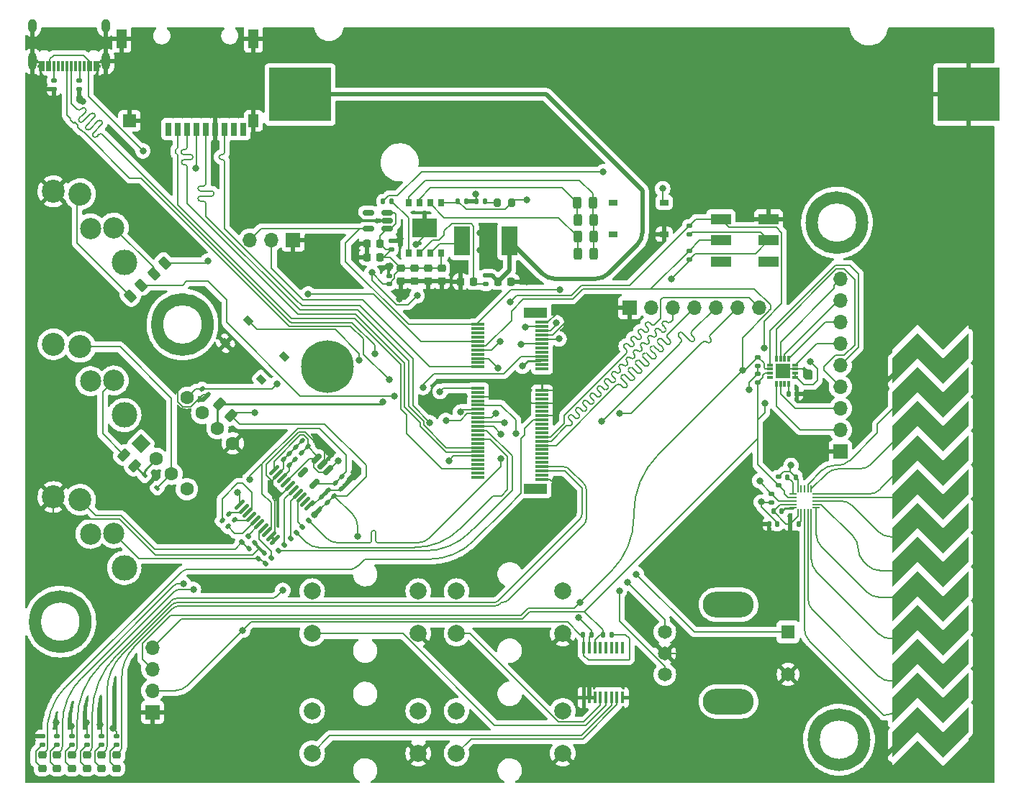
<source format=gbr>
%TF.GenerationSoftware,KiCad,Pcbnew,(6.0.5)*%
%TF.CreationDate,2022-06-18T00:07:38+02:00*%
%TF.ProjectId,clarinoid-devboard,636c6172-696e-46f6-9964-2d646576626f,rev?*%
%TF.SameCoordinates,Original*%
%TF.FileFunction,Copper,L1,Top*%
%TF.FilePolarity,Positive*%
%FSLAX46Y46*%
G04 Gerber Fmt 4.6, Leading zero omitted, Abs format (unit mm)*
G04 Created by KiCad (PCBNEW (6.0.5)) date 2022-06-18 00:07:38*
%MOMM*%
%LPD*%
G01*
G04 APERTURE LIST*
G04 Aperture macros list*
%AMRoundRect*
0 Rectangle with rounded corners*
0 $1 Rounding radius*
0 $2 $3 $4 $5 $6 $7 $8 $9 X,Y pos of 4 corners*
0 Add a 4 corners polygon primitive as box body*
4,1,4,$2,$3,$4,$5,$6,$7,$8,$9,$2,$3,0*
0 Add four circle primitives for the rounded corners*
1,1,$1+$1,$2,$3*
1,1,$1+$1,$4,$5*
1,1,$1+$1,$6,$7*
1,1,$1+$1,$8,$9*
0 Add four rect primitives between the rounded corners*
20,1,$1+$1,$2,$3,$4,$5,0*
20,1,$1+$1,$4,$5,$6,$7,0*
20,1,$1+$1,$6,$7,$8,$9,0*
20,1,$1+$1,$8,$9,$2,$3,0*%
%AMHorizOval*
0 Thick line with rounded ends*
0 $1 width*
0 $2 $3 position (X,Y) of the first rounded end (center of the circle)*
0 $4 $5 position (X,Y) of the second rounded end (center of the circle)*
0 Add line between two ends*
20,1,$1,$2,$3,$4,$5,0*
0 Add two circle primitives to create the rounded ends*
1,1,$1,$2,$3*
1,1,$1,$4,$5*%
%AMRotRect*
0 Rectangle, with rotation*
0 The origin of the aperture is its center*
0 $1 length*
0 $2 width*
0 $3 Rotation angle, in degrees counterclockwise*
0 Add horizontal line*
21,1,$1,$2,0,0,$3*%
%AMFreePoly0*
4,1,9,1.414214,2.828427,1.414214,-1.414214,-2.828427,-1.414214,-2.828427,-5.656854,-4.949747,-3.535534,-4.949747,0.707107,-0.707107,0.707107,-0.707107,4.949747,1.414214,2.828427,1.414214,2.828427,$1*%
%AMFreePoly1*
4,1,14,0.354215,0.088284,0.450784,-0.008285,0.462500,-0.036569,0.462500,-0.060000,0.450784,-0.088284,0.422500,-0.100000,-0.422500,-0.100000,-0.450784,-0.088284,-0.462500,-0.060000,-0.462500,0.060000,-0.450784,0.088284,-0.422500,0.100000,0.325931,0.100000,0.354215,0.088284,0.354215,0.088284,$1*%
%AMFreePoly2*
4,1,14,0.450784,0.088284,0.462500,0.060000,0.462500,0.036569,0.450784,0.008285,0.354215,-0.088284,0.325931,-0.100000,-0.422500,-0.100000,-0.450784,-0.088284,-0.462500,-0.060000,-0.462500,0.060000,-0.450784,0.088284,-0.422500,0.100000,0.422500,0.100000,0.450784,0.088284,0.450784,0.088284,$1*%
%AMFreePoly3*
4,1,14,0.088284,0.450784,0.100000,0.422500,0.100000,-0.422500,0.088284,-0.450784,0.060000,-0.462500,-0.060000,-0.462500,-0.088284,-0.450784,-0.100000,-0.422500,-0.100000,0.325931,-0.088284,0.354215,0.008285,0.450784,0.036569,0.462500,0.060000,0.462500,0.088284,0.450784,0.088284,0.450784,$1*%
%AMFreePoly4*
4,1,14,-0.008285,0.450784,0.088284,0.354215,0.100000,0.325931,0.100000,-0.422500,0.088284,-0.450784,0.060000,-0.462500,-0.060000,-0.462500,-0.088284,-0.450784,-0.100000,-0.422500,-0.100000,0.422500,-0.088284,0.450784,-0.060000,0.462500,-0.036569,0.462500,-0.008285,0.450784,-0.008285,0.450784,$1*%
%AMFreePoly5*
4,1,14,0.450784,0.088284,0.462500,0.060000,0.462500,-0.060000,0.450784,-0.088284,0.422500,-0.100000,-0.325931,-0.100000,-0.354215,-0.088284,-0.450784,0.008285,-0.462500,0.036569,-0.462500,0.060000,-0.450784,0.088284,-0.422500,0.100000,0.422500,0.100000,0.450784,0.088284,0.450784,0.088284,$1*%
%AMFreePoly6*
4,1,14,0.450784,0.088284,0.462500,0.060000,0.462500,-0.060000,0.450784,-0.088284,0.422500,-0.100000,-0.422500,-0.100000,-0.450784,-0.088284,-0.462500,-0.060000,-0.462500,-0.036569,-0.450784,-0.008285,-0.354215,0.088284,-0.325931,0.100000,0.422500,0.100000,0.450784,0.088284,0.450784,0.088284,$1*%
%AMFreePoly7*
4,1,14,0.088284,0.450784,0.100000,0.422500,0.100000,-0.325931,0.088284,-0.354215,-0.008285,-0.450784,-0.036569,-0.462500,-0.060000,-0.462500,-0.088284,-0.450784,-0.100000,-0.422500,-0.100000,0.422500,-0.088284,0.450784,-0.060000,0.462500,0.060000,0.462500,0.088284,0.450784,0.088284,0.450784,$1*%
%AMFreePoly8*
4,1,14,0.088284,0.450784,0.100000,0.422500,0.100000,-0.422500,0.088284,-0.450784,0.060000,-0.462500,0.036569,-0.462500,0.008285,-0.450784,-0.088284,-0.354215,-0.100000,-0.325931,-0.100000,0.422500,-0.088284,0.450784,-0.060000,0.462500,0.060000,0.462500,0.088284,0.450784,0.088284,0.450784,$1*%
G04 Aperture macros list end*
%TA.AperFunction,EtchedComponent*%
%ADD10C,1.475000*%
%TD*%
%TA.AperFunction,ComponentPad*%
%ADD11C,6.200000*%
%TD*%
%TA.AperFunction,SMDPad,CuDef*%
%ADD12FreePoly0,135.000000*%
%TD*%
%TA.AperFunction,SMDPad,CuDef*%
%ADD13R,2.750000X1.200000*%
%TD*%
%TA.AperFunction,SMDPad,CuDef*%
%ADD14R,1.550000X0.300000*%
%TD*%
%TA.AperFunction,SMDPad,CuDef*%
%ADD15RoundRect,0.218750X0.256250X-0.218750X0.256250X0.218750X-0.256250X0.218750X-0.256250X-0.218750X0*%
%TD*%
%TA.AperFunction,SMDPad,CuDef*%
%ADD16RoundRect,0.140000X-0.219203X-0.021213X-0.021213X-0.219203X0.219203X0.021213X0.021213X0.219203X0*%
%TD*%
%TA.AperFunction,SMDPad,CuDef*%
%ADD17RoundRect,0.225000X0.225000X0.250000X-0.225000X0.250000X-0.225000X-0.250000X0.225000X-0.250000X0*%
%TD*%
%TA.AperFunction,SMDPad,CuDef*%
%ADD18RoundRect,0.135000X0.185000X-0.135000X0.185000X0.135000X-0.185000X0.135000X-0.185000X-0.135000X0*%
%TD*%
%TA.AperFunction,ComponentPad*%
%ADD19R,1.700000X1.700000*%
%TD*%
%TA.AperFunction,ComponentPad*%
%ADD20O,1.700000X1.700000*%
%TD*%
%TA.AperFunction,SMDPad,CuDef*%
%ADD21RoundRect,0.225000X-0.250000X0.225000X-0.250000X-0.225000X0.250000X-0.225000X0.250000X0.225000X0*%
%TD*%
%TA.AperFunction,SMDPad,CuDef*%
%ADD22RoundRect,0.135000X-0.185000X0.135000X-0.185000X-0.135000X0.185000X-0.135000X0.185000X0.135000X0*%
%TD*%
%TA.AperFunction,SMDPad,CuDef*%
%ADD23RotRect,0.600000X0.450000X315.000000*%
%TD*%
%TA.AperFunction,ComponentPad*%
%ADD24RotRect,1.600000X1.600000X45.000000*%
%TD*%
%TA.AperFunction,ComponentPad*%
%ADD25HorizOval,1.600000X0.000000X0.000000X0.000000X0.000000X0*%
%TD*%
%TA.AperFunction,SMDPad,CuDef*%
%ADD26RoundRect,0.140000X0.170000X-0.140000X0.170000X0.140000X-0.170000X0.140000X-0.170000X-0.140000X0*%
%TD*%
%TA.AperFunction,SMDPad,CuDef*%
%ADD27RoundRect,0.135000X0.135000X0.185000X-0.135000X0.185000X-0.135000X-0.185000X0.135000X-0.185000X0*%
%TD*%
%TA.AperFunction,SMDPad,CuDef*%
%ADD28RoundRect,0.140000X0.140000X0.170000X-0.140000X0.170000X-0.140000X-0.170000X0.140000X-0.170000X0*%
%TD*%
%TA.AperFunction,SMDPad,CuDef*%
%ADD29R,0.450000X1.475000*%
%TD*%
%TA.AperFunction,SMDPad,CuDef*%
%ADD30R,0.700000X0.950000*%
%TD*%
%TA.AperFunction,SMDPad,CuDef*%
%ADD31R,2.850000X2.250000*%
%TD*%
%TA.AperFunction,SMDPad,CuDef*%
%ADD32R,2.375000X1.300000*%
%TD*%
%TA.AperFunction,SMDPad,CuDef*%
%ADD33RoundRect,0.140000X0.021213X-0.219203X0.219203X-0.021213X-0.021213X0.219203X-0.219203X0.021213X0*%
%TD*%
%TA.AperFunction,ComponentPad*%
%ADD34C,2.000000*%
%TD*%
%TA.AperFunction,SMDPad,CuDef*%
%ADD35R,7.340000X6.350000*%
%TD*%
%TA.AperFunction,SMDPad,CuDef*%
%ADD36R,1.850000X3.500000*%
%TD*%
%TA.AperFunction,SMDPad,CuDef*%
%ADD37RoundRect,0.135000X-0.135000X-0.185000X0.135000X-0.185000X0.135000X0.185000X-0.135000X0.185000X0*%
%TD*%
%TA.AperFunction,SMDPad,CuDef*%
%ADD38RoundRect,0.243750X0.243750X0.456250X-0.243750X0.456250X-0.243750X-0.456250X0.243750X-0.456250X0*%
%TD*%
%TA.AperFunction,ComponentPad*%
%ADD39C,2.700000*%
%TD*%
%TA.AperFunction,ComponentPad*%
%ADD40C,2.500000*%
%TD*%
%TA.AperFunction,ComponentPad*%
%ADD41C,3.000000*%
%TD*%
%TA.AperFunction,SMDPad,CuDef*%
%ADD42RoundRect,0.140000X0.219203X0.021213X0.021213X0.219203X-0.219203X-0.021213X-0.021213X-0.219203X0*%
%TD*%
%TA.AperFunction,SMDPad,CuDef*%
%ADD43C,0.500000*%
%TD*%
%TA.AperFunction,SMDPad,CuDef*%
%ADD44RoundRect,0.243750X-0.243750X-0.456250X0.243750X-0.456250X0.243750X0.456250X-0.243750X0.456250X0*%
%TD*%
%TA.AperFunction,SMDPad,CuDef*%
%ADD45RoundRect,0.150000X0.512500X0.150000X-0.512500X0.150000X-0.512500X-0.150000X0.512500X-0.150000X0*%
%TD*%
%TA.AperFunction,SMDPad,CuDef*%
%ADD46RoundRect,0.135000X-0.035355X0.226274X-0.226274X0.035355X0.035355X-0.226274X0.226274X-0.035355X0*%
%TD*%
%TA.AperFunction,SMDPad,CuDef*%
%ADD47RoundRect,0.250000X0.132583X-0.503814X0.503814X-0.132583X-0.132583X0.503814X-0.503814X0.132583X0*%
%TD*%
%TA.AperFunction,SMDPad,CuDef*%
%ADD48RoundRect,0.250000X0.503814X0.132583X0.132583X0.503814X-0.503814X-0.132583X-0.132583X-0.503814X0*%
%TD*%
%TA.AperFunction,SMDPad,CuDef*%
%ADD49FreePoly1,0.000000*%
%TD*%
%TA.AperFunction,SMDPad,CuDef*%
%ADD50RoundRect,0.050000X-0.412500X-0.050000X0.412500X-0.050000X0.412500X0.050000X-0.412500X0.050000X0*%
%TD*%
%TA.AperFunction,SMDPad,CuDef*%
%ADD51FreePoly2,0.000000*%
%TD*%
%TA.AperFunction,SMDPad,CuDef*%
%ADD52FreePoly3,0.000000*%
%TD*%
%TA.AperFunction,SMDPad,CuDef*%
%ADD53RoundRect,0.050000X-0.050000X-0.412500X0.050000X-0.412500X0.050000X0.412500X-0.050000X0.412500X0*%
%TD*%
%TA.AperFunction,SMDPad,CuDef*%
%ADD54FreePoly4,0.000000*%
%TD*%
%TA.AperFunction,SMDPad,CuDef*%
%ADD55FreePoly5,0.000000*%
%TD*%
%TA.AperFunction,SMDPad,CuDef*%
%ADD56FreePoly6,0.000000*%
%TD*%
%TA.AperFunction,SMDPad,CuDef*%
%ADD57FreePoly7,0.000000*%
%TD*%
%TA.AperFunction,SMDPad,CuDef*%
%ADD58FreePoly8,0.000000*%
%TD*%
%TA.AperFunction,SMDPad,CuDef*%
%ADD59R,0.700000X1.600000*%
%TD*%
%TA.AperFunction,SMDPad,CuDef*%
%ADD60R,1.200000X1.500000*%
%TD*%
%TA.AperFunction,SMDPad,CuDef*%
%ADD61R,1.200000X2.200000*%
%TD*%
%TA.AperFunction,SMDPad,CuDef*%
%ADD62R,1.600000X1.500000*%
%TD*%
%TA.AperFunction,SMDPad,CuDef*%
%ADD63RoundRect,0.135000X0.035355X-0.226274X0.226274X-0.035355X-0.035355X0.226274X-0.226274X0.035355X0*%
%TD*%
%TA.AperFunction,SMDPad,CuDef*%
%ADD64RoundRect,0.100000X-0.380070X-0.521491X0.521491X0.380070X0.380070X0.521491X-0.521491X-0.380070X0*%
%TD*%
%TA.AperFunction,SMDPad,CuDef*%
%ADD65R,0.300000X0.800000*%
%TD*%
%TA.AperFunction,SMDPad,CuDef*%
%ADD66R,0.800000X0.300000*%
%TD*%
%TA.AperFunction,SMDPad,CuDef*%
%ADD67R,1.800000X1.800000*%
%TD*%
%TA.AperFunction,SMDPad,CuDef*%
%ADD68R,0.300000X1.150000*%
%TD*%
%TA.AperFunction,ComponentPad*%
%ADD69O,1.000000X1.600000*%
%TD*%
%TA.AperFunction,ComponentPad*%
%ADD70O,1.000000X2.100000*%
%TD*%
%TA.AperFunction,SMDPad,CuDef*%
%ADD71RoundRect,0.200000X0.200000X0.275000X-0.200000X0.275000X-0.200000X-0.275000X0.200000X-0.275000X0*%
%TD*%
%TA.AperFunction,SMDPad,CuDef*%
%ADD72RoundRect,0.225000X-0.225000X-0.250000X0.225000X-0.250000X0.225000X0.250000X-0.225000X0.250000X0*%
%TD*%
%TA.AperFunction,SMDPad,CuDef*%
%ADD73RoundRect,0.140000X-0.140000X-0.170000X0.140000X-0.170000X0.140000X0.170000X-0.140000X0.170000X0*%
%TD*%
%TA.AperFunction,SMDPad,CuDef*%
%ADD74R,1.000000X0.750000*%
%TD*%
%TA.AperFunction,ComponentPad*%
%ADD75R,1.650000X1.650000*%
%TD*%
%TA.AperFunction,ComponentPad*%
%ADD76C,1.650000*%
%TD*%
%TA.AperFunction,ComponentPad*%
%ADD77O,6.000000X3.000000*%
%TD*%
%TA.AperFunction,SMDPad,CuDef*%
%ADD78RoundRect,0.250000X-0.503814X-0.132583X-0.132583X-0.503814X0.503814X0.132583X0.132583X0.503814X0*%
%TD*%
%TA.AperFunction,SMDPad,CuDef*%
%ADD79RotRect,1.000000X0.750000X315.000000*%
%TD*%
%TA.AperFunction,SMDPad,CuDef*%
%ADD80RoundRect,0.150000X0.256326X0.468458X-0.468458X-0.256326X-0.256326X-0.468458X0.468458X0.256326X0*%
%TD*%
%TA.AperFunction,ViaPad*%
%ADD81C,0.800000*%
%TD*%
%TA.AperFunction,Conductor*%
%ADD82C,0.200000*%
%TD*%
%TA.AperFunction,Conductor*%
%ADD83C,0.250000*%
%TD*%
%TA.AperFunction,Conductor*%
%ADD84C,0.500000*%
%TD*%
G04 APERTURE END LIST*
D10*
%TO.C,H2*%
X188385804Y-112347034D02*
G75*
G03*
X188385804Y-112347034I-2975000J0D01*
G01*
%TO.C,NT1*%
G36*
X124581611Y-85299197D02*
G01*
X123874504Y-86006304D01*
X123520951Y-85652751D01*
X124228058Y-84945644D01*
X124581611Y-85299197D01*
G37*
%TO.C,H4*%
X96757808Y-98447034D02*
G75*
G03*
X96757808Y-98447034I-2975000J0D01*
G01*
%TO.C,H5*%
X188135804Y-51447034D02*
G75*
G03*
X188135804Y-51447034I-2975000J0D01*
G01*
%TO.C,H3*%
X111135804Y-63447034D02*
G75*
G03*
X111135804Y-63447034I-2975000J0D01*
G01*
%TD*%
D11*
%TO.P,H1,1*%
%TO.N,N/C*%
X125198312Y-68434542D03*
%TD*%
D12*
%TO.P,J20,1,Pin_1*%
%TO.N,GND*%
X194660804Y-110447034D03*
%TO.P,J20,2,Pin_2*%
%TO.N,Net-(J20-Pad2)*%
X194660804Y-106447034D03*
%TO.P,J20,3,Pin_3*%
%TO.N,Net-(J20-Pad3)*%
X194660804Y-102447034D03*
%TO.P,J20,4,Pin_4*%
%TO.N,Net-(J20-Pad4)*%
X194660804Y-98447034D03*
%TO.P,J20,5,Pin_5*%
%TO.N,Net-(J20-Pad5)*%
X194660804Y-94447034D03*
%TO.P,J20,6,Pin_6*%
%TO.N,Net-(J20-Pad6)*%
X194660804Y-90447034D03*
%TO.P,J20,7,Pin_7*%
%TO.N,Net-(J20-Pad7)*%
X194660804Y-86447034D03*
%TO.P,J20,8,Pin_8*%
%TO.N,Net-(J20-Pad8)*%
X194660804Y-82447034D03*
%TO.P,J20,9,Pin_9*%
%TO.N,Net-(J20-Pad9)*%
X194660804Y-78447034D03*
%TO.P,J20,10,Pin_10*%
%TO.N,Net-(J20-Pad10)*%
X194660804Y-74447034D03*
%TO.P,J20,11,Pin_11*%
%TO.N,Net-(J20-Pad11)*%
X194660804Y-70447034D03*
%TO.P,J20,12,Pin_12*%
%TO.N,GND*%
X194660804Y-66447034D03*
%TD*%
D13*
%TO.P,U3,MP2*%
%TO.N,N/C*%
X149698312Y-82784542D03*
%TO.P,U3,MP1*%
X149698312Y-62084542D03*
D14*
%TO.P,U3,75,GND*%
%TO.N,GND*%
X150473312Y-81684542D03*
%TO.P,U3,74*%
%TO.N,N/C*%
X142923312Y-81434542D03*
%TO.P,U3,73,45_G5*%
%TO.N,unconnected-(U3-Pad73)*%
X150473312Y-81184542D03*
%TO.P,U3,72,VBat*%
%TO.N,unconnected-(U3-Pad72)*%
X142923312Y-80934542D03*
%TO.P,U3,71,6_G6*%
%TO.N,GEN_LED5*%
X150473312Y-80684542D03*
%TO.P,U3,70,39_SDIO_DATA3*%
%TO.N,SDIO_CS*%
X142923312Y-80434542D03*
%TO.P,U3,69,9_G7*%
%TO.N,GEN_LED6*%
X150473312Y-80184542D03*
%TO.P,U3,68,38_SDIO_DATA2*%
%TO.N,unconnected-(U3-Pad68)*%
X142923312Y-79934542D03*
%TO.P,U3,67,26_G8_A12*%
%TO.N,unconnected-(U3-Pad67)*%
X150473312Y-79684542D03*
%TO.P,U3,66,34_SDIO_DATA1*%
%TO.N,unconnected-(U3-Pad66)*%
X142923312Y-79434542D03*
%TO.P,U3,65,32_G9_ADCD-*%
%TO.N,unconnected-(U3-Pad65)*%
X150473312Y-79184542D03*
%TO.P,U3,64,35_SDIO_DATA0*%
%TO.N,SDIO_MISO*%
X142923312Y-78934542D03*
%TO.P,U3,63,33_G10_ADCD+*%
%TO.N,unconnected-(U3-Pad63)*%
X150473312Y-78684542D03*
%TO.P,U3,62,37_SDIO_CMD*%
%TO.N,SDIO_MOSI*%
X142923312Y-78434542D03*
%TO.P,U3,61,12_SPI_SDI*%
%TO.N,unconnected-(U3-Pad61)*%
X150473312Y-78184542D03*
%TO.P,U3,60,36_SDIO_CLK*%
%TO.N,SDIO_CLOCK*%
X142923312Y-77934542D03*
%TO.P,U3,59,11_SPI_SDO*%
%TO.N,SPI0_MOSI*%
X150473312Y-77684542D03*
%TO.P,U3,58,23_MCLK_A9*%
%TO.N,unconnected-(U3-Pad58)*%
X142923312Y-77434542D03*
%TO.P,U3,57,13_SPI_SCK*%
%TO.N,SPI0_SCK*%
X150473312Y-77184542D03*
%TO.P,U3,56,7_AUD_OUT*%
%TO.N,I2S_DIN*%
X142923312Y-76934542D03*
%TO.P,U3,55,10_SPI_CS*%
%TO.N,OLED_CS*%
X150473312Y-76684542D03*
%TO.P,U3,54,8_AUD_IN*%
%TO.N,unconnected-(U3-Pad54)*%
X142923312Y-76434542D03*
%TO.P,U3,53,24_SCL1_A10*%
%TO.N,unconnected-(U3-Pad53)*%
X150473312Y-76184542D03*
%TO.P,U3,52,20_LRCLK_A6*%
%TO.N,I2S_LRCK*%
X142923312Y-75934542D03*
%TO.P,U3,51,25_SDA1_A11*%
%TO.N,unconnected-(U3-Pad51)*%
X150473312Y-75684542D03*
%TO.P,U3,50,21_BCLK_A7*%
%TO.N,I2S_BCK*%
X142923312Y-75434542D03*
%TO.P,U3,49,22_BATT_VIN_A8*%
%TO.N,unconnected-(U3-Pad49)*%
X150473312Y-75184542D03*
%TO.P,U3,48,44_G4*%
%TO.N,OLED_RES*%
X142923312Y-74934542D03*
%TO.P,U3,47,2_PWM1*%
%TO.N,GEN_LED1*%
X150473312Y-74684542D03*
%TO.P,U3,46,43_G3*%
%TO.N,OLED_DC*%
X142923312Y-74434542D03*
%TO.P,U3,45,GND*%
%TO.N,GND*%
X150473312Y-74184542D03*
%TO.P,U3,44,42_G2*%
%TO.N,ENC_B*%
X142923312Y-73934542D03*
%TO.P,U3,43,31_CAN_TX*%
%TO.N,unconnected-(U3-Pad43)*%
X150473312Y-73684542D03*
%TO.P,U3,42,41_G1*%
%TO.N,ENC_A*%
X142923312Y-73434542D03*
%TO.P,U3,41,30_CAN_RX*%
%TO.N,unconnected-(U3-Pad41)*%
X150473312Y-73184542D03*
%TO.P,U3,40,40_G0*%
%TO.N,ENC_SWITCH*%
X142923312Y-72934542D03*
%TO.P,U3,39,GND*%
%TO.N,GND*%
X150473312Y-72684542D03*
%TO.P,U3,38,15_A1*%
%TO.N,unconnected-(U3-Pad38)*%
X142923312Y-72434542D03*
%TO.P,U3,37,D-*%
%TO.N,unconnected-(U3-Pad37)*%
X150473312Y-72184542D03*
%TO.P,U3,36,GND*%
%TO.N,GND*%
X142923312Y-71934542D03*
%TO.P,U3,35,D+*%
%TO.N,unconnected-(U3-Pad35)*%
X150473312Y-71684542D03*
%TO.P,U3,34,14_A0*%
%TO.N,unconnected-(U3-Pad34)*%
X142923312Y-71434542D03*
%TO.P,U3,33,GND*%
%TO.N,GND*%
X150473312Y-71184542D03*
%TO.P,U3,32,3_PWM0*%
%TO.N,GEN_LED2*%
X142923312Y-70934542D03*
%TO.P,U3,23*%
%TO.N,N/C*%
X150473312Y-68684542D03*
%TO.P,U3,22,17_TX2_A3*%
%TO.N,WS2812_DATA*%
X142923312Y-68434542D03*
%TO.P,U3,21*%
%TO.N,N/C*%
X150473312Y-68184542D03*
%TO.P,U3,20,16_RX2_A2*%
%TO.N,unconnected-(U3-Pad20)*%
X142923312Y-67934542D03*
%TO.P,U3,19,0_RX1*%
%TO.N,T00 MIDI IN*%
X150473312Y-67684542D03*
%TO.P,U3,18,5_D1*%
%TO.N,GEN_LED4*%
X142923312Y-67434542D03*
%TO.P,U3,17,1_TX1*%
%TO.N,T01=MIDI OUT*%
X150473312Y-67184542D03*
%TO.P,U3,16,29_I2C_INT*%
%TO.N,unconnected-(U3-Pad16)*%
X142923312Y-66934542D03*
%TO.P,U3,15*%
%TO.N,N/C*%
X150473312Y-66684542D03*
%TO.P,U3,14,19_SCL_A5*%
%TO.N,I2C_SCL*%
X142923312Y-66434542D03*
%TO.P,U3,13*%
%TO.N,N/C*%
X150473312Y-66184542D03*
%TO.P,U3,12,18_SDA_A4*%
%TO.N,I2C_SDA*%
X142923312Y-65934542D03*
%TO.P,U3,11,PROGRAM*%
%TO.N,Net-(SW6-Pad1)*%
X150473312Y-65684542D03*
%TO.P,U3,10,4_D0*%
%TO.N,GEN_LED3*%
X142923312Y-65434542D03*
%TO.P,U3,9,VUSB*%
%TO.N,Supply+5v*%
X150473312Y-65184542D03*
%TO.P,U3,8,27_G11_A13*%
%TO.N,unconnected-(U3-Pad8)*%
X142923312Y-64934542D03*
%TO.P,U3,7,GND*%
%TO.N,GND*%
X150473312Y-64684542D03*
%TO.P,U3,6,ON_OFF*%
%TO.N,unconnected-(U3-Pad6)*%
X142923312Y-64434542D03*
%TO.P,U3,5,D-*%
%TO.N,USB data in -*%
X150473312Y-64184542D03*
%TO.P,U3,4,28_3.3vEN_GPIO*%
%TO.N,unconnected-(U3-Pad4)*%
X142923312Y-63934542D03*
%TO.P,U3,3,D+*%
%TO.N,USB data in +*%
X150473312Y-63684542D03*
%TO.P,U3,2,3.3v*%
%TO.N,+3V3*%
X142923312Y-63434542D03*
%TO.P,U3,1,GND*%
%TO.N,GND*%
X150473312Y-63184542D03*
%TD*%
D15*
%TO.P,D5,1,K*%
%TO.N,Net-(D5-Pad1)*%
X91660804Y-115734534D03*
%TO.P,D5,2,A*%
%TO.N,GEN_LED1*%
X91660804Y-114159534D03*
%TD*%
D16*
%TO.P,C4,1*%
%TO.N,A3v3*%
X126883077Y-81371386D03*
%TO.P,C4,2*%
%TO.N,GND*%
X127561899Y-82050208D03*
%TD*%
D17*
%TO.P,C28,1*%
%TO.N,Supply+5v*%
X131420804Y-55512034D03*
%TO.P,C28,2*%
%TO.N,GND*%
X129870804Y-55512034D03*
%TD*%
D18*
%TO.P,R38,1*%
%TO.N,Net-(D10-Pad1)*%
X98660804Y-112947034D03*
%TO.P,R38,2*%
%TO.N,GND*%
X98660804Y-111927034D03*
%TD*%
D19*
%TO.P,J14,1,Pin_1*%
%TO.N,GND*%
X185566565Y-78397523D03*
D20*
%TO.P,J14,2,Pin_2*%
%TO.N,Net-(IC4-Pad1)*%
X185566565Y-75857523D03*
%TO.P,J14,3,Pin_3*%
%TO.N,Net-(IC4-Pad2)*%
X185566565Y-73317523D03*
%TO.P,J14,4,Pin_4*%
%TO.N,Net-(IC4-Pad12)*%
X185566565Y-70777523D03*
%TO.P,J14,5,Pin_5*%
%TO.N,Net-(IC4-Pad13)*%
X185566565Y-68237523D03*
%TO.P,J14,6,Pin_6*%
%TO.N,Net-(IC4-Pad8)*%
X185566565Y-65697523D03*
%TO.P,J14,7,Pin_7*%
%TO.N,Net-(IC4-Pad9)*%
X185566565Y-63157523D03*
%TO.P,J14,8,Pin_8*%
%TO.N,Net-(IC4-Pad10)*%
X185566565Y-60617523D03*
%TO.P,J14,9,Pin_9*%
%TO.N,Net-(IC4-Pad11)*%
X185566565Y-58077523D03*
%TD*%
D21*
%TO.P,C21,1*%
%TO.N,Supply+5v*%
X135460804Y-56797034D03*
%TO.P,C21,2*%
%TO.N,GND*%
X135460804Y-58347034D03*
%TD*%
D15*
%TO.P,D7,1,K*%
%TO.N,Net-(D7-Pad1)*%
X93410804Y-115734534D03*
%TO.P,D7,2,A*%
%TO.N,GEN_LED2*%
X93410804Y-114159534D03*
%TD*%
D18*
%TO.P,R35,1*%
%TO.N,Net-(D7-Pad1)*%
X93410804Y-112947034D03*
%TO.P,R35,2*%
%TO.N,GND*%
X93410804Y-111927034D03*
%TD*%
D22*
%TO.P,R40,1*%
%TO.N,I2C_SCL*%
X167760804Y-51837034D03*
%TO.P,R40,2*%
%TO.N,+3V3*%
X167760804Y-52857034D03*
%TD*%
D23*
%TO.P,D6,1,K*%
%TO.N,Net-(D6-Pad1)*%
X103675702Y-81230055D03*
%TO.P,D6,2,A*%
%TO.N,Net-(D6-Pad2)*%
X105160626Y-82714979D03*
%TD*%
D24*
%TO.P,U8,1,NC*%
%TO.N,unconnected-(U8-Pad1)*%
X103286793Y-77447034D03*
D25*
%TO.P,U8,2,C1*%
%TO.N,Net-(D6-Pad1)*%
X105082844Y-79243085D03*
%TO.P,U8,3,C2*%
%TO.N,Net-(D6-Pad2)*%
X106878895Y-81039136D03*
%TO.P,U8,4,NC*%
%TO.N,unconnected-(U8-Pad4)*%
X108674947Y-82835188D03*
%TO.P,U8,5,GND*%
%TO.N,GND*%
X114063100Y-77447034D03*
%TO.P,U8,6,VO2*%
%TO.N,T00 MIDI IN*%
X112267049Y-75650983D03*
%TO.P,U8,7,VO1*%
%TO.N,unconnected-(U8-Pad7)*%
X110470998Y-73854932D03*
%TO.P,U8,8,VCC*%
%TO.N,Supply+5v*%
X108674947Y-72058880D03*
%TD*%
D26*
%TO.P,C23,1*%
%TO.N,Supply+5v*%
X132460804Y-58657034D03*
%TO.P,C23,2*%
%TO.N,GND*%
X132460804Y-57697034D03*
%TD*%
D27*
%TO.P,R10,1*%
%TO.N,Net-(IC2-Pad5)*%
X132770804Y-48912034D03*
%TO.P,R10,2*%
%TO.N,Net-(R10-Pad2)*%
X131750804Y-48912034D03*
%TD*%
D26*
%TO.P,C26,1*%
%TO.N,Supply+5v*%
X132745804Y-54572034D03*
%TO.P,C26,2*%
%TO.N,GND*%
X132745804Y-53612034D03*
%TD*%
D16*
%TO.P,C14,1*%
%TO.N,GND*%
X122226946Y-77146256D03*
%TO.P,C14,2*%
%TO.N,D3v3*%
X122905768Y-77825078D03*
%TD*%
D28*
%TO.P,C25,1*%
%TO.N,+3V3*%
X178140804Y-86947034D03*
%TO.P,C25,2*%
%TO.N,GND*%
X177180804Y-86947034D03*
%TD*%
D15*
%TO.P,D9,1,K*%
%TO.N,Net-(D9-Pad1)*%
X96910804Y-115734534D03*
%TO.P,D9,2,A*%
%TO.N,GEN_LED4*%
X96910804Y-114159534D03*
%TD*%
D17*
%TO.P,C18,1*%
%TO.N,Net-(C18-Pad1)*%
X142435804Y-58397034D03*
%TO.P,C18,2*%
%TO.N,GND*%
X140885804Y-58397034D03*
%TD*%
D21*
%TO.P,C20,1*%
%TO.N,Supply+5v*%
X137060804Y-56797034D03*
%TO.P,C20,2*%
%TO.N,GND*%
X137060804Y-58347034D03*
%TD*%
D29*
%TO.P,IC1,1,A0*%
%TO.N,GND*%
X155385804Y-107385034D03*
%TO.P,IC1,2,A1*%
X156035804Y-107385034D03*
%TO.P,IC1,3,A2*%
X156685804Y-107385034D03*
%TO.P,IC1,4,IO0*%
%TO.N,Net-(IC1-Pad4)*%
X157335804Y-107385034D03*
%TO.P,IC1,5,IO1*%
%TO.N,Net-(IC1-Pad5)*%
X157985804Y-107385034D03*
%TO.P,IC1,6,IO2*%
%TO.N,Net-(IC1-Pad6)*%
X158635804Y-107385034D03*
%TO.P,IC1,7,IO3*%
%TO.N,Net-(IC1-Pad7)*%
X159285804Y-107385034D03*
%TO.P,IC1,8,VSS*%
%TO.N,GND*%
X159935804Y-107385034D03*
%TO.P,IC1,9,IO4*%
%TO.N,unconnected-(IC1-Pad9)*%
X159935804Y-101509034D03*
%TO.P,IC1,10,IO5*%
%TO.N,unconnected-(IC1-Pad10)*%
X159285804Y-101509034D03*
%TO.P,IC1,11,IO6*%
%TO.N,unconnected-(IC1-Pad11)*%
X158635804Y-101509034D03*
%TO.P,IC1,12,IO7*%
%TO.N,unconnected-(IC1-Pad12)*%
X157985804Y-101509034D03*
%TO.P,IC1,13,~{INT}*%
%TO.N,unconnected-(IC1-Pad13)*%
X157335804Y-101509034D03*
%TO.P,IC1,14,SCL*%
%TO.N,I2C_SCL*%
X156685804Y-101509034D03*
%TO.P,IC1,15,SDA*%
%TO.N,I2C_SDA*%
X156035804Y-101509034D03*
%TO.P,IC1,16,VDD*%
%TO.N,+3V3*%
X155385804Y-101509034D03*
%TD*%
D30*
%TO.P,IC2,1,VIN*%
%TO.N,USB_Vin5v*%
X138560804Y-49097034D03*
%TO.P,IC2,2,LED1*%
%TO.N,Net-(D1-Pad2)*%
X137290804Y-49097034D03*
%TO.P,IC2,3,LED2*%
%TO.N,Net-(D3-Pad2)*%
X136020804Y-49097034D03*
%TO.P,IC2,4,LED3*%
%TO.N,Net-(D1-Pad1)*%
X134750804Y-49097034D03*
%TO.P,IC2,5,KEY*%
%TO.N,Net-(IC2-Pad5)*%
X134750804Y-55047034D03*
%TO.P,IC2,6,BAT*%
%TO.N,Net-(C18-Pad1)*%
X136020804Y-55047034D03*
%TO.P,IC2,7,SW-inductor*%
%TO.N,Net-(IC2-Pad7)*%
X137290804Y-55047034D03*
%TO.P,IC2,8,VOUT*%
%TO.N,Supply+5v*%
X138560804Y-55047034D03*
D31*
%TO.P,IC2,9,PWR-GND*%
%TO.N,GND*%
X136655804Y-52072034D03*
%TD*%
D32*
%TO.P,U10,1,GND*%
%TO.N,GND*%
X177118804Y-51032034D03*
%TO.P,U10,2,Vs*%
%TO.N,+3V3*%
X177118804Y-53532034D03*
%TO.P,U10,3,INT*%
%TO.N,unconnected-(U10-Pad3)*%
X177118804Y-56032034D03*
%TO.P,U10,4,NC*%
%TO.N,unconnected-(U10-Pad4)*%
X171492804Y-56032034D03*
%TO.P,U10,5,SDA*%
%TO.N,I2C_SDA*%
X171492804Y-53532034D03*
%TO.P,U10,6,SCL*%
%TO.N,I2C_SCL*%
X171492804Y-51032034D03*
%TD*%
D33*
%TO.P,C12,1*%
%TO.N,Net-(C12-Pad1)*%
X117099730Y-90977956D03*
%TO.P,C12,2*%
%TO.N,GND*%
X117778552Y-90299134D03*
%TD*%
D34*
%TO.P,SW4,1,1*%
%TO.N,GND*%
X135910804Y-113947034D03*
%TO.P,SW4,2,2*%
%TO.N,Net-(IC1-Pad6)*%
X123410804Y-113947034D03*
%TO.P,SW4,3*%
%TO.N,N/C*%
X135910804Y-108947034D03*
%TO.P,SW4,4*%
X123410804Y-108947034D03*
%TD*%
D35*
%TO.P,BT1,1,+*%
%TO.N,Batt+*%
X121988304Y-36346568D03*
%TO.P,BT1,2,-*%
%TO.N,GND*%
X200648304Y-36346568D03*
%TD*%
D36*
%TO.P,L1,1,1*%
%TO.N,Net-(IC2-Pad7)*%
X141060804Y-53612034D03*
%TO.P,L1,2,2*%
%TO.N,Batt+*%
X146660804Y-53612034D03*
%TD*%
D37*
%TO.P,R4,1*%
%TO.N,Net-(R4-Pad1)*%
X179328304Y-81422514D03*
%TO.P,R4,2*%
%TO.N,+3V3*%
X180348304Y-81422514D03*
%TD*%
D34*
%TO.P,SW3,1,1*%
%TO.N,GND*%
X135910804Y-99847034D03*
%TO.P,SW3,2,2*%
%TO.N,Net-(IC1-Pad5)*%
X123410804Y-99847034D03*
%TO.P,SW3,3*%
%TO.N,N/C*%
X135910804Y-94847034D03*
%TO.P,SW3,4*%
X123410804Y-94847034D03*
%TD*%
D22*
%TO.P,R41,1*%
%TO.N,I2C_SDA*%
X167760804Y-54747034D03*
%TO.P,R41,2*%
%TO.N,+3V3*%
X167760804Y-55767034D03*
%TD*%
D15*
%TO.P,D11,1,K*%
%TO.N,Net-(D11-Pad1)*%
X100410804Y-115734534D03*
%TO.P,D11,2,A*%
%TO.N,GEN_LED6*%
X100410804Y-114159534D03*
%TD*%
D38*
%TO.P,D1,1,K*%
%TO.N,Net-(D1-Pad1)*%
X156518304Y-55096568D03*
%TO.P,D1,2,A*%
%TO.N,Net-(D1-Pad2)*%
X154643304Y-55096568D03*
%TD*%
D18*
%TO.P,R44,1*%
%TO.N,I2C_SCL*%
X175841565Y-70307523D03*
%TO.P,R44,2*%
%TO.N,+3V3*%
X175841565Y-69287523D03*
%TD*%
D28*
%TO.P,C15,1*%
%TO.N,Net-(C15-Pad1)*%
X143740804Y-48897034D03*
%TO.P,C15,2*%
%TO.N,GND*%
X142780804Y-48897034D03*
%TD*%
D39*
%TO.P,J10,1,S-GND*%
%TO.N,unconnected-(J10-Pad1)*%
X92973798Y-65760028D03*
%TO.P,J10,2*%
%TO.N,Net-(D6-Pad2)*%
X96120423Y-66078226D03*
D40*
%TO.P,J10,3*%
%TO.N,unconnected-(J10-Pad3)*%
X97322505Y-70108735D03*
%TO.P,J10,4,Ring*%
%TO.N,Net-(J10-Pad4)*%
X100080221Y-70038024D03*
D41*
%TO.P,J10,5,Tip*%
%TO.N,unconnected-(J10-Pad5)*%
X101317658Y-74103888D03*
%TD*%
D16*
%TO.P,C27,1*%
%TO.N,Supply+5v*%
X110442714Y-71026505D03*
%TO.P,C27,2*%
%TO.N,GND*%
X111121536Y-71705327D03*
%TD*%
D42*
%TO.P,C8,1*%
%TO.N,Net-(C8-Pad1)*%
X113501248Y-87229599D03*
%TO.P,C8,2*%
%TO.N,Net-(C8-Pad2)*%
X112822426Y-86550777D03*
%TD*%
%TO.P,C5,1*%
%TO.N,+3V3*%
X126017038Y-83623354D03*
%TO.P,C5,2*%
%TO.N,GND*%
X125338216Y-82944532D03*
%TD*%
D43*
%TO.P,NT1,1,1*%
%TO.N,+3V3*%
X124404834Y-85122421D03*
%TO.P,NT1,2,2*%
%TO.N,D3v3*%
X123697728Y-85829527D03*
%TD*%
D33*
%TO.P,C9,1*%
%TO.N,Net-(C9-Pad1)*%
X115982501Y-89832443D03*
%TO.P,C9,2*%
%TO.N,GND*%
X116661323Y-89153621D03*
%TD*%
D19*
%TO.P,J5,1,Pin_1*%
%TO.N,GND*%
X104635804Y-109102348D03*
D20*
%TO.P,J5,2,Pin_2*%
%TO.N,+3V3*%
X104635804Y-106562348D03*
%TO.P,J5,3,Pin_3*%
%TO.N,I2C_SDA*%
X104635804Y-104022348D03*
%TO.P,J5,4,Pin_4*%
%TO.N,I2C_SCL*%
X104635804Y-101482348D03*
%TD*%
D15*
%TO.P,D8,1,K*%
%TO.N,Net-(D8-Pad1)*%
X95160804Y-115734534D03*
%TO.P,D8,2,A*%
%TO.N,GEN_LED3*%
X95160804Y-114159534D03*
%TD*%
D44*
%TO.P,D2,1,K*%
%TO.N,Net-(D1-Pad2)*%
X154643304Y-53096568D03*
%TO.P,D2,2,A*%
%TO.N,Net-(D1-Pad1)*%
X156518304Y-53096568D03*
%TD*%
D45*
%TO.P,U11,1,IN*%
%TO.N,Supply+5v*%
X132283304Y-52162034D03*
%TO.P,U11,2,GND*%
%TO.N,GND*%
X132283304Y-51212034D03*
%TO.P,U11,3,EN*%
%TO.N,Supply+5v*%
X132283304Y-50262034D03*
%TO.P,U11,4,NC*%
%TO.N,unconnected-(U11-Pad4)*%
X130008304Y-50262034D03*
%TO.P,U11,5,OUT*%
%TO.N,+3V3*%
X130008304Y-52162034D03*
%TD*%
D46*
%TO.P,R6,1*%
%TO.N,Net-(R6-Pad1)*%
X118613630Y-90913626D03*
%TO.P,R6,2*%
%TO.N,Net-(C12-Pad1)*%
X117892382Y-91634874D03*
%TD*%
D34*
%TO.P,SW2,1,1*%
%TO.N,GND*%
X152910804Y-99847034D03*
%TO.P,SW2,2,2*%
%TO.N,Net-(IC1-Pad4)*%
X140410804Y-99847034D03*
%TO.P,SW2,3*%
%TO.N,N/C*%
X152910804Y-94847034D03*
%TO.P,SW2,4*%
X140410804Y-94847034D03*
%TD*%
D28*
%TO.P,C24,1*%
%TO.N,Net-(C24-Pad1)*%
X178648304Y-85422514D03*
%TO.P,C24,2*%
%TO.N,GND*%
X177688304Y-85422514D03*
%TD*%
D16*
%TO.P,C11,1*%
%TO.N,GND*%
X121519839Y-77853363D03*
%TO.P,C11,2*%
%TO.N,D3v3*%
X122198661Y-78532185D03*
%TD*%
D18*
%TO.P,R34,1*%
%TO.N,Net-(D5-Pad1)*%
X91660804Y-112947034D03*
%TO.P,R34,2*%
%TO.N,GND*%
X91660804Y-111927034D03*
%TD*%
D42*
%TO.P,C6,1*%
%TO.N,+3V3*%
X125225078Y-84387029D03*
%TO.P,C6,2*%
%TO.N,GND*%
X124546256Y-83708207D03*
%TD*%
D21*
%TO.P,C17,1*%
%TO.N,Supply+5v*%
X138660804Y-56797034D03*
%TO.P,C17,2*%
%TO.N,GND*%
X138660804Y-58347034D03*
%TD*%
D47*
%TO.P,R21,1*%
%TO.N,Net-(J11-Pad2)*%
X102015569Y-60092269D03*
%TO.P,R21,2*%
%TO.N,T01=MIDI OUT*%
X103306039Y-58801799D03*
%TD*%
D48*
%TO.P,R22,1*%
%TO.N,+3V3*%
X113840362Y-74141310D03*
%TO.P,R22,2*%
%TO.N,T00 MIDI IN*%
X112549892Y-72850840D03*
%TD*%
D44*
%TO.P,D4,1,K*%
%TO.N,Net-(D3-Pad2)*%
X154580804Y-49096568D03*
%TO.P,D4,2,A*%
%TO.N,Net-(D1-Pad1)*%
X156455804Y-49096568D03*
%TD*%
D18*
%TO.P,R37,1*%
%TO.N,Net-(D9-Pad1)*%
X96910804Y-112957034D03*
%TO.P,R37,2*%
%TO.N,GND*%
X96910804Y-111937034D03*
%TD*%
D49*
%TO.P,U4,1,~{IRQ}*%
%TO.N,Net-(R4-Pad1)*%
X179960804Y-83422514D03*
D50*
%TO.P,U4,2,SCL*%
%TO.N,I2C_SCL*%
X179960804Y-83822514D03*
%TO.P,U4,3,SDA*%
%TO.N,I2C_SDA*%
X179960804Y-84222514D03*
%TO.P,U4,4,ADDR*%
%TO.N,GND*%
X179960804Y-84622514D03*
D51*
%TO.P,U4,5,VREG*%
%TO.N,Net-(C24-Pad1)*%
X179960804Y-85022514D03*
D52*
%TO.P,U4,6,VSS*%
%TO.N,GND*%
X180548304Y-85610014D03*
D53*
%TO.P,U4,7,REXT*%
%TO.N,Net-(R12-Pad1)*%
X180948304Y-85610014D03*
%TO.P,U4,8,ELE0*%
%TO.N,Net-(J20-Pad2)*%
X181348304Y-85610014D03*
%TO.P,U4,9,ELE1*%
%TO.N,Net-(J20-Pad3)*%
X181748304Y-85610014D03*
D54*
%TO.P,U4,10,ELE2*%
%TO.N,Net-(J20-Pad4)*%
X182148304Y-85610014D03*
D55*
%TO.P,U4,11,ELE3*%
%TO.N,Net-(J20-Pad5)*%
X182735804Y-85022514D03*
D50*
%TO.P,U4,12,LED0/ELE4*%
%TO.N,Net-(J20-Pad6)*%
X182735804Y-84622514D03*
%TO.P,U4,13,LED1/ELE5*%
%TO.N,Net-(J20-Pad7)*%
X182735804Y-84222514D03*
%TO.P,U4,14,LED2/ELE6*%
%TO.N,Net-(J20-Pad8)*%
X182735804Y-83822514D03*
D56*
%TO.P,U4,15,LED3/ELE7*%
%TO.N,Net-(J20-Pad9)*%
X182735804Y-83422514D03*
D57*
%TO.P,U4,16,LED4/ELE8*%
%TO.N,Net-(J20-Pad10)*%
X182148304Y-82835014D03*
D53*
%TO.P,U4,17,LED5/ELE9*%
%TO.N,Net-(J20-Pad11)*%
X181748304Y-82835014D03*
%TO.P,U4,18,LED6/ELE10*%
%TO.N,unconnected-(U4-Pad18)*%
X181348304Y-82835014D03*
%TO.P,U4,19,LED7/ELE11*%
%TO.N,unconnected-(U4-Pad19)*%
X180948304Y-82835014D03*
D58*
%TO.P,U4,20,VDD*%
%TO.N,+3V3*%
X180548304Y-82835014D03*
%TD*%
D22*
%TO.P,R11,1*%
%TO.N,Batt+*%
X143860804Y-57687034D03*
%TO.P,R11,2*%
%TO.N,Net-(C18-Pad1)*%
X143860804Y-58707034D03*
%TD*%
D59*
%TO.P,J3,1,DAT2_-_NC*%
%TO.N,unconnected-(J3-Pad1)*%
X106525000Y-40437500D03*
%TO.P,J3,2,SS_CS_CD/DAT3^2*%
%TO.N,SDIO_CS*%
X107625000Y-40437500D03*
%TO.P,J3,3,MOSI_CMD*%
%TO.N,SDIO_MOSI*%
X108725000Y-40437500D03*
%TO.P,J3,4,VDD_vin*%
%TO.N,+3V3*%
X109825000Y-40437500D03*
%TO.P,J3,5,CLK*%
%TO.N,SDIO_CLOCK*%
X110925000Y-40437500D03*
%TO.P,J3,6,VSS_gnd*%
%TO.N,GND*%
X112025000Y-40437500D03*
%TO.P,J3,7,MISO_DAT0*%
%TO.N,SDIO_MISO*%
X113125000Y-40437500D03*
%TO.P,J3,8,DAT1_NC*%
%TO.N,unconnected-(J3-Pad8)*%
X114225000Y-40437500D03*
%TO.P,J3,CD,Card_detect*%
%TO.N,unconnected-(J3-PadCD)*%
X115325000Y-40437500D03*
D60*
%TO.P,J3,MP1,SHIELD*%
%TO.N,GND*%
X116525000Y-39437500D03*
D61*
%TO.P,J3,MP2,SHIELD*%
X116525000Y-29837500D03*
%TO.P,J3,MP3,SHIELD*%
X101025000Y-29837500D03*
D62*
%TO.P,J3,MP4,SHIELD*%
X101925000Y-39437500D03*
%TD*%
D46*
%TO.P,R3,1*%
%TO.N,I2S_BCK*%
X123004763Y-86550777D03*
%TO.P,R3,2*%
%TO.N,Net-(R3-Pad2)*%
X122283515Y-87272025D03*
%TD*%
D42*
%TO.P,C13,1*%
%TO.N,Net-(C10-Pad1)*%
X121420844Y-79310003D03*
%TO.P,C13,2*%
%TO.N,GND*%
X120742022Y-78631181D03*
%TD*%
D39*
%TO.P,J1,1,S-GND*%
%TO.N,GND*%
X92973798Y-83760028D03*
%TO.P,J1,2,Tip*%
%TO.N,Net-(C9-Pad1)*%
X96120423Y-84078226D03*
D40*
%TO.P,J1,3*%
%TO.N,unconnected-(J1-Pad3)*%
X97322505Y-88108735D03*
%TO.P,J1,4,Ring*%
%TO.N,Net-(C12-Pad1)*%
X100080221Y-88038024D03*
D41*
%TO.P,J1,5*%
%TO.N,unconnected-(J1-Pad5)*%
X101317658Y-92103888D03*
%TD*%
D63*
%TO.P,R1,1*%
%TO.N,I2S_LRCK*%
X119455088Y-90100452D03*
%TO.P,R1,2*%
%TO.N,Net-(R1-Pad2)*%
X120176336Y-89379204D03*
%TD*%
D15*
%TO.P,D10,1,K*%
%TO.N,Net-(D10-Pad1)*%
X98660804Y-115734534D03*
%TO.P,D10,2,A*%
%TO.N,GEN_LED5*%
X98660804Y-114159534D03*
%TD*%
D22*
%TO.P,R13,1*%
%TO.N,I2C_SDA*%
X177469108Y-83366464D03*
%TO.P,R13,2*%
%TO.N,+3V3*%
X177469108Y-84386464D03*
%TD*%
D16*
%TO.P,C3,1*%
%TO.N,A3v3*%
X126138931Y-82115533D03*
%TO.P,C3,2*%
%TO.N,GND*%
X126817753Y-82794355D03*
%TD*%
D18*
%TO.P,R7,1*%
%TO.N,GND*%
X93018304Y-35746568D03*
%TO.P,R7,2*%
%TO.N,Net-(J2-PadB5)*%
X93018304Y-34726568D03*
%TD*%
D64*
%TO.P,U1,1,CPVDD*%
%TO.N,A3v3*%
X114903088Y-84689318D03*
%TO.P,U1,2,CAPP*%
%TO.N,Net-(C7-Pad1)*%
X115362707Y-85148937D03*
%TO.P,U1,3,CPGND*%
%TO.N,Net-(C8-Pad2)*%
X115822326Y-85608557D03*
%TO.P,U1,4,CAPM*%
%TO.N,Net-(C7-Pad2)*%
X116281946Y-86068176D03*
%TO.P,U1,5,VNEG*%
%TO.N,Net-(C8-Pad1)*%
X116741565Y-86527795D03*
%TO.P,U1,6,OUTL*%
%TO.N,Net-(R5-Pad1)*%
X117201185Y-86987415D03*
%TO.P,U1,7,OUTR*%
%TO.N,Net-(R6-Pad1)*%
X117660804Y-87447034D03*
%TO.P,U1,8,AVDD*%
%TO.N,A3v3*%
X118120423Y-87906654D03*
%TO.P,U1,9,AGND*%
%TO.N,GND*%
X118580043Y-88366273D03*
%TO.P,U1,10,DEMP*%
X119039662Y-88825892D03*
%TO.P,U1,11,FLT*%
X123087848Y-84777706D03*
%TO.P,U1,12,SCK*%
%TO.N,unconnected-(U1-Pad12)*%
X122628229Y-84318087D03*
%TO.P,U1,13,BCK*%
%TO.N,Net-(R3-Pad2)*%
X122168610Y-83858467D03*
%TO.P,U1,14,DIN*%
%TO.N,Net-(R2-Pad2)*%
X121708990Y-83398848D03*
%TO.P,U1,15,LRCK*%
%TO.N,Net-(R1-Pad2)*%
X121249371Y-82939229D03*
%TO.P,U1,16,FMT*%
%TO.N,GND*%
X120789751Y-82479609D03*
%TO.P,U1,17,XSMT*%
%TO.N,D3v3*%
X120330132Y-82019990D03*
%TO.P,U1,18,LDOO*%
%TO.N,Net-(C10-Pad1)*%
X119870513Y-81560370D03*
%TO.P,U1,19,DGND*%
%TO.N,GND*%
X119410893Y-81100751D03*
%TO.P,U1,20,DVDD*%
%TO.N,D3v3*%
X118951274Y-80641132D03*
%TD*%
D18*
%TO.P,R8,1*%
%TO.N,GND*%
X96018304Y-35746568D03*
%TO.P,R8,2*%
%TO.N,Net-(J2-PadA5)*%
X96018304Y-34726568D03*
%TD*%
D38*
%TO.P,D3,1,K*%
%TO.N,Net-(D1-Pad1)*%
X156518304Y-51096568D03*
%TO.P,D3,2,A*%
%TO.N,Net-(D3-Pad2)*%
X154643304Y-51096568D03*
%TD*%
D19*
%TO.P,J12,1,GND*%
%TO.N,GND*%
X160760804Y-61447034D03*
D20*
%TO.P,J12,2,VDD*%
%TO.N,+3V3*%
X163300804Y-61447034D03*
%TO.P,J12,3,SCK*%
%TO.N,SPI0_SCK*%
X165840804Y-61447034D03*
%TO.P,J12,4,SDA*%
%TO.N,SPI0_MOSI*%
X168380804Y-61447034D03*
%TO.P,J12,5,RES*%
%TO.N,OLED_RES*%
X170920804Y-61447034D03*
%TO.P,J12,6,DC*%
%TO.N,OLED_DC*%
X173460804Y-61447034D03*
%TO.P,J12,7,CS*%
%TO.N,OLED_CS*%
X176000804Y-61447034D03*
%TD*%
D65*
%TO.P,IC4,1,CS0/PS0*%
%TO.N,Net-(IC4-Pad1)*%
X178016565Y-70447523D03*
%TO.P,IC4,2,CS1/PS1*%
%TO.N,Net-(IC4-Pad2)*%
X178516565Y-70447523D03*
%TO.P,IC4,3,CMOD*%
%TO.N,unconnected-(IC4-Pad3)*%
X179016565Y-70447523D03*
%TO.P,IC4,4,VCC*%
%TO.N,Net-(C30-Pad1)*%
X179516565Y-70447523D03*
D66*
%TO.P,IC4,5,VDDIO*%
%TO.N,+3V3*%
X180266565Y-69697523D03*
%TO.P,IC4,6,VDD*%
X180266565Y-69197523D03*
%TO.P,IC4,7,VSS*%
%TO.N,GND*%
X180266565Y-68697523D03*
%TO.P,IC4,8,CS4/GPO0*%
%TO.N,Net-(IC4-Pad8)*%
X180266565Y-68197523D03*
D65*
%TO.P,IC4,9,CS5/GPO1*%
%TO.N,Net-(IC4-Pad9)*%
X179516565Y-67447523D03*
%TO.P,IC4,10,CS6/GPO2*%
%TO.N,Net-(IC4-Pad10)*%
X179016565Y-67447523D03*
%TO.P,IC4,11,CS7/GPO3/SH*%
%TO.N,Net-(IC4-Pad11)*%
X178516565Y-67447523D03*
%TO.P,IC4,12,CS2/GUARD*%
%TO.N,Net-(IC4-Pad12)*%
X178016565Y-67447523D03*
D66*
%TO.P,IC4,13,CS3*%
%TO.N,Net-(IC4-Pad13)*%
X177266565Y-68197523D03*
%TO.P,IC4,14,I2C_SDA*%
%TO.N,I2C_SDA*%
X177266565Y-68697523D03*
%TO.P,IC4,15,I2C_SCL*%
%TO.N,I2C_SCL*%
X177266565Y-69197523D03*
%TO.P,IC4,16,~{HI}/BUZ*%
%TO.N,unconnected-(IC4-Pad16)*%
X177266565Y-69697523D03*
D67*
%TO.P,IC4,17,EP*%
%TO.N,GND*%
X178766565Y-68947523D03*
%TD*%
D68*
%TO.P,J2,A1,GND*%
%TO.N,GND*%
X98168304Y-33016568D03*
%TO.P,J2,A4,VBUS*%
%TO.N,USB_Vin5v*%
X97368304Y-33016568D03*
%TO.P,J2,A5,CC*%
%TO.N,Net-(J2-PadA5)*%
X96068304Y-33016568D03*
%TO.P,J2,A6,D+*%
%TO.N,USB data in +*%
X95068304Y-33016568D03*
%TO.P,J2,A7,D-*%
%TO.N,USB data in -*%
X94568304Y-33016568D03*
%TO.P,J2,A8*%
%TO.N,N/C*%
X93568304Y-33016568D03*
%TO.P,J2,A9,VBUS*%
%TO.N,USB_Vin5v*%
X92268304Y-33016568D03*
%TO.P,J2,A12,GND*%
%TO.N,GND*%
X91468304Y-33016568D03*
%TO.P,J2,B1,GND*%
X91768304Y-33016568D03*
%TO.P,J2,B4,VBUS*%
%TO.N,USB_Vin5v*%
X92568304Y-33016568D03*
%TO.P,J2,B5,VCONN*%
%TO.N,Net-(J2-PadB5)*%
X93068304Y-33016568D03*
%TO.P,J2,B6*%
%TO.N,N/C*%
X94068304Y-33016568D03*
%TO.P,J2,B7*%
X95568304Y-33016568D03*
%TO.P,J2,B8*%
X96568304Y-33016568D03*
%TO.P,J2,B9,VBUS*%
%TO.N,USB_Vin5v*%
X97068304Y-33016568D03*
%TO.P,J2,B12,GND*%
%TO.N,GND*%
X97868304Y-33016568D03*
D69*
%TO.P,J2,S1,SHIELD*%
X99138304Y-28271568D03*
X90498304Y-28271568D03*
D70*
X99138304Y-32451568D03*
X90498304Y-32451568D03*
%TD*%
D34*
%TO.P,SW5,1,1*%
%TO.N,GND*%
X152910804Y-113947034D03*
%TO.P,SW5,2,2*%
%TO.N,Net-(IC1-Pad7)*%
X140410804Y-113947034D03*
%TO.P,SW5,3*%
%TO.N,N/C*%
X152910804Y-108947034D03*
%TO.P,SW5,4*%
X140410804Y-108947034D03*
%TD*%
D42*
%TO.P,C10,1*%
%TO.N,Net-(C10-Pad1)*%
X120713737Y-80017109D03*
%TO.P,C10,2*%
%TO.N,GND*%
X120034915Y-79338287D03*
%TD*%
D22*
%TO.P,R43,1*%
%TO.N,I2C_SDA*%
X175841565Y-67287523D03*
%TO.P,R43,2*%
%TO.N,+3V3*%
X175841565Y-68307523D03*
%TD*%
D18*
%TO.P,R36,1*%
%TO.N,Net-(D8-Pad1)*%
X95160804Y-112957034D03*
%TO.P,R36,2*%
%TO.N,GND*%
X95160804Y-111937034D03*
%TD*%
D27*
%TO.P,R18,1*%
%TO.N,I2C_SDA*%
X156280804Y-99947034D03*
%TO.P,R18,2*%
%TO.N,+3V3*%
X155260804Y-99947034D03*
%TD*%
D39*
%TO.P,J11,1,S-GND*%
%TO.N,GND*%
X92973798Y-47760028D03*
%TO.P,J11,2*%
%TO.N,Net-(J11-Pad2)*%
X96120423Y-48078226D03*
D40*
%TO.P,J11,3*%
%TO.N,unconnected-(J11-Pad3)*%
X97322505Y-52108735D03*
%TO.P,J11,4,Ring*%
%TO.N,Net-(J11-Pad4)*%
X100080221Y-52038024D03*
D41*
%TO.P,J11,5,Tip*%
%TO.N,unconnected-(J11-Pad5)*%
X101317658Y-56103888D03*
%TD*%
D71*
%TO.P,R9,1*%
%TO.N,USB_Vin5v*%
X146885804Y-49097034D03*
%TO.P,R9,2*%
%TO.N,Net-(C15-Pad1)*%
X145235804Y-49097034D03*
%TD*%
D46*
%TO.P,R5,1*%
%TO.N,Net-(R5-Pad1)*%
X115890577Y-88368733D03*
%TO.P,R5,2*%
%TO.N,Net-(C9-Pad1)*%
X115169329Y-89089981D03*
%TD*%
D21*
%TO.P,C22,1*%
%TO.N,Supply+5v*%
X133860804Y-56797034D03*
%TO.P,C22,2*%
%TO.N,GND*%
X133860804Y-58347034D03*
%TD*%
D46*
%TO.P,R2,1*%
%TO.N,I2S_DIN*%
X121597620Y-87957919D03*
%TO.P,R2,2*%
%TO.N,Net-(R2-Pad2)*%
X120876372Y-88679167D03*
%TD*%
D18*
%TO.P,R14,1*%
%TO.N,I2C_SCL*%
X178269108Y-82386464D03*
%TO.P,R14,2*%
%TO.N,+3V3*%
X178269108Y-81366464D03*
%TD*%
D27*
%TO.P,R12,1*%
%TO.N,Net-(R12-Pad1)*%
X180668304Y-86922514D03*
%TO.P,R12,2*%
%TO.N,GND*%
X179648304Y-86922514D03*
%TD*%
D72*
%TO.P,C19,1*%
%TO.N,Batt+*%
X145285804Y-58397034D03*
%TO.P,C19,2*%
%TO.N,GND*%
X146835804Y-58397034D03*
%TD*%
D73*
%TO.P,C16,1*%
%TO.N,USB_Vin5v*%
X140580804Y-48897034D03*
%TO.P,C16,2*%
%TO.N,GND*%
X141540804Y-48897034D03*
%TD*%
D37*
%TO.P,R17,1*%
%TO.N,I2C_SCL*%
X157650804Y-99947034D03*
%TO.P,R17,2*%
%TO.N,+3V3*%
X158670804Y-99947034D03*
%TD*%
D47*
%TO.P,R20,1*%
%TO.N,Net-(J11-Pad4)*%
X104773285Y-57475973D03*
%TO.P,R20,2*%
%TO.N,+3V3*%
X106063755Y-56185503D03*
%TD*%
D73*
%TO.P,C30,1*%
%TO.N,Net-(C30-Pad1)*%
X179461565Y-71607523D03*
%TO.P,C30,2*%
%TO.N,GND*%
X180421565Y-71607523D03*
%TD*%
D74*
%TO.P,SW1,1*%
%TO.N,GND*%
X164823304Y-52822034D03*
%TO.P,SW1,2*%
%TO.N,Net-(R10-Pad2)*%
X164823304Y-49072034D03*
%TO.P,SW1,3*%
%TO.N,N/C*%
X158823304Y-52822034D03*
%TO.P,SW1,4*%
X158823304Y-49072034D03*
%TD*%
D17*
%TO.P,C29,1*%
%TO.N,Supply+5v*%
X131420804Y-53912034D03*
%TO.P,C29,2*%
%TO.N,GND*%
X129870804Y-53912034D03*
%TD*%
D75*
%TO.P,SW7,1,SWGND*%
%TO.N,ENC_SWITCH*%
X179410804Y-99647034D03*
D76*
%TO.P,SW7,2,SW*%
%TO.N,GND*%
X179410804Y-104647034D03*
%TO.P,SW7,A,A*%
%TO.N,ENC_A*%
X164910804Y-99647034D03*
%TO.P,SW7,B,B*%
%TO.N,ENC_B*%
X164910804Y-104647034D03*
%TO.P,SW7,C,GND*%
%TO.N,GND*%
X164910804Y-102147034D03*
D77*
%TO.P,SW7,S1*%
%TO.N,N/C*%
X172410804Y-96447034D03*
%TO.P,SW7,S2*%
X172410804Y-107847034D03*
%TD*%
D16*
%TO.P,C7,1*%
%TO.N,Net-(C7-Pad1)*%
X113600243Y-85772959D03*
%TO.P,C7,2*%
%TO.N,Net-(C7-Pad2)*%
X114279065Y-86451781D03*
%TD*%
D19*
%TO.P,U9,1,gnd*%
%TO.N,GND*%
X121185804Y-53472034D03*
D20*
%TO.P,U9,2,Data*%
%TO.N,WS2812_DATA*%
X118645804Y-53472034D03*
%TO.P,U9,3,+5v*%
%TO.N,+3V3*%
X116105804Y-53472034D03*
%TD*%
D18*
%TO.P,R39,1*%
%TO.N,Net-(D11-Pad1)*%
X100410804Y-112957034D03*
%TO.P,R39,2*%
%TO.N,GND*%
X100410804Y-111937034D03*
%TD*%
D78*
%TO.P,R19,1*%
%TO.N,Net-(J10-Pad4)*%
X101236184Y-78790537D03*
%TO.P,R19,2*%
%TO.N,Net-(D6-Pad1)*%
X102526654Y-80081007D03*
%TD*%
D79*
%TO.P,SW6,1*%
%TO.N,Net-(SW6-Pad1)*%
X115865309Y-62999888D03*
%TO.P,SW6,2*%
%TO.N,GND*%
X113213658Y-65651539D03*
%TO.P,SW6,3*%
%TO.N,N/C*%
X120107950Y-67242529D03*
%TO.P,SW6,4*%
X117456299Y-69894180D03*
%TD*%
D80*
%TO.P,U7,1,IN*%
%TO.N,D3v3*%
X125315234Y-80605776D03*
%TO.P,U7,2,GND*%
%TO.N,GND*%
X124643483Y-79934025D03*
%TO.P,U7,3,EN*%
%TO.N,D3v3*%
X123971732Y-79262274D03*
%TO.P,U7,4,NC*%
%TO.N,unconnected-(U7-Pad4)*%
X122363064Y-80870942D03*
%TO.P,U7,5,OUT*%
%TO.N,A3v3*%
X123706566Y-82214444D03*
%TD*%
D81*
%TO.N,GND*%
X144448312Y-54434542D03*
X143198312Y-54684542D03*
X144698312Y-52684542D03*
X143198312Y-52684542D03*
X137443717Y-52179947D03*
X135948312Y-51684542D03*
X173198312Y-81184542D03*
X166948312Y-89934542D03*
X154198312Y-62184542D03*
%TO.N,A3v3*%
X114669658Y-83232761D03*
X116083872Y-81677126D03*
%TO.N,GND*%
X135650799Y-53972866D03*
X126660804Y-48447034D03*
X148660804Y-58447034D03*
X151960804Y-82247034D03*
X96830824Y-110358636D03*
X133760804Y-53347034D03*
X128460804Y-54747034D03*
X100009769Y-111035242D03*
X133660804Y-60447034D03*
X132591182Y-56516656D03*
X181760804Y-69147034D03*
X182660804Y-71747034D03*
X125660303Y-78740428D03*
X96410804Y-37197034D03*
X93330824Y-110325665D03*
X98482029Y-110586728D03*
X142660804Y-48046534D03*
X154760804Y-70747034D03*
X95080824Y-110718673D03*
X128328586Y-80880471D03*
%TO.N,D3v3*%
X123697728Y-85829527D03*
X126455444Y-79536277D03*
%TO.N,I2C_SCL*%
X145560804Y-65447034D03*
X176660804Y-72747034D03*
X176567065Y-66188671D03*
X146760804Y-60747034D03*
%TO.N,I2C_SDA*%
X154960804Y-96147034D03*
X176060804Y-81847034D03*
X174060804Y-68847034D03*
X154760804Y-97946534D03*
%TO.N,USB data in +*%
X148460804Y-63747034D03*
X130760804Y-66847034D03*
%TO.N,USB data in -*%
X152153690Y-63239920D03*
X132460804Y-69947034D03*
%TO.N,T01=MIDI OUT*%
X136460804Y-70847034D03*
X133060804Y-71847034D03*
%TO.N,USB_Vin5v*%
X148660804Y-48747034D03*
X103500000Y-43000000D03*
%TO.N,Supply+5v*%
X119260804Y-70447034D03*
X152460804Y-65147034D03*
X130460804Y-57347034D03*
X135760804Y-60047034D03*
%TO.N,Net-(R10-Pad2)*%
X164660804Y-47447034D03*
X157660804Y-45447034D03*
%TO.N,T00 MIDI IN*%
X131760804Y-72547034D03*
X148160804Y-68347034D03*
%TO.N,SDIO_MISO*%
X137250000Y-75000000D03*
X139500000Y-79500000D03*
%TO.N,I2S_BCK*%
X145661304Y-79247034D03*
X145660804Y-76347034D03*
%TO.N,OLED_RES*%
X157460804Y-74847034D03*
X146060804Y-75047034D03*
%TO.N,OLED_DC*%
X159560804Y-73947034D03*
X145060804Y-73947034D03*
%TO.N,ENC_A*%
X160560804Y-93847034D03*
X140860804Y-73747034D03*
%TO.N,ENC_B*%
X159560804Y-94847034D03*
X139160804Y-74747034D03*
%TO.N,ENC_SWITCH*%
X147360804Y-76247034D03*
X161560804Y-92847034D03*
%TO.N,GEN_LED2*%
X108260804Y-93947534D03*
X138460804Y-71347034D03*
%TO.N,GEN_LED3*%
X122960804Y-59847534D03*
X109460804Y-94647034D03*
%TO.N,GEN_LED4*%
X145260804Y-68547534D03*
X119960804Y-94747034D03*
%TO.N,Net-(SW6-Pad1)*%
X128960804Y-67647034D03*
X147960804Y-65747034D03*
%TO.N,+3V3*%
X182060804Y-67847034D03*
X128760804Y-88347034D03*
X174860804Y-71147034D03*
X179760804Y-80047034D03*
X176260804Y-84347034D03*
X109750000Y-45000000D03*
X111160804Y-55947034D03*
X116660804Y-73847034D03*
X152560804Y-59347034D03*
X115260804Y-99447034D03*
X165660804Y-58047034D03*
%TD*%
D82*
%TO.N,GND*%
X151698312Y-64684542D02*
X150473312Y-64684542D01*
X154198312Y-62184542D02*
X151698312Y-64684542D01*
%TO.N,USB data in -*%
X152153690Y-63465670D02*
X152153690Y-63239920D01*
X151422326Y-64197034D02*
X152153690Y-63465670D01*
X150273304Y-64197034D02*
X151422326Y-64197034D01*
%TO.N,GND*%
X152098312Y-62184542D02*
X154198312Y-62184542D01*
X151098312Y-63184542D02*
X152098312Y-62184542D01*
X150473312Y-63184542D02*
X151098312Y-63184542D01*
%TO.N,I2S_DIN*%
X135464702Y-89700968D02*
G75*
G03*
X140845859Y-87472003I-2J7610068D01*
G01*
%TO.N,GEN_LED1*%
X137178198Y-91085766D02*
G75*
G03*
X142434684Y-88908448I2J7433766D01*
G01*
X148448312Y-76434542D02*
X148448312Y-75685520D01*
X149449290Y-74684542D02*
X150473312Y-74684542D01*
X148023801Y-83319333D02*
X148023801Y-76859053D01*
X148448312Y-75685520D02*
X149449290Y-74684542D01*
X146178452Y-85164682D02*
X148023801Y-83319333D01*
X148023801Y-76859053D02*
X148448312Y-76434542D01*
X142434685Y-88908449D02*
X146178452Y-85164682D01*
%TO.N,I2S_DIN*%
X143040816Y-85277046D02*
X144710303Y-83607558D01*
X135464702Y-89700932D02*
X124169060Y-89700932D01*
X140845859Y-87472003D02*
X143040816Y-85277046D01*
%TO.N,I2S_LRCK*%
X143947334Y-75934542D02*
X142923312Y-75934542D01*
%TO.N,GEN_LED1*%
X129619634Y-91085758D02*
X137178198Y-91085758D01*
X128995511Y-91709881D02*
X129619634Y-91085758D01*
%TO.N,I2S_LRCK*%
X146948312Y-82959526D02*
X146948312Y-78935520D01*
%TO.N,GEN_LED1*%
X128901534Y-91801110D02*
X128995511Y-91709881D01*
X128693741Y-91960558D02*
X128901534Y-91801110D01*
X127712257Y-92293731D02*
X127971936Y-92259543D01*
X127581297Y-92295668D02*
X127712257Y-92293731D01*
X108435327Y-92336182D02*
X108628106Y-92297834D01*
X108253734Y-92411401D02*
X108435327Y-92336182D01*
X94433173Y-106174665D02*
X108019277Y-92588561D01*
X93590937Y-107178682D02*
X93905481Y-106758501D01*
X93307170Y-107620232D02*
X93590937Y-107178682D01*
X93055625Y-108080900D02*
X93307170Y-107620232D01*
X92394719Y-110066605D02*
X92506289Y-109553728D01*
X128224931Y-92191753D02*
X128466913Y-92091520D01*
X92282579Y-111109667D02*
X92320023Y-110586133D01*
%TO.N,I2S_LRCK*%
X146948312Y-78935520D02*
X143947334Y-75934542D01*
%TO.N,GEN_LED1*%
X108726384Y-92295668D02*
X127581297Y-92295668D01*
X92280324Y-111372103D02*
X92282579Y-111109667D01*
X127971936Y-92259543D02*
X128224931Y-92191753D01*
X108019277Y-92588561D02*
X108090303Y-92520601D01*
X92280324Y-113125800D02*
X92280324Y-111372103D01*
X92278151Y-113224078D02*
X92280324Y-113125800D01*
X92239805Y-113416856D02*
X92278151Y-113224078D01*
X92164589Y-113598450D02*
X92239805Y-113416856D01*
X92654162Y-109050118D02*
X92837586Y-108558340D01*
X92055390Y-113761881D02*
X92164589Y-113598450D01*
X91987431Y-113832907D02*
X92055390Y-113761881D01*
X91660804Y-114159534D02*
X91987431Y-113832907D01*
%TO.N,I2S_DIN*%
X144350563Y-76947034D02*
X142723304Y-76947034D01*
%TO.N,GEN_LED1*%
X94249198Y-106361830D02*
X94433173Y-106174665D01*
X92506289Y-109553728D02*
X92654162Y-109050118D01*
%TO.N,I2S_DIN*%
X146372833Y-78969305D02*
X144350563Y-76947034D01*
X146372833Y-81945027D02*
X146372833Y-78969305D01*
X146371328Y-81946532D02*
X146372833Y-81945027D01*
X146372833Y-81948038D02*
X146371328Y-81946532D01*
X146372833Y-82921046D02*
X146372833Y-81948038D01*
X145684816Y-83609063D02*
X146372833Y-82921046D01*
%TO.N,I2S_LRCK*%
X142710804Y-87197034D02*
X146948312Y-82959526D01*
%TO.N,I2S_DIN*%
X144711808Y-83609063D02*
X145684816Y-83609063D01*
%TO.N,GEN_LED1*%
X128466913Y-92091520D02*
X128693741Y-91960558D01*
X108090303Y-92520601D02*
X108253734Y-92411401D01*
%TO.N,I2S_LRCK*%
X142710804Y-87197034D02*
X142016437Y-87891401D01*
%TO.N,I2S_DIN*%
X144710303Y-83607558D02*
X144711808Y-83609063D01*
%TO.N,GEN_LED1*%
X92320023Y-110586133D02*
X92394719Y-110066605D01*
X92837586Y-108558340D02*
X93055625Y-108080900D01*
X108628106Y-92297834D02*
X108726384Y-92295668D01*
X93905481Y-106758501D02*
X94249198Y-106361830D01*
%TO.N,USB data in +*%
X148523296Y-63684542D02*
X150473312Y-63684542D01*
X148460804Y-63747034D02*
X148523296Y-63684542D01*
%TO.N,GND*%
X152448312Y-72684542D02*
X152448312Y-71684542D01*
X150473312Y-72684542D02*
X152448312Y-72684542D01*
X152448312Y-73934542D02*
X152448312Y-72684542D01*
X151948312Y-71184542D02*
X150473312Y-71184542D01*
X152448312Y-71684542D02*
X151948312Y-71184542D01*
X152198312Y-74184542D02*
X152448312Y-73934542D01*
X150473312Y-74184542D02*
X152198312Y-74184542D01*
%TO.N,USB data in +*%
X128126290Y-63247514D02*
X130760804Y-65882028D01*
X120966266Y-63247514D02*
X128126290Y-63247514D01*
X120834518Y-63149511D02*
X120868262Y-63149510D01*
X99071765Y-41386758D02*
X120834518Y-63149511D01*
X98753772Y-41068764D02*
X99071765Y-41386758D01*
X98083989Y-41314285D02*
X98083988Y-41314285D01*
X98645739Y-39904007D02*
X97659724Y-40890022D01*
X98645740Y-39904009D02*
X98645739Y-39904007D01*
X98645739Y-39479743D02*
X98645741Y-39479744D01*
X97270818Y-40430404D02*
X98221475Y-39479743D01*
X97270819Y-40430404D02*
X97270818Y-40430404D01*
X120868262Y-63149510D02*
X120966266Y-63247514D01*
X97797213Y-39055481D02*
X96846554Y-40006140D01*
X97797214Y-39055483D02*
X97797213Y-39055481D01*
X97797213Y-38631217D02*
X97797215Y-38631218D01*
X96457647Y-39546523D02*
X97372949Y-38631217D01*
X96457648Y-39546523D02*
X96457647Y-39546523D01*
X96420325Y-38735319D02*
X96033383Y-39122260D01*
X96420325Y-38735318D02*
X96420325Y-38735319D01*
X98083988Y-41314285D02*
X98329508Y-41068764D01*
X96736555Y-38419089D02*
X96420325Y-38735318D01*
X96736556Y-38419089D02*
X96736555Y-38419089D01*
X96208194Y-38098924D02*
X96312291Y-37994824D01*
X130760804Y-65882028D02*
X130760804Y-66847034D01*
X96208195Y-38098923D02*
X96208194Y-38098924D01*
X95068304Y-37383298D02*
X95783930Y-38098924D01*
X95068304Y-33016568D02*
X95068304Y-37383298D01*
X98753771Y-41068765D02*
G75*
G03*
X98329509Y-41068765I-212131J-212131D01*
G01*
X98084033Y-41314329D02*
G75*
G02*
X97659724Y-41314286I-212133J212129D01*
G01*
X97659678Y-41314332D02*
G75*
G02*
X97659724Y-40890022I212222J212132D01*
G01*
X98645764Y-39904033D02*
G75*
G03*
X98645741Y-39479744I-212164J212133D01*
G01*
X98645738Y-39479744D02*
G75*
G03*
X98221476Y-39479744I-212131J-212131D01*
G01*
X97270832Y-40430417D02*
G75*
G02*
X96846555Y-40430404I-212132J212117D01*
G01*
X96457633Y-39546508D02*
G75*
G02*
X96033383Y-39546524I-212133J212108D01*
G01*
X96846554Y-40430404D02*
X96846554Y-40430405D01*
X96736599Y-38419132D02*
G75*
G03*
X96736555Y-37994824I-212199J212132D01*
G01*
X97797212Y-38631218D02*
G75*
G03*
X97372950Y-38631218I-212131J-212131D01*
G01*
X96736554Y-37994825D02*
G75*
G03*
X96312292Y-37994825I-212131J-212131D01*
G01*
X96033375Y-39546532D02*
G75*
G02*
X96033383Y-39122260I212125J212132D01*
G01*
X97797164Y-39055433D02*
G75*
G03*
X97797215Y-38631218I-212064J212133D01*
G01*
X96846526Y-40430432D02*
G75*
G02*
X96846554Y-40006140I212174J212132D01*
G01*
X96208233Y-38098961D02*
G75*
G02*
X95783930Y-38098924I-212133J212161D01*
G01*
%TO.N,USB data in -*%
X129460804Y-65147034D02*
X129460804Y-66947034D01*
X127960804Y-63647034D02*
X129460804Y-65147034D01*
X120767047Y-63647034D02*
X127960804Y-63647034D01*
X103304555Y-46184542D02*
X120767047Y-63647034D01*
X101948312Y-46184542D02*
X103304555Y-46184542D01*
X96732038Y-40968268D02*
X101948312Y-46184542D01*
X96221100Y-40528042D02*
X96221101Y-40528042D01*
X95796838Y-40174489D02*
X95796837Y-40174489D01*
X95867550Y-40033069D02*
X95796837Y-40103778D01*
X95867549Y-40033067D02*
X95867550Y-40033069D01*
X95513997Y-39608806D02*
X95513996Y-39608804D01*
X95372576Y-39679515D02*
X95443284Y-39608803D01*
X96291811Y-40528042D02*
X96732038Y-40968268D01*
X95372575Y-39679515D02*
X95372576Y-39679515D01*
X94948312Y-39325962D02*
X95301865Y-39679515D01*
X95513996Y-39608804D02*
X95867549Y-39962357D01*
X94948311Y-39255253D02*
X94948312Y-39255252D01*
X94568304Y-38804534D02*
X94948312Y-39184542D01*
X94568304Y-33016568D02*
X94568304Y-38804534D01*
X96291811Y-40528042D02*
G75*
G03*
X96221101Y-40528042I-35355J-35353D01*
G01*
X95796872Y-40174455D02*
G75*
G02*
X95796838Y-40103779I35328J35355D01*
G01*
X95513958Y-39608845D02*
G75*
G03*
X95443284Y-39608803I-35358J-35355D01*
G01*
X96221100Y-40528042D02*
G75*
G02*
X96150390Y-40528042I-35355J35353D01*
G01*
X94948320Y-39325954D02*
G75*
G02*
X94948313Y-39255253I35380J35354D01*
G01*
X95867536Y-40033054D02*
G75*
G03*
X95867548Y-39962358I-35336J35354D01*
G01*
X129460804Y-66947034D02*
X132460804Y-69947034D01*
X94948314Y-39255256D02*
G75*
G03*
X94948312Y-39184542I-35314J35356D01*
G01*
X95372575Y-39679515D02*
G75*
G02*
X95301865Y-39679515I-35355J35353D01*
G01*
X95796837Y-40174489D02*
X96150390Y-40528042D01*
%TO.N,I2C_SDA*%
X147960804Y-97697034D02*
X148810804Y-96847034D01*
X106795463Y-97697034D02*
X147960804Y-97697034D01*
X103486293Y-101006204D02*
X106795463Y-97697034D01*
X103486293Y-102872837D02*
X103486293Y-101006204D01*
X104635804Y-104022348D02*
X103486293Y-102872837D01*
X154260804Y-96847034D02*
X148810804Y-96847034D01*
%TO.N,I2C_SCL*%
X148975798Y-97247034D02*
X155460804Y-97247034D01*
X148126288Y-98096544D02*
X148975798Y-97247034D01*
X108021608Y-98096544D02*
X148126288Y-98096544D01*
X104635804Y-101482348D02*
X108021608Y-98096544D01*
%TO.N,+3V3*%
X116211783Y-98496055D02*
X153509824Y-98496054D01*
X115260804Y-99447034D02*
X116211783Y-98496055D01*
X153509824Y-98496054D02*
X154960804Y-99947034D01*
X154960804Y-99947034D02*
X155260804Y-99947034D01*
%TO.N,GEN_LED4*%
X107514698Y-95697023D02*
G75*
G03*
X106807591Y-95989927I2J-999977D01*
G01*
X118596590Y-95697017D02*
G75*
G03*
X119303697Y-95404141I10J1000017D01*
G01*
%TO.N,GEN_LED6*%
X100737436Y-113832912D02*
G75*
G03*
X101030324Y-113125800I-707136J707112D01*
G01*
X155367905Y-87054914D02*
G75*
G03*
X155660804Y-86347813I-707105J707114D01*
G01*
%TO.N,GEN_LED4*%
X97237436Y-113832912D02*
G75*
G03*
X97530324Y-113125800I-707136J707112D01*
G01*
X100468030Y-102329486D02*
G75*
G03*
X97530324Y-109421741I7092260J-7092254D01*
G01*
%TO.N,GEN_LED6*%
X146569202Y-95853675D02*
G75*
G02*
X145862072Y-96146545I-707102J707175D01*
G01*
X145571626Y-96303650D02*
G75*
G02*
X144864520Y-96596544I-707126J707150D01*
G01*
X107745175Y-96596514D02*
G75*
G03*
X107038068Y-96889438I25J-999986D01*
G01*
X101030301Y-104929959D02*
G75*
G02*
X102467714Y-101459792I4907599J-41D01*
G01*
X152996590Y-80197031D02*
G75*
G02*
X153703697Y-80489927I10J-999969D01*
G01*
X155660769Y-82861248D02*
G75*
G03*
X155367911Y-82154141I-999969J48D01*
G01*
%TO.N,GEN_LED5*%
X106872596Y-96489938D02*
G75*
G02*
X107579692Y-96197034I707104J-707062D01*
G01*
X144699036Y-96197049D02*
G75*
G03*
X145406142Y-95904140I-36J1000049D01*
G01*
X98987436Y-113832912D02*
G75*
G03*
X99280324Y-113125800I-707136J707112D01*
G01*
X101118208Y-102244306D02*
G75*
G03*
X99280324Y-106681347I4437042J-4437044D01*
G01*
X154867929Y-86442391D02*
G75*
G03*
X155160804Y-85735266I-707129J707091D01*
G01*
%TO.N,GEN_LED3*%
X98439458Y-103668372D02*
G75*
G03*
X95780324Y-110088104I6419742J-6419728D01*
G01*
X95487436Y-113832912D02*
G75*
G03*
X95780324Y-113125800I-707136J707112D01*
G01*
X107167909Y-94939925D02*
G75*
G02*
X107875018Y-94647034I707091J-707075D01*
G01*
%TO.N,GEN_LED2*%
X107824518Y-93947537D02*
G75*
G03*
X107117411Y-94240427I-18J-999963D01*
G01*
X94030323Y-110542282D02*
G75*
G02*
X96303509Y-105054329I7761177J-18D01*
G01*
X94030317Y-113125800D02*
G75*
G02*
X93737431Y-113832907I-1000017J0D01*
G01*
X107824518Y-93947534D02*
X108260804Y-93947534D01*
%TO.N,GND*%
X93410804Y-110405645D02*
X93330824Y-110325665D01*
X93410804Y-111927034D02*
X93410804Y-110405645D01*
%TO.N,GEN_LED2*%
X93410804Y-114159534D02*
X93737431Y-113832907D01*
X94030324Y-113125800D02*
X94030324Y-110542282D01*
X96303509Y-105054329D02*
X107117411Y-94240427D01*
%TO.N,GEN_LED3*%
X107875018Y-94647034D02*
X109460804Y-94647034D01*
X95780324Y-113125800D02*
X95780324Y-110088104D01*
X95160804Y-114159534D02*
X95487431Y-113832907D01*
X98439462Y-103668376D02*
X107167911Y-94939927D01*
%TO.N,GND*%
X95160804Y-110798653D02*
X95080824Y-110718673D01*
X95160804Y-111937034D02*
X95160804Y-110798653D01*
%TO.N,GEN_LED4*%
X97530324Y-109421741D02*
X97530324Y-113125800D01*
X106807591Y-95989927D02*
X100468031Y-102329487D01*
X119960804Y-94747034D02*
X119303697Y-95404141D01*
%TO.N,GND*%
X96910804Y-110438616D02*
X96830824Y-110358636D01*
%TO.N,GEN_LED4*%
X97237431Y-113832907D02*
X96910804Y-114159534D01*
X118596590Y-95697034D02*
X107514698Y-95697034D01*
%TO.N,GND*%
X96910804Y-111937034D02*
X96910804Y-110438616D01*
%TO.N,GEN_LED6*%
X152996590Y-80197034D02*
X150273304Y-80197034D01*
X155660804Y-86347813D02*
X155660804Y-82861248D01*
X146569179Y-95853652D02*
X155367911Y-87054920D01*
X145728733Y-96146545D02*
X145862072Y-96146545D01*
X145571627Y-96303651D02*
X145728733Y-96146545D01*
X107745175Y-96596545D02*
X144864520Y-96596544D01*
X102467714Y-101459792D02*
X107038068Y-96889438D01*
%TO.N,I2C_SDA*%
X154960804Y-96147034D02*
X154260804Y-96847034D01*
%TO.N,GEN_LED6*%
X101030324Y-113125800D02*
X101030324Y-104929959D01*
X100410804Y-114159534D02*
X100737431Y-113832907D01*
%TO.N,GEN_LED5*%
X98987431Y-113832907D02*
X98660804Y-114159534D01*
X106872585Y-96489927D02*
X101118207Y-102244305D01*
%TO.N,GEN_LED6*%
X155367911Y-82154141D02*
X153703697Y-80489927D01*
%TO.N,GEN_LED5*%
X144699036Y-96197034D02*
X107579692Y-96197034D01*
X154867911Y-86442373D02*
X145406143Y-95904141D01*
X99280324Y-106681347D02*
X99280324Y-113125800D01*
X155160804Y-84947034D02*
X155160804Y-85735266D01*
X155160804Y-82697034D02*
X155160804Y-84947034D01*
X154660804Y-82197034D02*
X155160804Y-82697034D01*
X153160804Y-80697034D02*
X154660804Y-82197034D01*
X150273304Y-80697034D02*
X153160804Y-80697034D01*
%TO.N,+3V3*%
X107317063Y-106562307D02*
G75*
G03*
X108731277Y-105976561I37J2000007D01*
G01*
%TO.N,GND*%
X98660804Y-111937034D02*
X98660804Y-110765503D01*
X98660804Y-110765503D02*
X98482029Y-110586728D01*
%TO.N,A3v3*%
X117545899Y-79819120D02*
X121717829Y-75647190D01*
X124260648Y-75647190D02*
X124260804Y-75647034D01*
X114669658Y-83232761D02*
X114903087Y-83466190D01*
X116083872Y-81281146D02*
X116083872Y-81677126D01*
X124260804Y-75647034D02*
X127445394Y-78831624D01*
X117545899Y-83354654D02*
X117545899Y-79819120D01*
X117545899Y-79819120D02*
X116083872Y-81281146D01*
X121717829Y-75647190D02*
X124260648Y-75647190D01*
X118120423Y-87906654D02*
X118581814Y-87445262D01*
X118581814Y-87445262D02*
X118581814Y-84390569D01*
X127445394Y-78831624D02*
X127445394Y-80809069D01*
X114903087Y-83466190D02*
X114903087Y-84689318D01*
X127445394Y-80809069D02*
X126040019Y-82214444D01*
X118581814Y-84390569D02*
X117545899Y-83354654D01*
X126040019Y-82214444D02*
X123706567Y-82214444D01*
%TO.N,GND*%
X142780804Y-48897034D02*
X141540804Y-48897034D01*
X136655804Y-52072034D02*
X136655804Y-52967861D01*
X142780804Y-48166534D02*
X142660804Y-48046534D01*
X181311293Y-68697523D02*
X181760804Y-69147034D01*
X146835804Y-58397034D02*
X148610804Y-58397034D01*
X92973798Y-83760028D02*
X92973798Y-85951369D01*
X132460804Y-57697034D02*
X132460804Y-56647034D01*
X179188304Y-86922514D02*
X179648304Y-86922514D01*
X180421565Y-71607523D02*
X180561076Y-71747034D01*
X180548304Y-86022514D02*
X179648304Y-86922514D01*
X164910804Y-102147034D02*
X176910804Y-102147034D01*
X177688304Y-85422514D02*
X179188304Y-86922514D01*
X176910804Y-102147034D02*
X179410804Y-104647034D01*
X109130380Y-73158391D02*
X108219514Y-73158391D01*
X126667576Y-82944532D02*
X125338215Y-82944532D01*
X128328586Y-80880471D02*
X127561899Y-81647158D01*
X96018304Y-35746568D02*
X96018304Y-36804534D01*
X127558531Y-82053577D02*
X126817753Y-82794355D01*
X125338215Y-82944532D02*
X124574540Y-83708207D01*
X178766565Y-68947523D02*
X179016565Y-68697523D01*
X100410804Y-111436277D02*
X100009769Y-111035242D01*
X129870804Y-53912034D02*
X129295804Y-53912034D01*
X137060804Y-58347034D02*
X138660804Y-58347034D01*
X118030263Y-79901120D02*
X121843369Y-76088014D01*
X111121536Y-71705327D02*
X110583444Y-71705327D01*
X124889710Y-78382024D02*
X124889710Y-79687798D01*
X93369463Y-86347034D02*
X100760804Y-86347034D01*
X119039662Y-88825892D02*
X118580042Y-88366273D01*
X133660804Y-60447034D02*
X133860804Y-60247034D01*
X123476757Y-84777706D02*
X123087848Y-84777706D01*
X129425804Y-51212034D02*
X132283304Y-51212034D01*
X118030263Y-81186688D02*
X118030263Y-79901120D01*
X136655804Y-52967861D02*
X135650799Y-53972866D01*
X180266565Y-68697523D02*
X181311293Y-68697523D01*
X124546256Y-83708207D02*
X123476757Y-84777706D01*
X124574540Y-83708207D02*
X124546256Y-83708207D01*
X118740385Y-81771258D02*
X118614833Y-81771258D01*
X119410893Y-81100751D02*
X118740385Y-81771258D01*
X120789751Y-82479609D02*
X119065487Y-84203873D01*
X178488304Y-84622514D02*
X177688304Y-85422514D01*
X129870804Y-53912034D02*
X129870804Y-55512034D01*
X150273304Y-81697034D02*
X151410804Y-81697034D01*
X118740385Y-83878772D02*
X119065487Y-84203873D01*
X179016565Y-68697523D02*
X180266565Y-68697523D01*
X122595700Y-76088014D02*
X124889710Y-78382024D01*
X108219514Y-73158391D02*
X107575436Y-72514313D01*
X151410804Y-81697034D02*
X151960804Y-82247034D01*
X116429402Y-90578436D02*
X117257770Y-89750068D01*
X127561899Y-81647158D02*
X127561899Y-82050209D01*
X132745804Y-53612034D02*
X133495804Y-53612034D01*
X121843369Y-76088014D02*
X122595700Y-76088014D01*
X180561076Y-71747034D02*
X182660804Y-71747034D01*
X129295804Y-53912034D02*
X128460804Y-54747034D01*
X140835804Y-58347034D02*
X140885804Y-58397034D01*
X96018304Y-36804534D02*
X96410804Y-37197034D01*
X126817753Y-82794355D02*
X126667576Y-82944532D01*
X148610804Y-58397034D02*
X148660804Y-58447034D01*
X116661324Y-89153621D02*
X117156298Y-89648596D01*
X179960804Y-84622514D02*
X178488304Y-84622514D01*
X120742021Y-78631180D02*
X121519839Y-77853363D01*
X117156298Y-89648596D02*
X117257770Y-89750068D01*
X133495804Y-53612034D02*
X133760804Y-53347034D01*
X107575436Y-72514313D02*
X107575436Y-71289761D01*
X121519839Y-77853363D02*
X122226946Y-77146256D01*
X126660804Y-48447034D02*
X129425804Y-51212034D01*
X118740385Y-81771258D02*
X118740385Y-83878772D01*
X120055014Y-79358387D02*
X120034915Y-79338287D01*
X104992206Y-90578436D02*
X116429402Y-90578436D01*
X120034915Y-79338287D02*
X120742021Y-78631180D01*
X107575436Y-71289761D02*
X113213658Y-65651539D01*
X120055014Y-80456630D02*
X120055014Y-79358387D01*
X138660804Y-58347034D02*
X140835804Y-58347034D01*
X124889710Y-79687798D02*
X124643483Y-79934025D01*
X117257770Y-89750068D02*
X117778552Y-90270850D01*
X119065487Y-87880829D02*
X118580042Y-88366273D01*
X148374282Y-71947034D02*
X149124282Y-72697034D01*
X142780804Y-48897034D02*
X142780804Y-48166534D01*
X100410804Y-111937034D02*
X100410804Y-111436277D01*
X132460804Y-56647034D02*
X132591182Y-56516656D01*
X110583444Y-71705327D02*
X109130380Y-73158391D01*
X142723304Y-71947034D02*
X148374282Y-71947034D01*
X92973798Y-85951369D02*
X93369463Y-86347034D01*
X135460804Y-58347034D02*
X137060804Y-58347034D01*
X124889710Y-78382024D02*
X125248115Y-78740428D01*
X100760804Y-86347034D02*
X104992206Y-90578436D01*
X119410893Y-81100751D02*
X120055014Y-80456630D01*
X133860804Y-58347034D02*
X135460804Y-58347034D01*
X149124282Y-72697034D02*
X150273304Y-72697034D01*
X117778552Y-90270850D02*
X117778552Y-90299134D01*
X125248115Y-78740428D02*
X125660303Y-78740428D01*
X118614833Y-81771258D02*
X118030263Y-81186688D01*
X119065487Y-84203873D02*
X119065487Y-87880829D01*
X180548304Y-85610014D02*
X180548304Y-86022514D01*
X133860804Y-60247034D02*
X133860804Y-58347034D01*
%TO.N,D3v3*%
X122198661Y-78532185D02*
X122905768Y-77825079D01*
X123971732Y-78891042D02*
X123971732Y-79262273D01*
X122008856Y-76487533D02*
X118951273Y-79545116D01*
X122905768Y-76963087D02*
X122430214Y-76487533D01*
X125315235Y-80605776D02*
X125069008Y-80852003D01*
X118951273Y-79545116D02*
X118951273Y-80641131D01*
X126455444Y-79536277D02*
X125385945Y-80605776D01*
X122905768Y-77825079D02*
X122905768Y-76963087D01*
X125069008Y-80852003D02*
X124200959Y-80852003D01*
X123627017Y-79606988D02*
X123971732Y-79262273D01*
X123087848Y-79262273D02*
X123971732Y-79262273D01*
X123627017Y-80278060D02*
X123627017Y-79606988D01*
X122905768Y-77825079D02*
X123971732Y-78891042D01*
X120330132Y-82019990D02*
X123087848Y-79262273D01*
X122430214Y-76487533D02*
X122008856Y-76487533D01*
X124200959Y-80852003D02*
X123627017Y-80278060D01*
X125385945Y-80605776D02*
X125315235Y-80605776D01*
%TO.N,Net-(C9-Pad1)*%
X100925810Y-85947034D02*
X104893307Y-89914531D01*
X114344779Y-89914531D02*
X115169329Y-89089981D01*
X96120423Y-84078226D02*
X97989231Y-85947034D01*
X115911791Y-89832443D02*
X115982501Y-89832443D01*
X104893307Y-89914531D02*
X114344779Y-89914531D01*
X97989231Y-85947034D02*
X100925810Y-85947034D01*
X115169328Y-89089981D02*
X115911791Y-89832443D01*
%TO.N,Net-(C12-Pad1)*%
X117892381Y-91634874D02*
X117235463Y-90977956D01*
X103020153Y-90977956D02*
X117099730Y-90977956D01*
X117235463Y-90977956D02*
X117099730Y-90977956D01*
X100080221Y-88038024D02*
X103020153Y-90977956D01*
D83*
%TO.N,Net-(C24-Pad1)*%
X178648304Y-85422514D02*
X179023784Y-85047034D01*
X179023784Y-85047034D02*
X179960804Y-85047034D01*
D82*
%TO.N,Net-(C10-Pad1)*%
X119870512Y-81560370D02*
X120713737Y-80717145D01*
X120713737Y-80717145D02*
X120713737Y-80017110D01*
X120713737Y-80017110D02*
X121420844Y-79310003D01*
%TO.N,I2C_SCL*%
X168565804Y-51032034D02*
X171492804Y-51032034D01*
X178660804Y-52637512D02*
X178660804Y-60977683D01*
X157650804Y-99437034D02*
X155460804Y-97247034D01*
X144560804Y-66447034D02*
X142723304Y-66447034D01*
X178969108Y-83393471D02*
X178969108Y-83086464D01*
X149060804Y-60047514D02*
X147460324Y-60047514D01*
X176461085Y-69688003D02*
X175841565Y-70307523D01*
X172442315Y-51981545D02*
X178004837Y-51981545D01*
X178660804Y-60977683D02*
X176567065Y-63071422D01*
X176567065Y-63071422D02*
X176567065Y-66188671D01*
X179398151Y-83822514D02*
X178969108Y-83393471D01*
X178969108Y-83086464D02*
X178269108Y-82386464D01*
X153928301Y-60014531D02*
X153895318Y-60047514D01*
X178269108Y-82386464D02*
X175841565Y-79958921D01*
X156685804Y-100597512D02*
X156685804Y-101509034D01*
X176660804Y-73847034D02*
X175841565Y-74666273D01*
X179960804Y-83822514D02*
X179398151Y-83822514D01*
X167760804Y-51837034D02*
X168565804Y-51032034D01*
X167760804Y-51837034D02*
X160750324Y-58847514D01*
X155460804Y-97247034D02*
X175841565Y-76866273D01*
X171492804Y-51032034D02*
X172442315Y-51981545D01*
X176660804Y-72747034D02*
X176660804Y-73847034D01*
X178004837Y-51981545D02*
X178660804Y-52637512D01*
X175841565Y-74666273D02*
X175841565Y-70307523D01*
X176461085Y-69393491D02*
X176461085Y-69688003D01*
X175841565Y-76866273D02*
X175841565Y-76327795D01*
X175841565Y-76327795D02*
X175841565Y-74666273D01*
X175841565Y-79958921D02*
X175841565Y-76327795D01*
X160750324Y-58847514D02*
X155095318Y-58847514D01*
X157650804Y-99947034D02*
X157336282Y-99947034D01*
X177266565Y-69197523D02*
X176657053Y-69197523D01*
X176657053Y-69197523D02*
X176461085Y-69393491D01*
X145560804Y-65447034D02*
X144560804Y-66447034D01*
X153895318Y-60047514D02*
X149060804Y-60047514D01*
X157650804Y-99947034D02*
X157650804Y-99437034D01*
X155095318Y-58847514D02*
X153928301Y-60014531D01*
X157336282Y-99947034D02*
X156685804Y-100597512D01*
X147460324Y-60047514D02*
X146760804Y-60747034D01*
%TO.N,I2C_SDA*%
X156280804Y-99947034D02*
X156280804Y-99466534D01*
X168975804Y-53532034D02*
X167760804Y-54747034D01*
X177469108Y-83366464D02*
X176060804Y-81958160D01*
X156035804Y-101509034D02*
X156035804Y-100192034D01*
X142723304Y-65947034D02*
X143872326Y-65947034D01*
X143872326Y-65947034D02*
X146860804Y-62958556D01*
X163260804Y-59247034D02*
X167760804Y-54747034D01*
X174060804Y-68847034D02*
X174282054Y-68847034D01*
X161960804Y-59247034D02*
X163260804Y-59247034D01*
X161260804Y-85717583D02*
X161260804Y-86128516D01*
X148260804Y-60447034D02*
X154060804Y-60447034D01*
X155260804Y-59247034D02*
X161960804Y-59247034D01*
X156280804Y-99466534D02*
X154760804Y-97946534D01*
X156035804Y-100192034D02*
X156280804Y-99947034D01*
X177329838Y-61648013D02*
X177150315Y-61827536D01*
X175571429Y-67557659D02*
X175841565Y-67287523D01*
X175841565Y-67287523D02*
X176567054Y-68013012D01*
X171492804Y-53532034D02*
X168975804Y-53532034D01*
X177329838Y-61150413D02*
X177329838Y-61648013D01*
X146860804Y-62958556D02*
X146860804Y-61847034D01*
X177150315Y-61923178D02*
X174060804Y-65012689D01*
X176567054Y-68533012D02*
X176731565Y-68697523D01*
X177150315Y-61827536D02*
X177150315Y-61923178D01*
X161960804Y-59247034D02*
X175426459Y-59247034D01*
X154060804Y-60447034D02*
X155260804Y-59247034D01*
X176731565Y-68697523D02*
X177266565Y-68697523D01*
X176060804Y-81958160D02*
X176060804Y-81847034D01*
X178325158Y-84222514D02*
X177469108Y-83366464D01*
X179960804Y-84222514D02*
X178325158Y-84222514D01*
X176567054Y-68013012D02*
X176567054Y-68533012D01*
X174060804Y-65012689D02*
X174060804Y-68847034D01*
X175426459Y-59247034D02*
X177329838Y-61150413D01*
X174060804Y-68847034D02*
X164139116Y-78768722D01*
X146860804Y-61847034D02*
X148260804Y-60447034D01*
X158631416Y-92476422D02*
X154960804Y-96147034D01*
X174282054Y-68847034D02*
X175571429Y-67557659D01*
X158631410Y-92476416D02*
G75*
G03*
X161260804Y-86128516I-6347910J6347916D01*
G01*
X164139120Y-78768726D02*
G75*
G03*
X161260804Y-85717583I6948880J-6948874D01*
G01*
%TO.N,T01=MIDI OUT*%
X137760804Y-69247034D02*
X136460804Y-70547034D01*
X111160804Y-58347034D02*
X108660804Y-58347034D01*
X122009861Y-71847034D02*
X113360804Y-63197977D01*
X113360804Y-60547034D02*
X111160804Y-58347034D01*
X133060804Y-71847034D02*
X122009861Y-71847034D01*
X148010804Y-67197034D02*
X147060804Y-68147034D01*
X108660804Y-58347034D02*
X108206039Y-58801799D01*
X145960804Y-69247034D02*
X137760804Y-69247034D01*
X113360804Y-63197977D02*
X113360804Y-60547034D01*
X136460804Y-70547034D02*
X136460804Y-70847034D01*
X150273304Y-67197034D02*
X148010804Y-67197034D01*
X147060804Y-68147034D02*
X145960804Y-69247034D01*
X108206039Y-58801799D02*
X103306039Y-58801799D01*
%TO.N,Net-(J2-PadA5)*%
X96068304Y-33016568D02*
X96068304Y-34676568D01*
X96068304Y-34676568D02*
X96018304Y-34726568D01*
%TO.N,Net-(J2-PadB5)*%
X93068304Y-33016568D02*
X93068304Y-34676568D01*
X93068304Y-34676568D02*
X93018304Y-34726568D01*
%TO.N,Net-(C15-Pad1)*%
X143940804Y-49097034D02*
X143740804Y-48897034D01*
X145235804Y-49097034D02*
X143940804Y-49097034D01*
%TO.N,USB_Vin5v*%
X146885804Y-49097034D02*
X146111284Y-49871554D01*
X147235804Y-48747034D02*
X146885804Y-49097034D01*
X140380804Y-49097034D02*
X138560804Y-49097034D01*
X146111284Y-49871554D02*
X141555324Y-49871554D01*
X141555324Y-49871554D02*
X140580804Y-48897034D01*
X92568304Y-32192546D02*
X92568304Y-33016568D01*
X97368304Y-32591568D02*
X96523770Y-31747034D01*
X97068304Y-36568304D02*
X103500000Y-43000000D01*
X96523770Y-31747034D02*
X93013816Y-31747034D01*
X93013816Y-31747034D02*
X92568304Y-32192546D01*
X148660804Y-48747034D02*
X147235804Y-48747034D01*
X97068304Y-33016568D02*
X97068304Y-36568304D01*
X97368304Y-33016568D02*
X97368304Y-32591568D01*
X140580804Y-48897034D02*
X140380804Y-49097034D01*
%TO.N,Supply+5v*%
X133086284Y-57571554D02*
X133086284Y-58031554D01*
X133086284Y-58031554D02*
X132460804Y-58657034D01*
X133245324Y-50426554D02*
X133080804Y-50262034D01*
X132080804Y-54572034D02*
X131420804Y-53912034D01*
X118681333Y-71026505D02*
X119260804Y-70447034D01*
X150273304Y-65197034D02*
X152410804Y-65197034D01*
X109707322Y-71026505D02*
X108674947Y-72058880D01*
X132631521Y-52162034D02*
X133245324Y-51548231D01*
X137060804Y-56797034D02*
X135460804Y-56797034D01*
X135760804Y-60047034D02*
X134661293Y-61146545D01*
X138660804Y-56797034D02*
X137060804Y-56797034D01*
X131420804Y-55512034D02*
X132575804Y-55512034D01*
X135460804Y-56797034D02*
X133860804Y-56797034D01*
X132283304Y-52162034D02*
X132631521Y-52162034D01*
X110442714Y-71026505D02*
X118681333Y-71026505D01*
X131420804Y-55512034D02*
X131805804Y-55512034D01*
X131420804Y-53912034D02*
X131420804Y-53024534D01*
X133080804Y-50262034D02*
X132283304Y-50262034D01*
X131805804Y-55512034D02*
X132745804Y-54572034D01*
X134661293Y-61146545D02*
X133360315Y-61146545D01*
X133245324Y-51548231D02*
X133245324Y-50426554D01*
X133360315Y-61146545D02*
X130460804Y-58247034D01*
X152410804Y-65197034D02*
X152460804Y-65147034D01*
X133860804Y-56797034D02*
X133086284Y-57571554D01*
X138560804Y-55047034D02*
X138560804Y-56697034D01*
X130460804Y-57347034D02*
X131770804Y-58657034D01*
X132745804Y-54572034D02*
X132080804Y-54572034D01*
X131770804Y-58657034D02*
X132460804Y-58657034D01*
X132575804Y-55512034D02*
X133860804Y-56797034D01*
X131420804Y-53024534D02*
X132283304Y-52162034D01*
X130460804Y-58247034D02*
X130460804Y-57347034D01*
X138560804Y-56697034D02*
X138660804Y-56797034D01*
X110442714Y-71026505D02*
X109707322Y-71026505D01*
D84*
%TO.N,Batt+*%
X146660804Y-57022034D02*
X145285804Y-58397034D01*
X150510017Y-57461247D02*
X146660804Y-53612034D01*
X145285804Y-58397034D02*
X144575804Y-57687034D01*
X121988304Y-36346568D02*
X150960338Y-36346568D01*
X162260804Y-47647034D02*
X162260804Y-52618607D01*
X161675017Y-54032821D02*
X158246590Y-57461248D01*
X144575804Y-57687034D02*
X143860804Y-57687034D01*
X146660804Y-53612034D02*
X146660804Y-57022034D01*
X150960338Y-36346568D02*
X162260804Y-47647034D01*
X156832377Y-58047034D02*
X151924231Y-58047034D01*
X156832377Y-58047007D02*
G75*
G03*
X158246590Y-57461248I23J2000007D01*
G01*
X151924231Y-58047002D02*
G75*
G02*
X150510017Y-57461247I-31J2000002D01*
G01*
X162260807Y-52618607D02*
G75*
G02*
X161675017Y-54032821I-2000007J7D01*
G01*
D83*
%TO.N,Net-(D6-Pad1)*%
X105082845Y-79243085D02*
X103675702Y-80650228D01*
X102526654Y-80081007D02*
X103675702Y-81230055D01*
X103675702Y-80650228D02*
X103675702Y-81230055D01*
D82*
%TO.N,Net-(D6-Pad2)*%
X106878895Y-81039136D02*
X106878895Y-72165125D01*
X106878895Y-72165125D02*
X100791996Y-66078226D01*
X100791996Y-66078226D02*
X96120423Y-66078226D01*
X106836469Y-81039136D02*
X106878895Y-81039136D01*
X105160626Y-82714979D02*
X106836469Y-81039136D01*
%TO.N,Net-(R10-Pad2)*%
X164660804Y-47447034D02*
X164660804Y-48909534D01*
X133421274Y-48292514D02*
X136266754Y-45447034D01*
X164660804Y-48909534D02*
X164823304Y-49072034D01*
X136266754Y-45447034D02*
X157660804Y-45447034D01*
X132370324Y-48292514D02*
X133421274Y-48292514D01*
X131750804Y-48912034D02*
X132370324Y-48292514D01*
%TO.N,Net-(C7-Pad1)*%
X115362707Y-85148937D02*
X114901315Y-85610329D01*
X113762873Y-85610329D02*
X113600243Y-85772959D01*
X114901315Y-85610329D02*
X113762873Y-85610329D01*
%TO.N,Net-(C7-Pad2)*%
X114356851Y-86529567D02*
X114279065Y-86451781D01*
X116281945Y-86068176D02*
X115820554Y-86529567D01*
X115820554Y-86529567D02*
X114356851Y-86529567D01*
%TO.N,Net-(C8-Pad1)*%
X114293208Y-88021558D02*
X113501248Y-87229599D01*
X115247802Y-88021558D02*
X114293208Y-88021558D01*
X116741565Y-86527795D02*
X115247802Y-88021558D01*
%TO.N,Net-(C8-Pad2)*%
X115822326Y-85608557D02*
X116283717Y-85147165D01*
X116283717Y-83224535D02*
X115211755Y-82152572D01*
X116283717Y-85147165D02*
X116283717Y-83224535D01*
X115211755Y-82152572D02*
X114646761Y-82152572D01*
X112822425Y-83976908D02*
X112822425Y-86550776D01*
X114646761Y-82152572D02*
X112822425Y-83976908D01*
%TO.N,Net-(D1-Pad2)*%
X138915804Y-50847034D02*
X152393770Y-50847034D01*
X137290804Y-49222034D02*
X138915804Y-50847034D01*
X137290804Y-49097034D02*
X137290804Y-49222034D01*
X152393770Y-50847034D02*
X154643304Y-53096568D01*
X154643304Y-53096568D02*
X154643304Y-55096568D01*
%TO.N,Net-(D3-Pad2)*%
X136020804Y-48687034D02*
X137360804Y-47347034D01*
X154580804Y-49096568D02*
X154580804Y-51034068D01*
X136020804Y-49097034D02*
X136020804Y-48687034D01*
X137360804Y-47347034D02*
X152831270Y-47347034D01*
X152831270Y-47347034D02*
X154580804Y-49096568D01*
X154580804Y-51034068D02*
X154643304Y-51096568D01*
%TO.N,Net-(D1-Pad1)*%
X156518304Y-53096568D02*
X156518304Y-55096568D01*
X156518304Y-51096568D02*
X156518304Y-53096568D01*
X136760804Y-46447034D02*
X154860804Y-46447034D01*
X156455804Y-48042034D02*
X156455804Y-49096568D01*
X134750804Y-49097034D02*
X134750804Y-48457034D01*
X154860804Y-46447034D02*
X156455804Y-48042034D01*
X134750804Y-48457034D02*
X136760804Y-46447034D01*
X156455804Y-49096568D02*
X156455804Y-51034068D01*
X156455804Y-51034068D02*
X156518304Y-51096568D01*
D83*
%TO.N,T00 MIDI IN*%
X112549892Y-72850840D02*
X131456998Y-72850840D01*
X112267050Y-73133683D02*
X112267050Y-75650983D01*
X131456998Y-72850840D02*
X131760804Y-72547034D01*
X112549892Y-72850840D02*
X112267050Y-73133683D01*
X148810804Y-67697034D02*
X150273304Y-67697034D01*
X148160804Y-68347034D02*
X148810804Y-67697034D01*
D82*
%TO.N,SDIO_CS*%
X107625000Y-43825000D02*
X107625000Y-49375000D01*
X107625000Y-49375000D02*
X121000000Y-62750000D01*
X134500000Y-74064994D02*
X134500000Y-76250000D01*
X133850490Y-73415484D02*
X134500000Y-74064994D01*
X107348268Y-42901732D02*
X107348268Y-43225000D01*
X107625000Y-40437500D02*
X107625000Y-42625000D01*
X138697034Y-80447034D02*
X142723304Y-80447034D01*
X121000000Y-62750000D02*
X128435006Y-62750000D01*
X128435006Y-62750000D02*
X133850490Y-68165484D01*
X107625000Y-43501732D02*
X107625000Y-43825000D01*
X134500000Y-76250000D02*
X138697034Y-80447034D01*
X133850490Y-68165484D02*
X133850490Y-73415484D01*
X107624934Y-43501732D02*
G75*
G03*
X107486634Y-43363366I-138334J32D01*
G01*
X107486634Y-42763400D02*
G75*
G03*
X107625000Y-42625000I-34J138400D01*
G01*
X107486634Y-43363332D02*
G75*
G02*
X107348268Y-43225000I-34J138332D01*
G01*
X107348266Y-42901732D02*
G75*
G02*
X107486634Y-42763366I138334J32D01*
G01*
%TO.N,SDIO_MOSI*%
X108725000Y-49225000D02*
X121750000Y-62250000D01*
X121750000Y-62250000D02*
X128500000Y-62250000D01*
X108425000Y-43425000D02*
X109106089Y-43425000D01*
X108725000Y-44925000D02*
X108725000Y-47360838D01*
X108725000Y-44025000D02*
X108343911Y-44025000D01*
X134250000Y-73129988D02*
X136150988Y-75030976D01*
X134250000Y-68000000D02*
X134250000Y-73129988D01*
X139142796Y-78447034D02*
X142723304Y-78447034D01*
X136150988Y-75030976D02*
X136150988Y-75455226D01*
X108725000Y-40437500D02*
X108725000Y-42525000D01*
X108293911Y-43425000D02*
X108425000Y-43425000D01*
X136150988Y-75455226D02*
X139142796Y-78447034D01*
X108725000Y-47360838D02*
X108725000Y-49225000D01*
X128500000Y-62250000D02*
X134250000Y-68000000D01*
X109106089Y-44025000D02*
X108725000Y-44025000D01*
X108343911Y-44625000D02*
X108425000Y-44625000D01*
X108425000Y-42825000D02*
X108293911Y-42825000D01*
X108725000Y-44925000D02*
G75*
G03*
X108425000Y-44625000I-300000J0D01*
G01*
X109106089Y-44024989D02*
G75*
G03*
X109406089Y-43725000I11J299989D01*
G01*
X108425000Y-42825000D02*
G75*
G03*
X108725000Y-42525000I0J300000D01*
G01*
X108343911Y-44624989D02*
G75*
G02*
X108043911Y-44325000I-11J299989D01*
G01*
X108293911Y-43424989D02*
G75*
G02*
X107993911Y-43125000I-11J299989D01*
G01*
X109406100Y-43725000D02*
G75*
G03*
X109106089Y-43425000I-300000J0D01*
G01*
X108043900Y-44325000D02*
G75*
G02*
X108343911Y-44025000I300000J0D01*
G01*
X107993900Y-43125000D02*
G75*
G02*
X108293911Y-42825000I300000J0D01*
G01*
%TO.N,SDIO_CLOCK*%
X122000000Y-61750000D02*
X128750000Y-61750000D01*
X134750000Y-73064994D02*
X136550499Y-74865493D01*
X110285687Y-47725000D02*
X110625000Y-47725000D01*
X134750000Y-67750000D02*
X134750000Y-73064994D01*
X110925000Y-40437500D02*
X110925000Y-46825000D01*
X110925000Y-50675000D02*
X122000000Y-61750000D01*
X110285687Y-48925000D02*
X110625000Y-48925000D01*
X111564313Y-48325000D02*
X110925000Y-48325000D01*
X110925000Y-48325000D02*
X110285687Y-48325000D01*
X110925000Y-49225000D02*
X110925000Y-50675000D01*
X110625000Y-47125000D02*
X110285687Y-47125000D01*
X136550499Y-75289744D02*
X139207789Y-77947034D01*
X128750000Y-61750000D02*
X134750000Y-67750000D01*
X139207789Y-77947034D02*
X142723304Y-77947034D01*
X136550499Y-74865493D02*
X136550499Y-75289744D01*
X110625000Y-47725000D02*
X111564313Y-47725000D01*
X110285687Y-48925013D02*
G75*
G02*
X109985687Y-48625000I13J300013D01*
G01*
X110925000Y-49225000D02*
G75*
G03*
X110625000Y-48925000I-300000J0D01*
G01*
X109985700Y-47425000D02*
G75*
G02*
X110285687Y-47125000I300000J0D01*
G01*
X111564313Y-48325013D02*
G75*
G03*
X111864313Y-48025000I-13J300013D01*
G01*
X111864300Y-48025000D02*
G75*
G03*
X111564313Y-47725000I-300000J0D01*
G01*
X110625000Y-47125000D02*
G75*
G03*
X110925000Y-46825000I0J300000D01*
G01*
X109985700Y-48625000D02*
G75*
G02*
X110285687Y-48325000I300000J0D01*
G01*
X110285687Y-47725013D02*
G75*
G02*
X109985687Y-47425000I13J300013D01*
G01*
%TO.N,SDIO_MISO*%
X129000000Y-61250000D02*
X135250000Y-67500000D01*
X113125000Y-40437500D02*
X113125000Y-43125000D01*
X122250000Y-61250000D02*
X129000000Y-61250000D01*
X113125000Y-48176414D02*
X113125000Y-52116885D01*
X139500000Y-79500000D02*
X140052966Y-78947034D01*
X135250000Y-67500000D02*
X135250000Y-73000000D01*
X140052966Y-78947034D02*
X142723304Y-78947034D01*
X112825000Y-43425000D02*
X112759370Y-43425000D01*
X113125000Y-52116885D02*
X121500000Y-60491885D01*
X121500000Y-60491885D02*
X121500000Y-60500000D01*
X112759370Y-44025000D02*
X112825000Y-44025000D01*
X121500000Y-60500000D02*
X122250000Y-61250000D01*
X135250000Y-73000000D02*
X137250000Y-75000000D01*
X113125000Y-44325000D02*
X113125000Y-48176414D01*
X112825000Y-43425000D02*
G75*
G03*
X113125000Y-43125000I0J300000D01*
G01*
X112759370Y-44025030D02*
G75*
G02*
X112459370Y-43725000I30J300030D01*
G01*
X113125000Y-44325000D02*
G75*
G03*
X112825000Y-44025000I-300000J0D01*
G01*
X112459400Y-43725000D02*
G75*
G02*
X112759370Y-43425000I300000J0D01*
G01*
%TO.N,I2S_LRCK*%
X136683316Y-90100452D02*
X119455088Y-90100452D01*
X136683316Y-90100469D02*
G75*
G03*
X142016437Y-87891401I-16J7542169D01*
G01*
%TO.N,Net-(R1-Pad2)*%
X120176336Y-84012263D02*
X121249371Y-82939228D01*
X120176336Y-89379203D02*
X120176336Y-84012263D01*
%TO.N,I2S_DIN*%
X122754846Y-89115145D02*
X121597620Y-87957919D01*
X122754859Y-89115132D02*
G75*
G03*
X124169060Y-89700932I1414241J1414232D01*
G01*
%TO.N,Net-(R2-Pad2)*%
X120876372Y-88679168D02*
X120876372Y-84231466D01*
X120876372Y-84231466D02*
X121708990Y-83398848D01*
%TO.N,I2S_BCK*%
X123004763Y-86550777D02*
X125015234Y-88561248D01*
X144760804Y-75447034D02*
X142723304Y-75447034D01*
X137258420Y-88561248D02*
X145661304Y-80158365D01*
X126429447Y-89147034D02*
X130160804Y-89147034D01*
X145660804Y-76347034D02*
X144760804Y-75447034D01*
X134517124Y-89147034D02*
X135844207Y-89147034D01*
X131160804Y-89147034D02*
X134517124Y-89147034D01*
X130410804Y-88897034D02*
X130410804Y-87929858D01*
X130910804Y-87929858D02*
X130910804Y-88897034D01*
X145661304Y-80158365D02*
X145661304Y-79247034D01*
X131160804Y-89146996D02*
G75*
G02*
X130910804Y-88897034I-4J249996D01*
G01*
X137258424Y-88561252D02*
G75*
G02*
X135844207Y-89147034I-1414224J1414252D01*
G01*
X126429447Y-89146990D02*
G75*
G02*
X125015235Y-88561247I-47J1999990D01*
G01*
X130910842Y-87929858D02*
G75*
G03*
X130660804Y-87679858I-250042J-42D01*
G01*
X130660804Y-87679904D02*
G75*
G03*
X130410804Y-87929858I-4J-249996D01*
G01*
X130410834Y-88897034D02*
G75*
G02*
X130160804Y-89147034I-250034J34D01*
G01*
%TO.N,Net-(R3-Pad2)*%
X122283514Y-87272025D02*
X121707218Y-86695729D01*
X121707218Y-84319859D02*
X122168609Y-83858467D01*
X121707218Y-86695729D02*
X121707218Y-84319859D01*
%TO.N,Net-(R5-Pad1)*%
X115890577Y-88298022D02*
X115890577Y-88368732D01*
X117201184Y-86987415D02*
X115890577Y-88298022D01*
%TO.N,Net-(R6-Pad1)*%
X117199412Y-88722269D02*
X117199412Y-87908426D01*
X117199412Y-87908426D02*
X117660804Y-87447034D01*
X118613630Y-90136487D02*
X117199412Y-88722269D01*
X118613630Y-90913625D02*
X118613630Y-90136487D01*
%TO.N,Net-(R4-Pad1)*%
X179960804Y-82055014D02*
X179328304Y-81422514D01*
X179960804Y-83422514D02*
X179960804Y-82055014D01*
%TO.N,Net-(R12-Pad1)*%
X180668304Y-86922514D02*
X180948304Y-86642514D01*
X180948304Y-86642514D02*
X180948304Y-85610014D01*
%TO.N,Net-(C18-Pad1)*%
X137571293Y-53496545D02*
X138376293Y-53496545D01*
X142745804Y-58707034D02*
X142435804Y-58397034D01*
X138960804Y-52438012D02*
X139836293Y-51562523D01*
X143860804Y-58707034D02*
X142745804Y-58707034D01*
X138960804Y-52912034D02*
X138960804Y-52438012D01*
X136020804Y-55047034D02*
X137571293Y-53496545D01*
X138376293Y-53496545D02*
X138960804Y-52912034D01*
X139836293Y-51562523D02*
X142111293Y-51562523D01*
X142435804Y-51887034D02*
X142435804Y-58397034D01*
X142111293Y-51562523D02*
X142435804Y-51887034D01*
%TO.N,Net-(IC2-Pad5)*%
X134750804Y-50892034D02*
X134750804Y-55047034D01*
X132770804Y-48912034D02*
X134750804Y-50892034D01*
%TO.N,Net-(IC2-Pad7)*%
X141060804Y-53612034D02*
X140776773Y-53896065D01*
X138441773Y-53896065D02*
X137290804Y-55047034D01*
X140776773Y-53896065D02*
X138441773Y-53896065D01*
%TO.N,SPI0_SCK*%
X156194309Y-72023921D02*
X156439112Y-72268724D01*
X161318158Y-67389679D02*
X161318158Y-67389680D01*
X164500144Y-64207696D02*
X164500141Y-64207697D01*
X157711907Y-70995931D02*
X157467103Y-70751127D01*
X157410045Y-71787401D02*
X157410044Y-71787401D01*
X153893522Y-74814314D02*
X154015925Y-74936717D01*
X155590582Y-73117254D02*
X155712985Y-73239657D01*
X153346857Y-75360982D02*
X151510804Y-77197034D01*
X156985781Y-71966861D02*
X156863380Y-71844460D01*
X156439112Y-72268724D02*
X156561515Y-72391127D01*
X164622546Y-64330098D02*
X164622545Y-64330097D01*
X159621100Y-69086737D02*
X159621100Y-69086738D01*
X163015216Y-65692621D02*
X163015216Y-65692622D01*
X164712274Y-63571297D02*
X165046809Y-63905833D01*
X159196835Y-69086738D02*
X159164163Y-69054066D01*
X165046808Y-64150637D02*
X164867349Y-64330097D01*
X165046809Y-64150637D02*
X165046808Y-64150637D01*
X157711910Y-70995930D02*
X157711907Y-70995931D01*
X165136538Y-63147034D02*
X165136539Y-63147034D01*
X162982544Y-65235685D02*
X163015215Y-65268356D01*
X156014850Y-72692990D02*
X156014847Y-72692991D01*
X154015924Y-75181521D02*
X153836465Y-75360981D01*
X163015215Y-65692620D02*
X163015216Y-65692621D01*
X161318157Y-67389678D02*
X161318158Y-67389679D01*
X157410044Y-71787401D02*
X157230585Y-71966861D01*
X156863377Y-71844461D02*
X156618573Y-71599657D01*
X157834311Y-71118331D02*
X157711910Y-70995930D01*
X158772570Y-69511001D02*
X159107105Y-69845537D01*
X160045363Y-68238209D02*
X160045364Y-68238209D01*
X154440192Y-74512452D02*
X154440191Y-74512451D01*
X155288721Y-73663921D02*
X155166320Y-73541520D01*
X154742052Y-73965784D02*
X154864455Y-74088187D01*
X157891369Y-70326861D02*
X158136172Y-70571664D01*
X161285486Y-66932743D02*
X161318157Y-66965414D01*
X164500141Y-64207697D02*
X164255337Y-63962893D01*
X158682842Y-70269802D02*
X158682841Y-70269801D01*
X164622545Y-64330097D02*
X164500144Y-64207696D01*
X156014847Y-72692991D02*
X155770043Y-72448187D01*
X160045364Y-68238209D02*
X160012692Y-68205537D01*
X153591662Y-75360982D02*
X153591661Y-75360981D01*
X155712984Y-73484461D02*
X155533525Y-73663921D01*
X154317787Y-74390051D02*
X154072983Y-74145247D01*
X154864455Y-74332991D02*
X154864454Y-74332991D01*
X151510804Y-77197034D02*
X150273304Y-77197034D01*
X155712985Y-73484461D02*
X155712984Y-73484461D01*
X155288722Y-73663922D02*
X155288721Y-73663921D01*
X153346858Y-75360982D02*
X153346857Y-75360982D01*
X156561515Y-72635931D02*
X156561514Y-72635931D01*
X162166687Y-66541150D02*
X162166687Y-66541151D01*
X159107105Y-70090341D02*
X159107104Y-70090341D01*
X161742422Y-66541151D02*
X161709750Y-66508479D01*
X160893892Y-67389680D02*
X160893893Y-67389680D01*
X165840804Y-62867034D02*
X165560804Y-63147034D01*
X154015925Y-75181521D02*
X154015924Y-75181521D01*
X162134015Y-66084214D02*
X162166686Y-66116885D01*
X157834312Y-71118332D02*
X157834311Y-71118331D01*
X156863380Y-71844460D02*
X156863377Y-71844461D01*
X154864454Y-74332991D02*
X154684995Y-74512451D01*
X155345779Y-72872451D02*
X155590582Y-73117254D01*
X165840804Y-61447034D02*
X165840804Y-62867034D01*
X158560437Y-70147401D02*
X158315633Y-69902597D01*
X160469629Y-68238208D02*
X160469629Y-68238209D01*
X162590951Y-65692622D02*
X162558279Y-65659950D01*
X163831073Y-64387157D02*
X163863744Y-64419828D01*
X154440191Y-74512451D02*
X154317790Y-74390050D01*
X159196834Y-69086738D02*
X159196835Y-69086738D01*
X154317790Y-74390050D02*
X154317787Y-74390051D01*
X162166686Y-66541149D02*
X162166687Y-66541150D01*
X158682841Y-70269801D02*
X158560440Y-70147400D01*
X156137252Y-72815392D02*
X156137251Y-72815391D01*
X159588428Y-68629801D02*
X159621099Y-68662472D01*
X155166320Y-73541520D02*
X155166317Y-73541521D01*
X159107104Y-70090341D02*
X158927645Y-70269801D01*
X156561514Y-72635931D02*
X156382055Y-72815391D01*
X159621099Y-69086736D02*
X159621100Y-69086737D01*
X160893893Y-67389680D02*
X160861221Y-67357008D01*
X158560440Y-70147400D02*
X158560437Y-70147401D01*
X154497249Y-73720981D02*
X154742052Y-73965784D01*
X158258575Y-70938871D02*
X158258574Y-70938871D01*
X163863744Y-64844092D02*
X163863745Y-64844093D01*
X163439479Y-64844093D02*
X163439480Y-64844093D01*
X156137251Y-72815391D02*
X156014850Y-72692990D01*
X163439480Y-64844093D02*
X163406808Y-64811421D01*
X158258574Y-70938871D02*
X158079115Y-71118331D01*
X164679603Y-63538626D02*
X164712274Y-63571297D01*
X160436957Y-67781272D02*
X160469628Y-67813943D01*
X155166317Y-73541521D02*
X154921513Y-73296717D01*
X158136172Y-70571664D02*
X158258575Y-70694067D01*
X157287642Y-71420194D02*
X157410045Y-71542597D01*
X157042839Y-71175391D02*
X157287642Y-71420194D01*
X158739899Y-69478330D02*
X158772570Y-69511001D01*
X156985782Y-71966862D02*
X156985781Y-71966861D01*
X162590950Y-65692622D02*
X162590951Y-65692622D01*
X161742421Y-66541151D02*
X161742422Y-66541151D01*
X160469628Y-68238207D02*
X160469629Y-68238208D01*
X153648719Y-74569511D02*
X153893522Y-74814314D01*
X165136539Y-63147034D02*
X165103867Y-63114362D01*
X156561486Y-72635902D02*
G75*
G03*
X156561515Y-72391127I-122386J122402D01*
G01*
X160045363Y-68238209D02*
G75*
G03*
X160469629Y-68238209I212133J212134D01*
G01*
X154864466Y-74333002D02*
G75*
G03*
X154864455Y-74088187I-122366J122402D01*
G01*
X163015227Y-65692632D02*
G75*
G03*
X163015215Y-65268356I-212127J212132D01*
G01*
X160893892Y-67389680D02*
G75*
G03*
X161318158Y-67389680I212133J212134D01*
G01*
X160469652Y-68238231D02*
G75*
G03*
X160469627Y-67813944I-212152J212131D01*
G01*
X162133997Y-66084232D02*
G75*
G02*
X162134015Y-65659950I212103J212132D01*
G01*
X164622499Y-64330145D02*
G75*
G03*
X164867349Y-64330097I122401J122445D01*
G01*
X156194310Y-71599658D02*
G75*
G02*
X156618572Y-71599658I212131J-212131D01*
G01*
X153648698Y-74569532D02*
G75*
G02*
X153648719Y-74145247I212202J212132D01*
G01*
X162590950Y-65692622D02*
G75*
G03*
X163015216Y-65692622I212133J212134D01*
G01*
X155345799Y-72872431D02*
G75*
G02*
X155345780Y-72448188I212101J212131D01*
G01*
X157042798Y-71175432D02*
G75*
G02*
X157042839Y-70751127I212202J212132D01*
G01*
X163439479Y-64844093D02*
G75*
G03*
X163863745Y-64844093I212133J212134D01*
G01*
X155345780Y-72448188D02*
G75*
G02*
X155770042Y-72448188I212131J-212131D01*
G01*
X162134016Y-65659951D02*
G75*
G02*
X162558278Y-65659951I212131J-212131D01*
G01*
X156137299Y-72815345D02*
G75*
G03*
X156382055Y-72815391I122401J122345D01*
G01*
X153648720Y-74145248D02*
G75*
G02*
X154072982Y-74145248I212131J-212131D01*
G01*
X164679604Y-63114363D02*
G75*
G02*
X165103866Y-63114363I212131J-212131D01*
G01*
X163831074Y-63962894D02*
G75*
G02*
X164255336Y-63962894I212131J-212131D01*
G01*
X162166669Y-66541132D02*
G75*
G03*
X162166686Y-66116885I-212069J212132D01*
G01*
X161285497Y-66932732D02*
G75*
G02*
X161285486Y-66508479I212103J212132D01*
G01*
X165046773Y-64150601D02*
G75*
G03*
X165046808Y-63905834I-122373J122401D01*
G01*
X156194299Y-72023931D02*
G75*
G02*
X156194310Y-71599658I212101J212131D01*
G01*
X158682799Y-70269845D02*
G75*
G03*
X158927645Y-70269801I122401J122445D01*
G01*
X154015906Y-75181502D02*
G75*
G03*
X154015925Y-74936717I-122406J122402D01*
G01*
X161742421Y-66541151D02*
G75*
G03*
X162166687Y-66541151I212133J212134D01*
G01*
X159588397Y-68629832D02*
G75*
G02*
X159588428Y-68205537I212203J212132D01*
G01*
X158739900Y-69054067D02*
G75*
G02*
X159164162Y-69054067I212131J-212131D01*
G01*
X153591699Y-75360945D02*
G75*
G03*
X153836465Y-75360981I122401J122345D01*
G01*
X156985799Y-71966845D02*
G75*
G03*
X157230585Y-71966861I122401J122345D01*
G01*
X165136538Y-63147034D02*
G75*
G03*
X165560804Y-63147034I212133J212134D01*
G01*
X157891370Y-69902598D02*
G75*
G02*
X158315632Y-69902598I212131J-212131D01*
G01*
X161285487Y-66508480D02*
G75*
G02*
X161709749Y-66508480I212131J-212131D01*
G01*
X160436958Y-67357009D02*
G75*
G02*
X160861220Y-67357009I212131J-212131D01*
G01*
X162982545Y-64811422D02*
G75*
G02*
X163406807Y-64811422I212131J-212131D01*
G01*
X157410046Y-71787402D02*
G75*
G03*
X157410045Y-71542597I-122446J122402D01*
G01*
X158258606Y-70938902D02*
G75*
G03*
X158258575Y-70694067I-122406J122402D01*
G01*
X154440199Y-74512445D02*
G75*
G03*
X154684995Y-74512451I122401J122345D01*
G01*
X159196834Y-69086738D02*
G75*
G03*
X159621100Y-69086738I212133J212134D01*
G01*
X153346898Y-75361022D02*
G75*
G02*
X153591661Y-75360981I122402J-122378D01*
G01*
X160436997Y-67781232D02*
G75*
G02*
X160436957Y-67357008I212103J212132D01*
G01*
X157042840Y-70751128D02*
G75*
G02*
X157467102Y-70751128I212131J-212131D01*
G01*
X163863783Y-64844131D02*
G75*
G03*
X163863743Y-64419829I-212183J212131D01*
G01*
X161318111Y-67389632D02*
G75*
G03*
X161318157Y-66965414I-212111J212132D01*
G01*
X157891399Y-70326831D02*
G75*
G02*
X157891370Y-69902598I212101J212131D01*
G01*
X164679597Y-63538632D02*
G75*
G02*
X164679603Y-63114362I212103J212132D01*
G01*
X157834299Y-71118345D02*
G75*
G03*
X158079115Y-71118331I122401J122445D01*
G01*
X154497250Y-73296718D02*
G75*
G02*
X154921512Y-73296718I212131J-212131D01*
G01*
X154497299Y-73720931D02*
G75*
G02*
X154497250Y-73296718I212101J212131D01*
G01*
X159588429Y-68205538D02*
G75*
G02*
X160012691Y-68205538I212131J-212131D01*
G01*
X158739897Y-69478332D02*
G75*
G02*
X158739899Y-69054066I212103J212132D01*
G01*
X163831099Y-64387131D02*
G75*
G02*
X163831074Y-63962894I212101J212131D01*
G01*
X155288699Y-73663945D02*
G75*
G03*
X155533525Y-73663921I122401J122445D01*
G01*
X155713026Y-73484502D02*
G75*
G03*
X155712985Y-73239657I-122426J122402D01*
G01*
X159107066Y-70090302D02*
G75*
G03*
X159107105Y-69845537I-122366J122402D01*
G01*
X159621094Y-69086731D02*
G75*
G03*
X159621098Y-68662473I-212094J212131D01*
G01*
X162982497Y-65235732D02*
G75*
G02*
X162982544Y-64811421I212203J212132D01*
G01*
%TO.N,SPI0_MOSI*%
X161683174Y-69130432D02*
X161190291Y-68637549D01*
X163311611Y-66516224D02*
X163311612Y-66516226D01*
X162531703Y-68281903D02*
X162038820Y-67789020D01*
X163735878Y-66091962D02*
X163613179Y-65969263D01*
X161190291Y-68637549D02*
X161067592Y-68514850D01*
X159281101Y-70546739D02*
X158953073Y-70874765D01*
X161670725Y-67666321D02*
X161491856Y-67845189D01*
X164037443Y-65544998D02*
X164160140Y-65667695D01*
X161614553Y-68213282D02*
X161614554Y-68213284D01*
X158953073Y-70874765D02*
X152130804Y-77697034D01*
X163380232Y-67433374D02*
X162887349Y-66940491D01*
X164796540Y-65455565D02*
X164461708Y-65120734D01*
X159794798Y-69787643D02*
X159917495Y-69910340D01*
X164228761Y-66584845D02*
X163735878Y-66091962D01*
X165220804Y-65031300D02*
X165220803Y-65031300D01*
X159917495Y-69910340D02*
X159917496Y-69910342D01*
X164160141Y-65667697D02*
X164653025Y-66160581D01*
X160643327Y-68939114D02*
X160766024Y-69061811D01*
X159917496Y-69910342D02*
X160410380Y-70403226D01*
X160766025Y-69061813D02*
X161258909Y-69554697D01*
X162340385Y-67242056D02*
X162463082Y-67364753D01*
X165077291Y-65736316D02*
X164796540Y-65455565D01*
X164160140Y-65667695D02*
X164160141Y-65667697D01*
X168380804Y-61447034D02*
X165220804Y-64607034D01*
X162463083Y-67364755D02*
X162955967Y-67857639D01*
X163367783Y-65969263D02*
X163188914Y-66148131D01*
X160834645Y-69978961D02*
X160341762Y-69486078D01*
X164216312Y-65120734D02*
X164037443Y-65299602D01*
X161614554Y-68213284D02*
X162107438Y-68706168D01*
X165220803Y-65031300D02*
X165501555Y-65312052D01*
X162038820Y-67789020D02*
X161916121Y-67666321D01*
X160766024Y-69061811D02*
X160766025Y-69061813D01*
X152130804Y-77697034D02*
X150273304Y-77697034D01*
X160822196Y-68514850D02*
X160643327Y-68693718D01*
X159986116Y-70827490D02*
X159705365Y-70546739D01*
X162887349Y-66940491D02*
X162764650Y-66817792D01*
X161491856Y-68090585D02*
X161614553Y-68213282D01*
X160341762Y-69486078D02*
X160219063Y-69363379D01*
X159973667Y-69363379D02*
X159794798Y-69542247D01*
X162519254Y-66817792D02*
X162340385Y-66996660D01*
X163311612Y-66516226D02*
X163804496Y-67009110D01*
X163188914Y-66393527D02*
X163311611Y-66516224D01*
X162463082Y-67364753D02*
X162463083Y-67364755D01*
X161683175Y-69130431D02*
G75*
G03*
X162107437Y-69130431I212131J212131D01*
G01*
X162340344Y-67242097D02*
G75*
G02*
X162340386Y-66996661I122756J122697D01*
G01*
X159973668Y-69363380D02*
G75*
G02*
X160219062Y-69363380I122697J-122698D01*
G01*
X161258880Y-69978932D02*
G75*
G03*
X161258909Y-69554697I-212080J212132D01*
G01*
X161670726Y-67666322D02*
G75*
G02*
X161916120Y-67666322I122697J-122698D01*
G01*
X163380233Y-67433373D02*
G75*
G03*
X163804495Y-67433373I212131J212131D01*
G01*
X160643343Y-68939098D02*
G75*
G02*
X160643327Y-68693718I122657J122698D01*
G01*
X163804453Y-67433331D02*
G75*
G03*
X163804495Y-67009111I-212053J212131D01*
G01*
X164228762Y-66584844D02*
G75*
G03*
X164653024Y-66584844I212131J212131D01*
G01*
X165220771Y-65031333D02*
G75*
G02*
X165220804Y-64607034I212129J212133D01*
G01*
X160410422Y-70827532D02*
G75*
G03*
X160410380Y-70403226I-212222J212132D01*
G01*
X160822197Y-68514851D02*
G75*
G02*
X161067591Y-68514851I122697J-122698D01*
G01*
X162955996Y-68281932D02*
G75*
G03*
X162955967Y-67857639I-212196J212132D01*
G01*
X162531704Y-68281902D02*
G75*
G03*
X162955966Y-68281902I212131J212131D01*
G01*
X162519255Y-66817793D02*
G75*
G02*
X162764649Y-66817793I122697J-122698D01*
G01*
X159986117Y-70827489D02*
G75*
G03*
X160410379Y-70827489I212131J212131D01*
G01*
X164037443Y-65544998D02*
G75*
G02*
X164037443Y-65299602I122657J122698D01*
G01*
X164653011Y-66584831D02*
G75*
G03*
X164653024Y-66160582I-212111J212131D01*
G01*
X160834646Y-69978960D02*
G75*
G03*
X161258908Y-69978960I212131J212131D01*
G01*
X162107438Y-69130432D02*
G75*
G03*
X162107438Y-68706168I-212138J212132D01*
G01*
X161491844Y-68090597D02*
G75*
G02*
X161491857Y-67845190I122756J122697D01*
G01*
X163367784Y-65969264D02*
G75*
G02*
X163613178Y-65969264I122697J-122698D01*
G01*
X165501571Y-65736332D02*
G75*
G03*
X165501555Y-65312052I-212171J212132D01*
G01*
X159281102Y-70546740D02*
G75*
G02*
X159705364Y-70546740I212131J-212131D01*
G01*
X159794843Y-69787598D02*
G75*
G02*
X159794798Y-69542247I122657J122698D01*
G01*
X165077292Y-65736315D02*
G75*
G03*
X165501554Y-65736315I212131J212131D01*
G01*
X163188943Y-66393498D02*
G75*
G02*
X163188914Y-66148131I122657J122698D01*
G01*
X164216313Y-65120735D02*
G75*
G02*
X164461707Y-65120735I122697J-122698D01*
G01*
%TO.N,OLED_RES*%
X167666540Y-65125565D02*
X166992972Y-64451998D01*
X168090804Y-64701300D02*
X168090803Y-64701300D01*
X168090803Y-64701300D02*
X168340105Y-64950602D01*
X166568708Y-64876262D02*
X166818009Y-65125563D01*
X166818009Y-65549827D02*
X166537345Y-65830493D01*
X145960804Y-74947034D02*
X146060804Y-75047034D01*
X167915841Y-65374866D02*
X167666540Y-65125565D01*
X157520804Y-74847034D02*
X157460804Y-74847034D01*
X142723304Y-74947034D02*
X145960804Y-74947034D01*
X170920804Y-61447034D02*
X168090804Y-64277034D01*
X166537345Y-65830493D02*
X157520804Y-74847034D01*
X168340070Y-65374831D02*
G75*
G03*
X168340104Y-64950603I-212070J212131D01*
G01*
X166568709Y-64451999D02*
G75*
G02*
X166992971Y-64451999I212131J-212131D01*
G01*
X167915842Y-65374865D02*
G75*
G03*
X168340104Y-65374865I212131J212131D01*
G01*
X168090771Y-64701333D02*
G75*
G02*
X168090804Y-64277034I212129J212133D01*
G01*
X166568738Y-64876232D02*
G75*
G02*
X166568708Y-64451998I212062J212132D01*
G01*
X166818014Y-65549832D02*
G75*
G03*
X166818009Y-65125563I-212114J212132D01*
G01*
%TO.N,OLED_DC*%
X169412276Y-65495565D02*
X169412275Y-65495564D01*
X144560804Y-74447034D02*
X142723304Y-74447034D01*
X169346800Y-65561038D02*
X160960804Y-73947034D01*
X170260804Y-65071300D02*
X170260803Y-65071300D01*
X173460804Y-61447034D02*
X170260804Y-64647034D01*
X170260803Y-65071300D02*
X170296159Y-65106656D01*
X160960804Y-73947034D02*
X159560804Y-73947034D01*
X145060804Y-73947034D02*
X144560804Y-74447034D01*
X169871895Y-65530920D02*
X169836540Y-65495565D01*
X169412275Y-65495564D02*
X169346800Y-65561038D01*
X169871896Y-65530919D02*
G75*
G03*
X170296158Y-65530919I212131J212131D01*
G01*
X170260771Y-65071333D02*
G75*
G02*
X170260804Y-64647034I212129J212133D01*
G01*
X169412277Y-65495566D02*
G75*
G02*
X169836539Y-65495566I212131J-212131D01*
G01*
X170296171Y-65530932D02*
G75*
G03*
X170296159Y-65106656I-212171J212132D01*
G01*
%TO.N,OLED_CS*%
X164710314Y-60297523D02*
X164450315Y-60557522D01*
X163336538Y-63447034D02*
X163336539Y-63447034D01*
X176000804Y-61447034D02*
X174851293Y-60297523D01*
X162912275Y-64295562D02*
X162912275Y-64295563D01*
X160790951Y-65992621D02*
X160790952Y-65992621D01*
X162488009Y-64295563D02*
X162488010Y-64295563D01*
X161847996Y-64504077D02*
X162063745Y-64719826D01*
X160150938Y-66201135D02*
X160366687Y-66416884D01*
X153060804Y-74147034D02*
X153060804Y-75058556D01*
X153060804Y-75058556D02*
X151422326Y-76697034D01*
X160366688Y-66841149D02*
X153060804Y-74147034D01*
X174851293Y-60297523D02*
X164710314Y-60297523D01*
X161639481Y-65144092D02*
X161423731Y-64928342D01*
X164450315Y-60557522D02*
X164450315Y-62757523D01*
X161215217Y-65992620D02*
X161215217Y-65992621D01*
X163336539Y-63447034D02*
X163120789Y-63231284D01*
X160790952Y-65992621D02*
X160575202Y-65776871D01*
X162063746Y-65144091D02*
X162063746Y-65144092D01*
X162912274Y-64295561D02*
X162912275Y-64295562D01*
X160999467Y-65352606D02*
X161215216Y-65568355D01*
X161215216Y-65992619D02*
X161215217Y-65992620D01*
X162696525Y-63655548D02*
X162912274Y-63871297D01*
X162488010Y-64295563D02*
X162272260Y-64079813D01*
X151422326Y-76697034D02*
X150273304Y-76697034D01*
X162063745Y-65144090D02*
X162063746Y-65144091D01*
X164450315Y-62757523D02*
X163760804Y-63447034D01*
X160366687Y-66841148D02*
X160366688Y-66841149D01*
X161639480Y-65144092D02*
X161639481Y-65144092D01*
X162696526Y-63231285D02*
G75*
G02*
X163120788Y-63231285I212131J-212131D01*
G01*
X162488009Y-64295563D02*
G75*
G03*
X162912275Y-64295563I212133J212134D01*
G01*
X162912245Y-64295532D02*
G75*
G03*
X162912274Y-63871297I-212145J212132D01*
G01*
X161848041Y-64504032D02*
G75*
G02*
X161847996Y-64079813I212059J212132D01*
G01*
X163336538Y-63447034D02*
G75*
G03*
X163760804Y-63447034I212133J212134D01*
G01*
X162696541Y-63655532D02*
G75*
G02*
X162696525Y-63231284I212159J212132D01*
G01*
X161215228Y-65992631D02*
G75*
G03*
X161215215Y-65568356I-212128J212131D01*
G01*
X160790951Y-65992621D02*
G75*
G03*
X161215217Y-65992621I212133J212134D01*
G01*
X161847997Y-64079814D02*
G75*
G02*
X162272259Y-64079814I212131J-212131D01*
G01*
X160150941Y-66201132D02*
G75*
G02*
X160150938Y-65776871I212159J212132D01*
G01*
X161639480Y-65144092D02*
G75*
G03*
X162063746Y-65144092I212133J212134D01*
G01*
X160366670Y-66841131D02*
G75*
G03*
X160366686Y-66416885I-212070J212131D01*
G01*
X160999468Y-64928343D02*
G75*
G02*
X161423730Y-64928343I212131J-212131D01*
G01*
X160150939Y-65776872D02*
G75*
G02*
X160575201Y-65776872I212131J-212131D01*
G01*
X162063786Y-65144131D02*
G75*
G03*
X162063744Y-64719827I-212186J212131D01*
G01*
X160999441Y-65352632D02*
G75*
G02*
X160999467Y-64928342I212159J212132D01*
G01*
%TO.N,Net-(C30-Pad1)*%
X179516565Y-71552523D02*
X179461565Y-71607523D01*
X179516565Y-70447523D02*
X179516565Y-71552523D01*
%TO.N,WS2812_DATA*%
X118645804Y-56832034D02*
X122360804Y-60547034D01*
X122360804Y-60547034D02*
X129360804Y-60547034D01*
X129360804Y-60547034D02*
X137260804Y-68447034D01*
X137260804Y-68447034D02*
X142723304Y-68447034D01*
X118645804Y-53472034D02*
X118645804Y-56832034D01*
%TO.N,Net-(IC1-Pad4)*%
X152372528Y-110246545D02*
X155385815Y-110246545D01*
X155385815Y-110246545D02*
X157335804Y-108296556D01*
X141973017Y-99847034D02*
X152372528Y-110246545D01*
X140410804Y-99847034D02*
X141973017Y-99847034D01*
X157335804Y-108296556D02*
X157335804Y-107385034D01*
%TO.N,Net-(IC1-Pad5)*%
X155636295Y-110646065D02*
X157985804Y-108296556D01*
X134073017Y-99847034D02*
X144872048Y-110646065D01*
X157985804Y-108296556D02*
X157985804Y-107385034D01*
X144872048Y-110646065D02*
X155636295Y-110646065D01*
X123410804Y-99847034D02*
X134073017Y-99847034D01*
%TO.N,Net-(IC1-Pad6)*%
X155111304Y-111847034D02*
X158635804Y-108322534D01*
X123410804Y-113947034D02*
X125510804Y-111847034D01*
X158635804Y-108322534D02*
X158635804Y-107385034D01*
X125510804Y-111847034D02*
X155111304Y-111847034D01*
%TO.N,Net-(IC1-Pad7)*%
X142111284Y-112246554D02*
X140410804Y-113947034D01*
X159285804Y-107385034D02*
X159285804Y-108237540D01*
X155276790Y-112246554D02*
X142111284Y-112246554D01*
X159285804Y-108237540D02*
X155276790Y-112246554D01*
%TO.N,ENC_A*%
X160560804Y-93847034D02*
X164910804Y-98197034D01*
X140860804Y-73747034D02*
X141160804Y-73447034D01*
X141160804Y-73447034D02*
X142723304Y-73447034D01*
X164910804Y-98197034D02*
X164910804Y-99647034D01*
%TO.N,ENC_B*%
X159560804Y-98387334D02*
X164910804Y-103737334D01*
X159560804Y-94847034D02*
X159560804Y-98387334D01*
X139160804Y-74747034D02*
X140860804Y-74747034D01*
X164910804Y-103737334D02*
X164910804Y-104647034D01*
X140860804Y-74747034D02*
X141660804Y-73947034D01*
X141660804Y-73947034D02*
X142723304Y-73947034D01*
%TO.N,ENC_SWITCH*%
X147360804Y-76247034D02*
X147360804Y-74647034D01*
X161560804Y-92847034D02*
X168360804Y-99647034D01*
X168360804Y-99647034D02*
X179410804Y-99647034D01*
X145660804Y-72947034D02*
X142723304Y-72947034D01*
X147360804Y-74647034D02*
X145660804Y-72947034D01*
%TO.N,Net-(D5-Pad1)*%
X90886284Y-113726110D02*
X90886284Y-114960014D01*
X91660804Y-112957034D02*
X91655360Y-112957034D01*
X91655360Y-112957034D02*
X90886284Y-113726110D01*
X90886284Y-114960014D02*
X91660804Y-115734534D01*
%TO.N,Net-(D7-Pad1)*%
X93410804Y-112947034D02*
X92636284Y-113721554D01*
X92636284Y-114960014D02*
X93410804Y-115734534D01*
X92636284Y-113721554D02*
X92636284Y-114960014D01*
%TO.N,GEN_LED2*%
X142723304Y-70947034D02*
X138860804Y-70947034D01*
X138860804Y-70947034D02*
X138460804Y-71347034D01*
%TO.N,Net-(D8-Pad1)*%
X95155360Y-112957034D02*
X94386284Y-113726110D01*
X95160804Y-112957034D02*
X95155360Y-112957034D01*
X94386284Y-113726110D02*
X94386284Y-114960014D01*
X94386284Y-114960014D02*
X95160804Y-115734534D01*
%TO.N,GEN_LED3*%
X136195798Y-65447034D02*
X130596298Y-59847534D01*
X130596298Y-59847534D02*
X122960804Y-59847534D01*
X142723304Y-65447034D02*
X136195798Y-65447034D01*
%TO.N,Net-(D9-Pad1)*%
X96136284Y-113726110D02*
X96136284Y-114960014D01*
X96136284Y-114960014D02*
X96910804Y-115734534D01*
X96910804Y-112957034D02*
X96905360Y-112957034D01*
X96905360Y-112957034D02*
X96136284Y-113726110D01*
%TO.N,GEN_LED4*%
X142723304Y-67447034D02*
X144160304Y-67447034D01*
X144160304Y-67447034D02*
X145260804Y-68547534D01*
%TO.N,Net-(D10-Pad1)*%
X98660804Y-112957034D02*
X98655360Y-112957034D01*
X97886284Y-114960014D02*
X98660804Y-115734534D01*
X97886284Y-113726110D02*
X97886284Y-114960014D01*
X98655360Y-112957034D02*
X97886284Y-113726110D01*
%TO.N,Net-(D11-Pad1)*%
X99636284Y-113726110D02*
X99636284Y-114960014D01*
X100410804Y-112957034D02*
X100405360Y-112957034D01*
X100405360Y-112957034D02*
X99636284Y-113726110D01*
X99636284Y-114960014D02*
X100410804Y-115734534D01*
%TO.N,Net-(IC4-Pad1)*%
X180826565Y-75857523D02*
X178016565Y-73047523D01*
X178016565Y-73047523D02*
X178016565Y-70447523D01*
X185566565Y-75857523D02*
X180826565Y-75857523D01*
%TO.N,Net-(IC4-Pad2)*%
X180239990Y-73317523D02*
X178516565Y-71594098D01*
X178516565Y-71594098D02*
X178516565Y-70447523D01*
X185566565Y-73317523D02*
X180239990Y-73317523D01*
%TO.N,Net-(IC4-Pad8)*%
X182766565Y-65697523D02*
X180266565Y-68197523D01*
X185566565Y-65697523D02*
X182766565Y-65697523D01*
%TO.N,Net-(IC4-Pad9)*%
X185566565Y-63157523D02*
X183806565Y-63157523D01*
X183806565Y-63157523D02*
X179516565Y-67447523D01*
%TO.N,Net-(IC4-Pad12)*%
X185566565Y-70777523D02*
X183660804Y-68871762D01*
X187261293Y-58146596D02*
X186042709Y-56928012D01*
X186042709Y-56928012D02*
X185090421Y-56928012D01*
X185090421Y-56928012D02*
X178016565Y-64001868D01*
X186019826Y-67088012D02*
X187261293Y-65846545D01*
X178016565Y-64001868D02*
X178016565Y-67447523D01*
X183660804Y-68447034D02*
X185019826Y-67088012D01*
X183660804Y-68871762D02*
X183660804Y-68447034D01*
X185019826Y-67088012D02*
X186019826Y-67088012D01*
X187261293Y-65846545D02*
X187261293Y-58146596D01*
%TO.N,Net-(IC4-Pad13)*%
X185006405Y-56447034D02*
X186660804Y-56447034D01*
X187660804Y-66143284D02*
X185566565Y-68237523D01*
X177266565Y-64186874D02*
X185006405Y-56447034D01*
X186660804Y-56447034D02*
X187660804Y-57447034D01*
X187660804Y-57447034D02*
X187660804Y-66143284D01*
X177266565Y-68197523D02*
X177266565Y-64186874D01*
%TO.N,Net-(IC4-Pad11)*%
X184816565Y-58827523D02*
X185566565Y-58077523D01*
X184816565Y-59206649D02*
X184816565Y-58827523D01*
X178516565Y-67447523D02*
X178516565Y-65506650D01*
X178516565Y-65506650D02*
X184816565Y-59206649D01*
%TO.N,Net-(IC4-Pad10)*%
X179016565Y-66963984D02*
X179016565Y-67447523D01*
X185566565Y-60617523D02*
X185363026Y-60617523D01*
X185363026Y-60617523D02*
X179016565Y-66963984D01*
%TO.N,Net-(J20-Pad7)*%
X182735804Y-84222514D02*
X185607857Y-84222514D01*
X193246591Y-87861247D02*
X194660804Y-86447034D01*
X191489231Y-88447034D02*
X191832377Y-88447034D01*
X187022071Y-84808301D02*
X190075018Y-87861248D01*
X190074995Y-87861271D02*
G75*
G03*
X191489231Y-88447034I1414205J1414271D01*
G01*
X193246610Y-87861266D02*
G75*
G02*
X191832377Y-88447034I-1414210J1414266D01*
G01*
X187022090Y-84808282D02*
G75*
G03*
X185607857Y-84222514I-1414190J-1414218D01*
G01*
%TO.N,Net-(SW6-Pad1)*%
X148010804Y-65697034D02*
X150273304Y-65697034D01*
X126160804Y-64046554D02*
X128960804Y-66846554D01*
X116911975Y-64046554D02*
X126160804Y-64046554D01*
X147960804Y-65747034D02*
X148010804Y-65697034D01*
X115865309Y-62999888D02*
X116911975Y-64046554D01*
X128960804Y-66846554D02*
X128960804Y-67647034D01*
%TO.N,+3V3*%
X178140804Y-86806589D02*
X178140804Y-86947034D01*
X168035315Y-52582523D02*
X176169293Y-52582523D01*
X167760804Y-55767034D02*
X167760804Y-55947034D01*
X160760804Y-102847034D02*
X160660804Y-102947034D01*
X180348304Y-81422514D02*
X179672824Y-80747034D01*
X181260804Y-70547034D02*
X182360804Y-70547034D01*
X182360804Y-70547034D02*
X182860804Y-70047034D01*
X108731277Y-105976561D02*
X115260804Y-99447034D01*
X114134638Y-73847034D02*
X116660804Y-73847034D01*
X182860804Y-70047034D02*
X182860804Y-68647034D01*
X125225078Y-84387030D02*
X124489687Y-85122421D01*
X113840362Y-74141310D02*
X114134638Y-73847034D01*
X176260804Y-84347034D02*
X176260804Y-84926589D01*
X114846086Y-75147034D02*
X124860804Y-75147034D01*
X142723304Y-63447034D02*
X146823304Y-59347034D01*
X176169293Y-52582523D02*
X177118804Y-53532034D01*
X129045804Y-52162034D02*
X130008304Y-52162034D01*
X129760804Y-80047034D02*
X129760804Y-81347034D01*
X129760804Y-81347034D02*
X127484484Y-83623354D01*
X175841565Y-69287523D02*
X174860804Y-70268284D01*
X160660804Y-102947034D02*
X155912282Y-102947034D01*
X155912282Y-102947034D02*
X155385804Y-102420556D01*
X158670804Y-99947034D02*
X160260804Y-99947034D01*
X176260804Y-84926589D02*
X178140804Y-86806589D01*
X180548304Y-81622514D02*
X180348304Y-81422514D01*
X179672824Y-80135014D02*
X179760804Y-80047034D01*
X124860804Y-75147034D02*
X129760804Y-80047034D01*
X146823304Y-59347034D02*
X152560804Y-59347034D01*
X176300234Y-84386464D02*
X176260804Y-84347034D01*
X155385804Y-102420556D02*
X155385804Y-101509034D01*
X177469108Y-84386464D02*
X176300234Y-84386464D01*
X106063755Y-56185503D02*
X110922335Y-56185503D01*
X167760804Y-55947034D02*
X165660804Y-58047034D01*
X178888538Y-80747034D02*
X178269108Y-81366464D01*
X142723304Y-63447034D02*
X134760804Y-63447034D01*
X175841565Y-68307523D02*
X175841565Y-69287523D01*
X109825000Y-44925000D02*
X109750000Y-45000000D01*
X110922335Y-56185503D02*
X111160804Y-55947034D01*
X104635804Y-106562348D02*
X107317063Y-106562348D01*
X109825000Y-40437500D02*
X109825000Y-44925000D01*
X175568315Y-55082523D02*
X177118804Y-53532034D01*
X134760804Y-63447034D02*
X127360804Y-56047034D01*
X180548304Y-82835014D02*
X180548304Y-81622514D01*
X126017038Y-83623354D02*
X128175018Y-85781334D01*
X155385804Y-100072034D02*
X155260804Y-99947034D01*
X124489687Y-85122421D02*
X124404835Y-85122421D01*
X130008304Y-52162034D02*
X117415804Y-52162034D01*
X182860804Y-68647034D02*
X182060804Y-67847034D01*
X155385804Y-101509034D02*
X155385804Y-100072034D01*
X179672824Y-80747034D02*
X178888538Y-80747034D01*
X117415804Y-52162034D02*
X116105804Y-53472034D01*
X127484484Y-83623354D02*
X126017038Y-83623354D01*
X167760804Y-55767034D02*
X168445315Y-55082523D01*
X113840362Y-74141310D02*
X114846086Y-75147034D01*
X174860804Y-70268284D02*
X174860804Y-71147034D01*
X167760804Y-52857034D02*
X168035315Y-52582523D01*
X128760804Y-87195547D02*
X128760804Y-88347034D01*
X160260804Y-99947034D02*
X160760804Y-100447034D01*
X127360804Y-56047034D02*
X127360804Y-53847034D01*
X127360804Y-53847034D02*
X129045804Y-52162034D01*
X160760804Y-100447034D02*
X160760804Y-102847034D01*
X180266565Y-69697523D02*
X180266565Y-69197523D01*
X125253363Y-84387030D02*
X125225078Y-84387030D01*
X179672824Y-80747034D02*
X179672824Y-80135014D01*
X180266565Y-69697523D02*
X180411293Y-69697523D01*
X168445315Y-55082523D02*
X175568315Y-55082523D01*
X180411293Y-69697523D02*
X181260804Y-70547034D01*
X126017038Y-83623354D02*
X125253363Y-84387030D01*
X128175042Y-85781310D02*
G75*
G02*
X128760804Y-87195547I-1414242J-1414190D01*
G01*
%TO.N,Net-(J10-Pad4)*%
X98760804Y-76315157D02*
X101236184Y-78790537D01*
X100080221Y-70038024D02*
X98760804Y-71357441D01*
X98760804Y-71357441D02*
X98760804Y-76315157D01*
%TO.N,Net-(J11-Pad2)*%
X95772994Y-48425655D02*
X96120423Y-48078226D01*
X95772994Y-53849694D02*
X95772994Y-48425655D01*
X102015569Y-60092269D02*
X95772994Y-53849694D01*
%TO.N,Net-(J20-Pad8)*%
X192456897Y-83822514D02*
X182735804Y-83822514D01*
X194660804Y-82447034D02*
X193871110Y-83236728D01*
X193871114Y-83236732D02*
G75*
G02*
X192456897Y-83822514I-1414214J1414232D01*
G01*
%TO.N,Net-(J11-Pad4)*%
X104773285Y-56731088D02*
X100080221Y-52038024D01*
X104773285Y-57475973D02*
X104773285Y-56731088D01*
%TO.N,Net-(J20-Pad9)*%
X194660804Y-78447034D02*
X190271110Y-82836728D01*
X188856897Y-83422514D02*
X182735804Y-83422514D01*
X188856897Y-83422507D02*
G75*
G03*
X190271110Y-82836728I3J2000007D01*
G01*
%TO.N,Net-(J20-Pad2)*%
X190660804Y-109447034D02*
X190832377Y-109447034D01*
X181348304Y-85610014D02*
X181348304Y-99306107D01*
X181934091Y-100720321D02*
X190660804Y-109447034D01*
X192246591Y-108861247D02*
X194660804Y-106447034D01*
X181934095Y-100720317D02*
G75*
G02*
X181348304Y-99306107I1414205J1414217D01*
G01*
X192246610Y-108861266D02*
G75*
G02*
X190832377Y-109447034I-1414210J1414266D01*
G01*
%TO.N,Net-(J20-Pad3)*%
X182334091Y-97120321D02*
X190075018Y-104861248D01*
X191660804Y-105447034D02*
X194660804Y-102447034D01*
X191489231Y-105447034D02*
X191660804Y-105447034D01*
X181748304Y-85610014D02*
X181748304Y-95706107D01*
X181748298Y-95706107D02*
G75*
G03*
X182334091Y-97120321I2000002J7D01*
G01*
X191489231Y-105447002D02*
G75*
G02*
X190075018Y-104861248I-31J2000002D01*
G01*
%TO.N,Net-(J20-Pad4)*%
X182148304Y-85610014D02*
X182148304Y-91106107D01*
X191489231Y-100447034D02*
X191832377Y-100447034D01*
X182734091Y-92520321D02*
X190075018Y-99861248D01*
X193246591Y-99861247D02*
X194660804Y-98447034D01*
X193246610Y-99861266D02*
G75*
G02*
X191832377Y-100447034I-1414210J1414266D01*
G01*
X182148298Y-91106107D02*
G75*
G03*
X182734091Y-92520321I2000002J7D01*
G01*
X190074995Y-99861271D02*
G75*
G03*
X191489231Y-100447034I1414205J1414271D01*
G01*
%TO.N,Net-(J20-Pad5)*%
X193560784Y-95547054D02*
X192089251Y-95547054D01*
X192089251Y-95547054D02*
X191958293Y-95545114D01*
X182735804Y-88193607D02*
X182735804Y-85022514D01*
X194660804Y-94447034D02*
X193560784Y-95547054D01*
X191958293Y-95545114D02*
X191733743Y-95515545D01*
X191702234Y-95547054D02*
X190089251Y-95547054D01*
X188675037Y-94961267D02*
X183321590Y-89607820D01*
X191733743Y-95515545D02*
X191702234Y-95547054D01*
X188675071Y-94961233D02*
G75*
G03*
X190089251Y-95547054I1414229J1414133D01*
G01*
X183321594Y-89607816D02*
G75*
G02*
X182735804Y-88193607I1414206J1414216D01*
G01*
%TO.N,Net-(J20-Pad6)*%
X182735804Y-84622514D02*
X183298457Y-84622514D01*
X187660804Y-89813288D02*
X187660804Y-89868607D01*
X190202910Y-92410713D02*
X192222979Y-92410713D01*
X183298457Y-84622514D02*
X187075018Y-88399075D01*
X193246591Y-91861247D02*
X194660804Y-90447034D01*
X188246591Y-91282821D02*
X188788697Y-91824927D01*
X193246575Y-91861231D02*
G75*
G02*
X192222979Y-92410712I-1429575J1434931D01*
G01*
X187660811Y-89813288D02*
G75*
G03*
X187075018Y-88399075I-2000011J-12D01*
G01*
X187660798Y-89868607D02*
G75*
G03*
X188246591Y-91282821I2000002J7D01*
G01*
X188788689Y-91824935D02*
G75*
G03*
X190202910Y-92410713I1414211J1414235D01*
G01*
%TO.N,Net-(J20-Pad10)*%
X194660804Y-74447034D02*
X189246590Y-79861248D01*
X187832377Y-80447034D02*
X185364711Y-80447034D01*
X183950497Y-81032821D02*
X182148304Y-82835014D01*
X187832377Y-80447007D02*
G75*
G03*
X189246590Y-79861248I23J2000007D01*
G01*
X185364711Y-80447032D02*
G75*
G03*
X183950497Y-81032821I-11J-1999968D01*
G01*
%TO.N,Net-(J20-Pad11)*%
X186646102Y-79461736D02*
X189910804Y-76197034D01*
X189910804Y-75197034D02*
X194660804Y-70447034D01*
X189910804Y-76197034D02*
X189910804Y-75197034D01*
X181748304Y-82835014D02*
X181748304Y-82272361D01*
X181748304Y-82272361D02*
X183387356Y-80633309D01*
X184801569Y-80047523D02*
X185231888Y-80047523D01*
X184801569Y-80047495D02*
G75*
G03*
X183387356Y-80633309I31J-2000005D01*
G01*
X186646113Y-79461747D02*
G75*
G02*
X185231888Y-80047523I-1414213J1414247D01*
G01*
%TD*%
%TA.AperFunction,Conductor*%
%TO.N,GND*%
G36*
X90752304Y-29529492D02*
G01*
X90756277Y-29543023D01*
X90764072Y-29544143D01*
X90871825Y-29512430D01*
X90883193Y-29507837D01*
X91047458Y-29421961D01*
X91057719Y-29415247D01*
X91202177Y-29299100D01*
X91210936Y-29290522D01*
X91330082Y-29148529D01*
X91337012Y-29138409D01*
X91426306Y-28975983D01*
X91431138Y-28964710D01*
X91487184Y-28788030D01*
X91489734Y-28776036D01*
X91505911Y-28631807D01*
X91506304Y-28624783D01*
X91506304Y-28573034D01*
X91526306Y-28504913D01*
X91579962Y-28458420D01*
X91632304Y-28447034D01*
X98004304Y-28447034D01*
X98072425Y-28467036D01*
X98118918Y-28520692D01*
X98130304Y-28573034D01*
X98130304Y-28618225D01*
X98130605Y-28624373D01*
X98144116Y-28762171D01*
X98146499Y-28774206D01*
X98200071Y-28951644D01*
X98204745Y-28962984D01*
X98291764Y-29126645D01*
X98298553Y-29136862D01*
X98415701Y-29280501D01*
X98424345Y-29289205D01*
X98567160Y-29407352D01*
X98577331Y-29414212D01*
X98740380Y-29502372D01*
X98751685Y-29507124D01*
X98866996Y-29542818D01*
X98881099Y-29543024D01*
X98884304Y-29536269D01*
X98884304Y-28447034D01*
X99392304Y-28447034D01*
X99392304Y-29529492D01*
X99396277Y-29543023D01*
X99404072Y-29544143D01*
X99511825Y-29512430D01*
X99523193Y-29507837D01*
X99687458Y-29421961D01*
X99697726Y-29415243D01*
X99712048Y-29403727D01*
X99777670Y-29376630D01*
X99847525Y-29389313D01*
X99899433Y-29437749D01*
X99917000Y-29501923D01*
X99917000Y-29565385D01*
X99921475Y-29580624D01*
X99922865Y-29581829D01*
X99930548Y-29583500D01*
X102114884Y-29583500D01*
X102130123Y-29579025D01*
X102131328Y-29577635D01*
X102132999Y-29569952D01*
X102132999Y-28692831D01*
X102132629Y-28686010D01*
X102127105Y-28635148D01*
X102123480Y-28619899D01*
X102122493Y-28617267D01*
X102122332Y-28615073D01*
X102121651Y-28612207D01*
X102122114Y-28612097D01*
X102117308Y-28546460D01*
X102151228Y-28484090D01*
X102213482Y-28449959D01*
X102240474Y-28447034D01*
X104989859Y-28447034D01*
X105057980Y-28467036D01*
X105104473Y-28520692D01*
X105114577Y-28590966D01*
X105085083Y-28655546D01*
X105069495Y-28670677D01*
X105015713Y-28714540D01*
X105015710Y-28714543D01*
X105010938Y-28718435D01*
X105007011Y-28723182D01*
X105007009Y-28723184D01*
X104888799Y-28866075D01*
X104888797Y-28866079D01*
X104884870Y-28870825D01*
X104790802Y-29044799D01*
X104732318Y-29233732D01*
X104731674Y-29239857D01*
X104731674Y-29239858D01*
X104712535Y-29421961D01*
X104711645Y-29430425D01*
X104712204Y-29436565D01*
X104726068Y-29588902D01*
X104729570Y-29627388D01*
X104731308Y-29633294D01*
X104731309Y-29633298D01*
X104762249Y-29738424D01*
X104785410Y-29817119D01*
X104788263Y-29822577D01*
X104788265Y-29822581D01*
X104817464Y-29878432D01*
X104877040Y-29992390D01*
X105000968Y-30146525D01*
X105005692Y-30150489D01*
X105012933Y-30156565D01*
X105152474Y-30273654D01*
X105157872Y-30276621D01*
X105157877Y-30276625D01*
X105242316Y-30323045D01*
X105325787Y-30368933D01*
X105331654Y-30370794D01*
X105331656Y-30370795D01*
X105449830Y-30408282D01*
X105514306Y-30428735D01*
X105668227Y-30446000D01*
X105774769Y-30446000D01*
X105777825Y-30445700D01*
X105777832Y-30445700D01*
X105836340Y-30439963D01*
X105921833Y-30431580D01*
X105927734Y-30429798D01*
X105927736Y-30429798D01*
X106001053Y-30407662D01*
X106111169Y-30374416D01*
X106285796Y-30281566D01*
X106423943Y-30168896D01*
X106434287Y-30160460D01*
X106434290Y-30160457D01*
X106439062Y-30156565D01*
X106451344Y-30141719D01*
X106561201Y-30008925D01*
X106561203Y-30008921D01*
X106565130Y-30004175D01*
X106659198Y-29830201D01*
X106717682Y-29641268D01*
X106723186Y-29588902D01*
X106737711Y-29450704D01*
X106737711Y-29450702D01*
X106738355Y-29444575D01*
X106720430Y-29247612D01*
X106698882Y-29174395D01*
X106666330Y-29063794D01*
X106664590Y-29057881D01*
X106654919Y-29039381D01*
X106575813Y-28888068D01*
X106572960Y-28882610D01*
X106449032Y-28728475D01*
X106378812Y-28669554D01*
X106339487Y-28610446D01*
X106338361Y-28539458D01*
X106375792Y-28479131D01*
X106439897Y-28448617D01*
X106459805Y-28447034D01*
X112989859Y-28447034D01*
X113057980Y-28467036D01*
X113104473Y-28520692D01*
X113114577Y-28590966D01*
X113085083Y-28655546D01*
X113069495Y-28670677D01*
X113015713Y-28714540D01*
X113015710Y-28714543D01*
X113010938Y-28718435D01*
X113007011Y-28723182D01*
X113007009Y-28723184D01*
X112888799Y-28866075D01*
X112888797Y-28866079D01*
X112884870Y-28870825D01*
X112790802Y-29044799D01*
X112732318Y-29233732D01*
X112731674Y-29239857D01*
X112731674Y-29239858D01*
X112712535Y-29421961D01*
X112711645Y-29430425D01*
X112712204Y-29436565D01*
X112726068Y-29588902D01*
X112729570Y-29627388D01*
X112731308Y-29633294D01*
X112731309Y-29633298D01*
X112762249Y-29738424D01*
X112785410Y-29817119D01*
X112788263Y-29822577D01*
X112788265Y-29822581D01*
X112817464Y-29878432D01*
X112877040Y-29992390D01*
X113000968Y-30146525D01*
X113005692Y-30150489D01*
X113012933Y-30156565D01*
X113152474Y-30273654D01*
X113157872Y-30276621D01*
X113157877Y-30276625D01*
X113242316Y-30323045D01*
X113325787Y-30368933D01*
X113331654Y-30370794D01*
X113331656Y-30370795D01*
X113449830Y-30408282D01*
X113514306Y-30428735D01*
X113668227Y-30446000D01*
X113774769Y-30446000D01*
X113777825Y-30445700D01*
X113777832Y-30445700D01*
X113836340Y-30439963D01*
X113921833Y-30431580D01*
X113927734Y-30429798D01*
X113927736Y-30429798D01*
X114001053Y-30407662D01*
X114111169Y-30374416D01*
X114285796Y-30281566D01*
X114423943Y-30168896D01*
X114434287Y-30160460D01*
X114434290Y-30160457D01*
X114439062Y-30156565D01*
X114451344Y-30141719D01*
X114561201Y-30008925D01*
X114561203Y-30008921D01*
X114565130Y-30004175D01*
X114659198Y-29830201D01*
X114717682Y-29641268D01*
X114723186Y-29588902D01*
X114737711Y-29450704D01*
X114737711Y-29450702D01*
X114738355Y-29444575D01*
X114720430Y-29247612D01*
X114698882Y-29174395D01*
X114666330Y-29063794D01*
X114664590Y-29057881D01*
X114654919Y-29039381D01*
X114575813Y-28888068D01*
X114572960Y-28882610D01*
X114449032Y-28728475D01*
X114378812Y-28669554D01*
X114339487Y-28610446D01*
X114338361Y-28539458D01*
X114375792Y-28479131D01*
X114439897Y-28448617D01*
X114459805Y-28447034D01*
X115309526Y-28447034D01*
X115377647Y-28467036D01*
X115424140Y-28520692D01*
X115434244Y-28590966D01*
X115427507Y-28617267D01*
X115426521Y-28619897D01*
X115422895Y-28635149D01*
X115417369Y-28686014D01*
X115417000Y-28692828D01*
X115417000Y-29565385D01*
X115421475Y-29580624D01*
X115422865Y-29581829D01*
X115430548Y-29583500D01*
X117614884Y-29583500D01*
X117630123Y-29579025D01*
X117631328Y-29577635D01*
X117632999Y-29569952D01*
X117632999Y-28692831D01*
X117632629Y-28686010D01*
X117627105Y-28635148D01*
X117623480Y-28619899D01*
X117622493Y-28617267D01*
X117622332Y-28615073D01*
X117621651Y-28612207D01*
X117622114Y-28612097D01*
X117617308Y-28546460D01*
X117651228Y-28484090D01*
X117713482Y-28449959D01*
X117740474Y-28447034D01*
X123570337Y-28447034D01*
X123638458Y-28467036D01*
X123684951Y-28520692D01*
X123694404Y-28551046D01*
X123725849Y-28728475D01*
X123733467Y-28771458D01*
X123816777Y-29016881D01*
X123818978Y-29021117D01*
X123818980Y-29021123D01*
X123841146Y-29063794D01*
X123936251Y-29246879D01*
X123939066Y-29250733D01*
X123939069Y-29250737D01*
X124086318Y-29452294D01*
X124089141Y-29456158D01*
X124092513Y-29459548D01*
X124092515Y-29459550D01*
X124268552Y-29636513D01*
X124268557Y-29636517D01*
X124271926Y-29639904D01*
X124480403Y-29793887D01*
X124484641Y-29796117D01*
X124484643Y-29796118D01*
X124705536Y-29912336D01*
X124705543Y-29912339D01*
X124709772Y-29914564D01*
X124714288Y-29916123D01*
X124714294Y-29916126D01*
X124840869Y-29959832D01*
X124954755Y-29999158D01*
X125072497Y-30020661D01*
X125205745Y-30044997D01*
X125205749Y-30044997D01*
X125209716Y-30045722D01*
X125292646Y-30050068D01*
X125454207Y-30050068D01*
X125456586Y-30049887D01*
X125456587Y-30049887D01*
X125641968Y-30035786D01*
X125641973Y-30035785D01*
X125646735Y-30035423D01*
X125651388Y-30034344D01*
X125651391Y-30034344D01*
X125894555Y-29977981D01*
X125894554Y-29977981D01*
X125899219Y-29976900D01*
X126139946Y-29880860D01*
X126363376Y-29749512D01*
X126367087Y-29746491D01*
X126367091Y-29746488D01*
X126560655Y-29588902D01*
X126564367Y-29585880D01*
X126567576Y-29582335D01*
X126567581Y-29582330D01*
X126735078Y-29397281D01*
X126738294Y-29393728D01*
X126749590Y-29376630D01*
X126878517Y-29181471D01*
X126881155Y-29177478D01*
X126884320Y-29170614D01*
X126987656Y-28946460D01*
X126987657Y-28946457D01*
X126989662Y-28942108D01*
X127061319Y-28693033D01*
X127062225Y-28686014D01*
X127078877Y-28556915D01*
X127107430Y-28491913D01*
X127166592Y-28452666D01*
X127203842Y-28447034D01*
X186569526Y-28447034D01*
X186637647Y-28467036D01*
X186684140Y-28520692D01*
X186695047Y-28562052D01*
X186705791Y-28684861D01*
X186705792Y-28684869D01*
X186706156Y-28689027D01*
X186707070Y-28693116D01*
X186762727Y-28942108D01*
X186770881Y-28978589D01*
X186772323Y-28982509D01*
X186772325Y-28982515D01*
X186869861Y-29247612D01*
X186873333Y-29257048D01*
X186875284Y-29260748D01*
X186875286Y-29260753D01*
X187007981Y-29512430D01*
X187011714Y-29519510D01*
X187183592Y-29761365D01*
X187385946Y-29978364D01*
X187615222Y-30166693D01*
X187867392Y-30323045D01*
X188138026Y-30444673D01*
X188310694Y-30496148D01*
X188418369Y-30528247D01*
X188418371Y-30528247D01*
X188422368Y-30529439D01*
X188426488Y-30530092D01*
X188426490Y-30530092D01*
X188545410Y-30548927D01*
X188715423Y-30575854D01*
X188760450Y-30577899D01*
X188806801Y-30580004D01*
X188806820Y-30580004D01*
X188808220Y-30580068D01*
X188993568Y-30580068D01*
X189214360Y-30565403D01*
X189505214Y-30506756D01*
X189785757Y-30410158D01*
X189789500Y-30408284D01*
X189789504Y-30408282D01*
X190047316Y-30279179D01*
X190047318Y-30279178D01*
X190051060Y-30277304D01*
X190237663Y-30150489D01*
X190293003Y-30112880D01*
X190293006Y-30112878D01*
X190296462Y-30110529D01*
X190517650Y-29912764D01*
X190710740Y-29687482D01*
X190740752Y-29641268D01*
X190870067Y-29442140D01*
X190870069Y-29442137D01*
X190872339Y-29438641D01*
X190876241Y-29430425D01*
X190942671Y-29290522D01*
X190999608Y-29170614D01*
X191035803Y-29057881D01*
X191089030Y-28892098D01*
X191089031Y-28892092D01*
X191090310Y-28888110D01*
X191125446Y-28692831D01*
X191142113Y-28600200D01*
X191142114Y-28600195D01*
X191142852Y-28596091D01*
X191144159Y-28567316D01*
X191167231Y-28500173D01*
X191222942Y-28456163D01*
X191270029Y-28447034D01*
X203534804Y-28447034D01*
X203602925Y-28467036D01*
X203649418Y-28520692D01*
X203660804Y-28573034D01*
X203660804Y-32537568D01*
X203640802Y-32605689D01*
X203587146Y-32652182D01*
X203534804Y-32663568D01*
X200920419Y-32663568D01*
X200905180Y-32668043D01*
X200903975Y-32669433D01*
X200902304Y-32677116D01*
X200902304Y-40011452D01*
X200906779Y-40026691D01*
X200908169Y-40027896D01*
X200915852Y-40029567D01*
X203534804Y-40029567D01*
X203602925Y-40049569D01*
X203649418Y-40103225D01*
X203660804Y-40155567D01*
X203660804Y-117321034D01*
X203640802Y-117389155D01*
X203587146Y-117435648D01*
X203534804Y-117447034D01*
X147407979Y-117447034D01*
X147339858Y-117427032D01*
X147293365Y-117373376D01*
X147283261Y-117303102D01*
X147312755Y-117238522D01*
X147341209Y-117215766D01*
X147340527Y-117214712D01*
X147371280Y-117194817D01*
X147538445Y-117086674D01*
X147562385Y-117064891D01*
X147708971Y-116931507D01*
X147708972Y-116931505D01*
X147712793Y-116928029D01*
X147715992Y-116923978D01*
X147715996Y-116923974D01*
X147855687Y-116747095D01*
X147855689Y-116747091D01*
X147858889Y-116743040D01*
X147972809Y-116536673D01*
X147974557Y-116531739D01*
X148049769Y-116319345D01*
X148049770Y-116319341D01*
X148051495Y-116314470D01*
X148052403Y-116309374D01*
X148091927Y-116087490D01*
X148091928Y-116087484D01*
X148092833Y-116082401D01*
X148094879Y-115914983D01*
X148095650Y-115851864D01*
X148095650Y-115851862D01*
X148095713Y-115846695D01*
X148060057Y-115613685D01*
X147986824Y-115389627D01*
X147894424Y-115212128D01*
X147880368Y-115185127D01*
X147880367Y-115185126D01*
X147877979Y-115180538D01*
X147877353Y-115179704D01*
X152042964Y-115179704D01*
X152048691Y-115187354D01*
X152219846Y-115292239D01*
X152228641Y-115296721D01*
X152438792Y-115383768D01*
X152448177Y-115386817D01*
X152669358Y-115439919D01*
X152679105Y-115441462D01*
X152905874Y-115459309D01*
X152915734Y-115459309D01*
X153142503Y-115441462D01*
X153152250Y-115439919D01*
X153373431Y-115386817D01*
X153382816Y-115383768D01*
X153592967Y-115296721D01*
X153601762Y-115292239D01*
X153769249Y-115189602D01*
X153778711Y-115179144D01*
X153774928Y-115170368D01*
X152923616Y-114319056D01*
X152909672Y-114311442D01*
X152907839Y-114311573D01*
X152901224Y-114315824D01*
X152049724Y-115167324D01*
X152042964Y-115179704D01*
X147877353Y-115179704D01*
X147870976Y-115171210D01*
X147739551Y-114996169D01*
X147739549Y-114996166D01*
X147736446Y-114992034D01*
X147566027Y-114829177D01*
X147371296Y-114696341D01*
X147366612Y-114694167D01*
X147366609Y-114694165D01*
X147162176Y-114599270D01*
X147162171Y-114599268D01*
X147157485Y-114597093D01*
X146930336Y-114534099D01*
X146922822Y-114533296D01*
X146741241Y-114513890D01*
X146741233Y-114513890D01*
X146737906Y-114513534D01*
X146601047Y-114513534D01*
X146598474Y-114513746D01*
X146598463Y-114513746D01*
X146431025Y-114527512D01*
X146431019Y-114527513D01*
X146425874Y-114527936D01*
X146197253Y-114585361D01*
X145981081Y-114679356D01*
X145783163Y-114807394D01*
X145779340Y-114810873D01*
X145779337Y-114810875D01*
X145624435Y-114951826D01*
X145608815Y-114966039D01*
X145605616Y-114970090D01*
X145605612Y-114970094D01*
X145465921Y-115146973D01*
X145462719Y-115151028D01*
X145460223Y-115155549D01*
X145460222Y-115155551D01*
X145452043Y-115170368D01*
X145348799Y-115357395D01*
X145347075Y-115362264D01*
X145347073Y-115362268D01*
X145271855Y-115574678D01*
X145270113Y-115579598D01*
X145269206Y-115584691D01*
X145269205Y-115584694D01*
X145264416Y-115611583D01*
X145228775Y-115811667D01*
X145228347Y-115846695D01*
X145226494Y-115998389D01*
X145225895Y-116047373D01*
X145261551Y-116280383D01*
X145334784Y-116504441D01*
X145443629Y-116713530D01*
X145446732Y-116717663D01*
X145446734Y-116717666D01*
X145468830Y-116747095D01*
X145585162Y-116902034D01*
X145755581Y-117064891D01*
X145950312Y-117197727D01*
X145969744Y-117206747D01*
X146023110Y-117253570D01*
X146042691Y-117321813D01*
X146022267Y-117389809D01*
X145968325Y-117435969D01*
X145916693Y-117447034D01*
X130407979Y-117447034D01*
X130339858Y-117427032D01*
X130293365Y-117373376D01*
X130283261Y-117303102D01*
X130312755Y-117238522D01*
X130341209Y-117215766D01*
X130340527Y-117214712D01*
X130371280Y-117194817D01*
X130538445Y-117086674D01*
X130562385Y-117064891D01*
X130708971Y-116931507D01*
X130708972Y-116931505D01*
X130712793Y-116928029D01*
X130715992Y-116923978D01*
X130715996Y-116923974D01*
X130855687Y-116747095D01*
X130855689Y-116747091D01*
X130858889Y-116743040D01*
X130972809Y-116536673D01*
X130974557Y-116531739D01*
X131049769Y-116319345D01*
X131049770Y-116319341D01*
X131051495Y-116314470D01*
X131052403Y-116309374D01*
X131091927Y-116087490D01*
X131091928Y-116087484D01*
X131092833Y-116082401D01*
X131094879Y-115914983D01*
X131095650Y-115851864D01*
X131095650Y-115851862D01*
X131095713Y-115846695D01*
X131060057Y-115613685D01*
X130986824Y-115389627D01*
X130894424Y-115212128D01*
X130880368Y-115185127D01*
X130880367Y-115185126D01*
X130877979Y-115180538D01*
X130877353Y-115179704D01*
X135042964Y-115179704D01*
X135048691Y-115187354D01*
X135219846Y-115292239D01*
X135228641Y-115296721D01*
X135438792Y-115383768D01*
X135448177Y-115386817D01*
X135669358Y-115439919D01*
X135679105Y-115441462D01*
X135905874Y-115459309D01*
X135915734Y-115459309D01*
X136142503Y-115441462D01*
X136152250Y-115439919D01*
X136373431Y-115386817D01*
X136382816Y-115383768D01*
X136592967Y-115296721D01*
X136601762Y-115292239D01*
X136769249Y-115189602D01*
X136778711Y-115179144D01*
X136774928Y-115170368D01*
X135923616Y-114319056D01*
X135909672Y-114311442D01*
X135907839Y-114311573D01*
X135901224Y-114315824D01*
X135049724Y-115167324D01*
X135042964Y-115179704D01*
X130877353Y-115179704D01*
X130870976Y-115171210D01*
X130739551Y-114996169D01*
X130739549Y-114996166D01*
X130736446Y-114992034D01*
X130566027Y-114829177D01*
X130371296Y-114696341D01*
X130366612Y-114694167D01*
X130366609Y-114694165D01*
X130162176Y-114599270D01*
X130162171Y-114599268D01*
X130157485Y-114597093D01*
X129930336Y-114534099D01*
X129922822Y-114533296D01*
X129741241Y-114513890D01*
X129741233Y-114513890D01*
X129737906Y-114513534D01*
X129601047Y-114513534D01*
X129598474Y-114513746D01*
X129598463Y-114513746D01*
X129431025Y-114527512D01*
X129431019Y-114527513D01*
X129425874Y-114527936D01*
X129197253Y-114585361D01*
X128981081Y-114679356D01*
X128783163Y-114807394D01*
X128779340Y-114810873D01*
X128779337Y-114810875D01*
X128624435Y-114951826D01*
X128608815Y-114966039D01*
X128605616Y-114970090D01*
X128605612Y-114970094D01*
X128465921Y-115146973D01*
X128462719Y-115151028D01*
X128460223Y-115155549D01*
X128460222Y-115155551D01*
X128452043Y-115170368D01*
X128348799Y-115357395D01*
X128347075Y-115362264D01*
X128347073Y-115362268D01*
X128271855Y-115574678D01*
X128270113Y-115579598D01*
X128269206Y-115584691D01*
X128269205Y-115584694D01*
X128264416Y-115611583D01*
X128228775Y-115811667D01*
X128228347Y-115846695D01*
X128226494Y-115998389D01*
X128225895Y-116047373D01*
X128261551Y-116280383D01*
X128334784Y-116504441D01*
X128443629Y-116713530D01*
X128446732Y-116717663D01*
X128446734Y-116717666D01*
X128468830Y-116747095D01*
X128585162Y-116902034D01*
X128755581Y-117064891D01*
X128950312Y-117197727D01*
X128969744Y-117206747D01*
X129023110Y-117253570D01*
X129042691Y-117321813D01*
X129022267Y-117389809D01*
X128968325Y-117435969D01*
X128916693Y-117447034D01*
X89786804Y-117447034D01*
X89718683Y-117427032D01*
X89672190Y-117373376D01*
X89660804Y-117321034D01*
X89660804Y-114960014D01*
X90272534Y-114960014D01*
X90277784Y-114999894D01*
X90277784Y-114999899D01*
X90285957Y-115061981D01*
X90293446Y-115118865D01*
X90354760Y-115266890D01*
X90359787Y-115273441D01*
X90359788Y-115273443D01*
X90427804Y-115362083D01*
X90427810Y-115362089D01*
X90452297Y-115394001D01*
X90458852Y-115399031D01*
X90477663Y-115413466D01*
X90490054Y-115424333D01*
X90640399Y-115574678D01*
X90674425Y-115636990D01*
X90677304Y-115663773D01*
X90677304Y-116001606D01*
X90687826Y-116103016D01*
X90741496Y-116263883D01*
X90830733Y-116408089D01*
X90950751Y-116527898D01*
X91095112Y-116616883D01*
X91102060Y-116619188D01*
X91102061Y-116619188D01*
X91249542Y-116668106D01*
X91249544Y-116668106D01*
X91256073Y-116670272D01*
X91356232Y-116680534D01*
X91965376Y-116680534D01*
X91968622Y-116680197D01*
X91968626Y-116680197D01*
X92002407Y-116676692D01*
X92066786Y-116670012D01*
X92227653Y-116616342D01*
X92371859Y-116527105D01*
X92377028Y-116521927D01*
X92377033Y-116521923D01*
X92446604Y-116452230D01*
X92508886Y-116418150D01*
X92579706Y-116423153D01*
X92624794Y-116452074D01*
X92700751Y-116527898D01*
X92845112Y-116616883D01*
X92852060Y-116619188D01*
X92852061Y-116619188D01*
X92999542Y-116668106D01*
X92999544Y-116668106D01*
X93006073Y-116670272D01*
X93106232Y-116680534D01*
X93715376Y-116680534D01*
X93718622Y-116680197D01*
X93718626Y-116680197D01*
X93752407Y-116676692D01*
X93816786Y-116670012D01*
X93977653Y-116616342D01*
X94121859Y-116527105D01*
X94127028Y-116521927D01*
X94127033Y-116521923D01*
X94196604Y-116452230D01*
X94258886Y-116418150D01*
X94329706Y-116423153D01*
X94374794Y-116452074D01*
X94450751Y-116527898D01*
X94595112Y-116616883D01*
X94602060Y-116619188D01*
X94602061Y-116619188D01*
X94749542Y-116668106D01*
X94749544Y-116668106D01*
X94756073Y-116670272D01*
X94856232Y-116680534D01*
X95465376Y-116680534D01*
X95468622Y-116680197D01*
X95468626Y-116680197D01*
X95502407Y-116676692D01*
X95566786Y-116670012D01*
X95727653Y-116616342D01*
X95871859Y-116527105D01*
X95877028Y-116521927D01*
X95877033Y-116521923D01*
X95946604Y-116452230D01*
X96008886Y-116418150D01*
X96079706Y-116423153D01*
X96124794Y-116452074D01*
X96200751Y-116527898D01*
X96345112Y-116616883D01*
X96352060Y-116619188D01*
X96352061Y-116619188D01*
X96499542Y-116668106D01*
X96499544Y-116668106D01*
X96506073Y-116670272D01*
X96606232Y-116680534D01*
X97215376Y-116680534D01*
X97218622Y-116680197D01*
X97218626Y-116680197D01*
X97252407Y-116676692D01*
X97316786Y-116670012D01*
X97477653Y-116616342D01*
X97621859Y-116527105D01*
X97627028Y-116521927D01*
X97627033Y-116521923D01*
X97696604Y-116452230D01*
X97758886Y-116418150D01*
X97829706Y-116423153D01*
X97874794Y-116452074D01*
X97950751Y-116527898D01*
X98095112Y-116616883D01*
X98102060Y-116619188D01*
X98102061Y-116619188D01*
X98249542Y-116668106D01*
X98249544Y-116668106D01*
X98256073Y-116670272D01*
X98356232Y-116680534D01*
X98965376Y-116680534D01*
X98968622Y-116680197D01*
X98968626Y-116680197D01*
X99002407Y-116676692D01*
X99066786Y-116670012D01*
X99227653Y-116616342D01*
X99371859Y-116527105D01*
X99377028Y-116521927D01*
X99377033Y-116521923D01*
X99446604Y-116452230D01*
X99508886Y-116418150D01*
X99579706Y-116423153D01*
X99624794Y-116452074D01*
X99700751Y-116527898D01*
X99845112Y-116616883D01*
X99852060Y-116619188D01*
X99852061Y-116619188D01*
X99999542Y-116668106D01*
X99999544Y-116668106D01*
X100006073Y-116670272D01*
X100106232Y-116680534D01*
X100715376Y-116680534D01*
X100718622Y-116680197D01*
X100718626Y-116680197D01*
X100752407Y-116676692D01*
X100816786Y-116670012D01*
X100977653Y-116616342D01*
X101121859Y-116527105D01*
X101241668Y-116407087D01*
X101330653Y-116262726D01*
X101380569Y-116112237D01*
X101381876Y-116108296D01*
X101381876Y-116108294D01*
X101384042Y-116101765D01*
X101394304Y-116001606D01*
X101394304Y-115467462D01*
X101393551Y-115460199D01*
X101389223Y-115418489D01*
X101383782Y-115366052D01*
X101330112Y-115205185D01*
X101240875Y-115060979D01*
X101215999Y-115036147D01*
X101181920Y-114973866D01*
X101186922Y-114903046D01*
X101215844Y-114857956D01*
X101236497Y-114837267D01*
X101241668Y-114832087D01*
X101330653Y-114687726D01*
X101347149Y-114637992D01*
X101381876Y-114533296D01*
X101381876Y-114533294D01*
X101384042Y-114526765D01*
X101394304Y-114426606D01*
X101394304Y-114017909D01*
X101415538Y-113947909D01*
X101424025Y-113935207D01*
X101424026Y-113935206D01*
X101426320Y-113931772D01*
X101519576Y-113742663D01*
X101587351Y-113543001D01*
X101628485Y-113336200D01*
X101629283Y-113324038D01*
X101640220Y-113157152D01*
X101641028Y-113148947D01*
X101642997Y-113133991D01*
X101642997Y-113133987D01*
X101644075Y-113125800D01*
X101639902Y-113094103D01*
X101638824Y-113077657D01*
X101638824Y-109997017D01*
X103277805Y-109997017D01*
X103278175Y-110003838D01*
X103283699Y-110054700D01*
X103287325Y-110069952D01*
X103332480Y-110190402D01*
X103341018Y-110205997D01*
X103417519Y-110308072D01*
X103430080Y-110320633D01*
X103532155Y-110397134D01*
X103547750Y-110405672D01*
X103668198Y-110450826D01*
X103683453Y-110454453D01*
X103734318Y-110459979D01*
X103741132Y-110460348D01*
X104363689Y-110460348D01*
X104378928Y-110455873D01*
X104380133Y-110454483D01*
X104381804Y-110446800D01*
X104381804Y-110442232D01*
X104889804Y-110442232D01*
X104894279Y-110457471D01*
X104895669Y-110458676D01*
X104903352Y-110460347D01*
X105530473Y-110460347D01*
X105537294Y-110459977D01*
X105588156Y-110454453D01*
X105603408Y-110450827D01*
X105723858Y-110405672D01*
X105739453Y-110397134D01*
X105841528Y-110320633D01*
X105854089Y-110308072D01*
X105930590Y-110205997D01*
X105939128Y-110190402D01*
X105984282Y-110069954D01*
X105987909Y-110054699D01*
X105993435Y-110003834D01*
X105993804Y-109997020D01*
X105993804Y-109374463D01*
X105989329Y-109359224D01*
X105987939Y-109358019D01*
X105980256Y-109356348D01*
X104907919Y-109356348D01*
X104892680Y-109360823D01*
X104891475Y-109362213D01*
X104889804Y-109369896D01*
X104889804Y-110442232D01*
X104381804Y-110442232D01*
X104381804Y-109374463D01*
X104377329Y-109359224D01*
X104375939Y-109358019D01*
X104368256Y-109356348D01*
X103295920Y-109356348D01*
X103280681Y-109360823D01*
X103279476Y-109362213D01*
X103277805Y-109369896D01*
X103277805Y-109997017D01*
X101638824Y-109997017D01*
X101638824Y-108947034D01*
X121897639Y-108947034D01*
X121916269Y-109183745D01*
X121917423Y-109188552D01*
X121917424Y-109188558D01*
X121930351Y-109242401D01*
X121971699Y-109414628D01*
X121973592Y-109419199D01*
X121973593Y-109419201D01*
X122055956Y-109618043D01*
X122062564Y-109633997D01*
X122065150Y-109638217D01*
X122184045Y-109832236D01*
X122184049Y-109832242D01*
X122186628Y-109836450D01*
X122340835Y-110017003D01*
X122521388Y-110171210D01*
X122525596Y-110173789D01*
X122525602Y-110173793D01*
X122719621Y-110292688D01*
X122723841Y-110295274D01*
X122728411Y-110297167D01*
X122728415Y-110297169D01*
X122938637Y-110384245D01*
X122943210Y-110386139D01*
X122989008Y-110397134D01*
X123169280Y-110440414D01*
X123169286Y-110440415D01*
X123174093Y-110441569D01*
X123410804Y-110460199D01*
X123647515Y-110441569D01*
X123652322Y-110440415D01*
X123652328Y-110440414D01*
X123832600Y-110397134D01*
X123878398Y-110386139D01*
X123882971Y-110384245D01*
X124093193Y-110297169D01*
X124093197Y-110297167D01*
X124097767Y-110295274D01*
X124101987Y-110292688D01*
X124296006Y-110173793D01*
X124296012Y-110173789D01*
X124300220Y-110171210D01*
X124480773Y-110017003D01*
X124634980Y-109836450D01*
X124637559Y-109832242D01*
X124637563Y-109832236D01*
X124756458Y-109638217D01*
X124759044Y-109633997D01*
X124765653Y-109618043D01*
X124848015Y-109419201D01*
X124848016Y-109419199D01*
X124849909Y-109414628D01*
X124891257Y-109242401D01*
X124904184Y-109188558D01*
X124904185Y-109188552D01*
X124905339Y-109183745D01*
X124923969Y-108947034D01*
X134397639Y-108947034D01*
X134416269Y-109183745D01*
X134417423Y-109188552D01*
X134417424Y-109188558D01*
X134430351Y-109242401D01*
X134471699Y-109414628D01*
X134473592Y-109419199D01*
X134473593Y-109419201D01*
X134555956Y-109618043D01*
X134562564Y-109633997D01*
X134565150Y-109638217D01*
X134684045Y-109832236D01*
X134684049Y-109832242D01*
X134686628Y-109836450D01*
X134840835Y-110017003D01*
X135021388Y-110171210D01*
X135025596Y-110173789D01*
X135025602Y-110173793D01*
X135219621Y-110292688D01*
X135223841Y-110295274D01*
X135228411Y-110297167D01*
X135228415Y-110297169D01*
X135438637Y-110384245D01*
X135443210Y-110386139D01*
X135489008Y-110397134D01*
X135669280Y-110440414D01*
X135669286Y-110440415D01*
X135674093Y-110441569D01*
X135910804Y-110460199D01*
X136147515Y-110441569D01*
X136152322Y-110440415D01*
X136152328Y-110440414D01*
X136332600Y-110397134D01*
X136378398Y-110386139D01*
X136382971Y-110384245D01*
X136593193Y-110297169D01*
X136593197Y-110297167D01*
X136597767Y-110295274D01*
X136601987Y-110292688D01*
X136796006Y-110173793D01*
X136796012Y-110173789D01*
X136800220Y-110171210D01*
X136980773Y-110017003D01*
X137134980Y-109836450D01*
X137137559Y-109832242D01*
X137137563Y-109832236D01*
X137256458Y-109638217D01*
X137259044Y-109633997D01*
X137265653Y-109618043D01*
X137348015Y-109419201D01*
X137348016Y-109419199D01*
X137349909Y-109414628D01*
X137391257Y-109242401D01*
X137404184Y-109188558D01*
X137404185Y-109188552D01*
X137405339Y-109183745D01*
X137423969Y-108947034D01*
X137405339Y-108710323D01*
X137403868Y-108704192D01*
X137351500Y-108486066D01*
X137349909Y-108479440D01*
X137345672Y-108469210D01*
X137260939Y-108264645D01*
X137260937Y-108264641D01*
X137259044Y-108260071D01*
X137254960Y-108253406D01*
X137137563Y-108061832D01*
X137137556Y-108061822D01*
X137134980Y-108057618D01*
X136980773Y-107877065D01*
X136800220Y-107722858D01*
X136796012Y-107720279D01*
X136796006Y-107720275D01*
X136601987Y-107601380D01*
X136597767Y-107598794D01*
X136593197Y-107596901D01*
X136593193Y-107596899D01*
X136382971Y-107509823D01*
X136382969Y-107509822D01*
X136378398Y-107507929D01*
X136278868Y-107484034D01*
X136152328Y-107453654D01*
X136152322Y-107453653D01*
X136147515Y-107452499D01*
X135910804Y-107433869D01*
X135674093Y-107452499D01*
X135669286Y-107453653D01*
X135669280Y-107453654D01*
X135542740Y-107484034D01*
X135443210Y-107507929D01*
X135438639Y-107509822D01*
X135438637Y-107509823D01*
X135228415Y-107596899D01*
X135228411Y-107596901D01*
X135223841Y-107598794D01*
X135219621Y-107601380D01*
X135025602Y-107720275D01*
X135025596Y-107720279D01*
X135021388Y-107722858D01*
X134840835Y-107877065D01*
X134686628Y-108057618D01*
X134684052Y-108061822D01*
X134684045Y-108061832D01*
X134566648Y-108253406D01*
X134562564Y-108260071D01*
X134560671Y-108264641D01*
X134560669Y-108264645D01*
X134475936Y-108469210D01*
X134471699Y-108479440D01*
X134470108Y-108486066D01*
X134417741Y-108704192D01*
X134416269Y-108710323D01*
X134397639Y-108947034D01*
X124923969Y-108947034D01*
X124905339Y-108710323D01*
X124903868Y-108704192D01*
X124851500Y-108486066D01*
X124849909Y-108479440D01*
X124845672Y-108469210D01*
X124760939Y-108264645D01*
X124760937Y-108264641D01*
X124759044Y-108260071D01*
X124754960Y-108253406D01*
X124637563Y-108061832D01*
X124637556Y-108061822D01*
X124634980Y-108057618D01*
X124480773Y-107877065D01*
X124300220Y-107722858D01*
X124296012Y-107720279D01*
X124296006Y-107720275D01*
X124101987Y-107601380D01*
X124097767Y-107598794D01*
X124093197Y-107596901D01*
X124093193Y-107596899D01*
X123882971Y-107509823D01*
X123882969Y-107509822D01*
X123878398Y-107507929D01*
X123778868Y-107484034D01*
X123652328Y-107453654D01*
X123652322Y-107453653D01*
X123647515Y-107452499D01*
X123410804Y-107433869D01*
X123174093Y-107452499D01*
X123169286Y-107453653D01*
X123169280Y-107453654D01*
X123042740Y-107484034D01*
X122943210Y-107507929D01*
X122938639Y-107509822D01*
X122938637Y-107509823D01*
X122728415Y-107596899D01*
X122728411Y-107596901D01*
X122723841Y-107598794D01*
X122719621Y-107601380D01*
X122525602Y-107720275D01*
X122525596Y-107720279D01*
X122521388Y-107722858D01*
X122340835Y-107877065D01*
X122186628Y-108057618D01*
X122184052Y-108061822D01*
X122184045Y-108061832D01*
X122066648Y-108253406D01*
X122062564Y-108260071D01*
X122060671Y-108264641D01*
X122060669Y-108264645D01*
X121975936Y-108469210D01*
X121971699Y-108479440D01*
X121970108Y-108486066D01*
X121917741Y-108704192D01*
X121916269Y-108710323D01*
X121897639Y-108947034D01*
X101638824Y-108947034D01*
X101638824Y-104978106D01*
X101639902Y-104961659D01*
X101642997Y-104938152D01*
X101644075Y-104929964D01*
X101641553Y-104910803D01*
X101640596Y-104888870D01*
X101654923Y-104560773D01*
X101655881Y-104549823D01*
X101687401Y-104310417D01*
X101703402Y-104188887D01*
X101705310Y-104178065D01*
X101715348Y-104132792D01*
X101784107Y-103822652D01*
X101786952Y-103812036D01*
X101896420Y-103464853D01*
X101900179Y-103454523D01*
X102039500Y-103118178D01*
X102044146Y-103108216D01*
X102058110Y-103081391D01*
X102212248Y-102785299D01*
X102217732Y-102775802D01*
X102400329Y-102489184D01*
X102413341Y-102468760D01*
X102419646Y-102459756D01*
X102504637Y-102348994D01*
X102641257Y-102170949D01*
X102648322Y-102162529D01*
X102658899Y-102150987D01*
X102719669Y-102114278D01*
X102790638Y-102116251D01*
X102849274Y-102156280D01*
X102876961Y-102221656D01*
X102877793Y-102236114D01*
X102877793Y-102824701D01*
X102876715Y-102841144D01*
X102872543Y-102872837D01*
X102877793Y-102912717D01*
X102877793Y-102912722D01*
X102890902Y-103012294D01*
X102893455Y-103031688D01*
X102954769Y-103179713D01*
X102959796Y-103186264D01*
X102959797Y-103186266D01*
X103027813Y-103274906D01*
X103027819Y-103274912D01*
X103052306Y-103306824D01*
X103058861Y-103311854D01*
X103077672Y-103326289D01*
X103090063Y-103337156D01*
X103293258Y-103540351D01*
X103327284Y-103602663D01*
X103325580Y-103663117D01*
X103296793Y-103766918D01*
X103296245Y-103772048D01*
X103296244Y-103772052D01*
X103292737Y-103804870D01*
X103273055Y-103989043D01*
X103273352Y-103994196D01*
X103273352Y-103994199D01*
X103278815Y-104088938D01*
X103285914Y-104212063D01*
X103287051Y-104217109D01*
X103287052Y-104217115D01*
X103296625Y-104259592D01*
X103335026Y-104429987D01*
X103383686Y-104549823D01*
X103412740Y-104621374D01*
X103419070Y-104636964D01*
X103433092Y-104659846D01*
X103513521Y-104791094D01*
X103535791Y-104827436D01*
X103682054Y-104996286D01*
X103853930Y-105138980D01*
X103924399Y-105180159D01*
X103927249Y-105181824D01*
X103975973Y-105233462D01*
X103989044Y-105303245D01*
X103962313Y-105369017D01*
X103921859Y-105402375D01*
X103909411Y-105408855D01*
X103905278Y-105411958D01*
X103905275Y-105411960D01*
X103738026Y-105537534D01*
X103730769Y-105542983D01*
X103727197Y-105546721D01*
X103584217Y-105696341D01*
X103576433Y-105704486D01*
X103573519Y-105708758D01*
X103573518Y-105708759D01*
X103509437Y-105802699D01*
X103450547Y-105889028D01*
X103420459Y-105953848D01*
X103382904Y-106034754D01*
X103356492Y-106091653D01*
X103296793Y-106306918D01*
X103273055Y-106529043D01*
X103273352Y-106534196D01*
X103273352Y-106534199D01*
X103281364Y-106673157D01*
X103285914Y-106752063D01*
X103287051Y-106757109D01*
X103287052Y-106757115D01*
X103307886Y-106849558D01*
X103335026Y-106969987D01*
X103386595Y-107096988D01*
X103416587Y-107170848D01*
X103419070Y-107176964D01*
X103434839Y-107202697D01*
X103531202Y-107359947D01*
X103535791Y-107367436D01*
X103682054Y-107536286D01*
X103686029Y-107539586D01*
X103686035Y-107539592D01*
X103691229Y-107543904D01*
X103730863Y-107602808D01*
X103732359Y-107673789D01*
X103695243Y-107734310D01*
X103654972Y-107758828D01*
X103547750Y-107799024D01*
X103532155Y-107807562D01*
X103430080Y-107884063D01*
X103417519Y-107896624D01*
X103341018Y-107998699D01*
X103332480Y-108014294D01*
X103287326Y-108134742D01*
X103283699Y-108149997D01*
X103278173Y-108200862D01*
X103277804Y-108207676D01*
X103277804Y-108830233D01*
X103282279Y-108845472D01*
X103283669Y-108846677D01*
X103291352Y-108848348D01*
X105975688Y-108848348D01*
X105990927Y-108843873D01*
X105992132Y-108842483D01*
X105993803Y-108834800D01*
X105993803Y-108207679D01*
X105993433Y-108200858D01*
X105987909Y-108149996D01*
X105984283Y-108134744D01*
X105939128Y-108014294D01*
X105930590Y-107998699D01*
X105854089Y-107896624D01*
X105841528Y-107884063D01*
X105739453Y-107807562D01*
X105723858Y-107799024D01*
X105613617Y-107757696D01*
X105556853Y-107715054D01*
X105532153Y-107648493D01*
X105547361Y-107579144D01*
X105568908Y-107550463D01*
X105670234Y-107449492D01*
X105670244Y-107449480D01*
X105673900Y-107445837D01*
X105677908Y-107440260D01*
X105801239Y-107268625D01*
X105804257Y-107264425D01*
X105815823Y-107241023D01*
X105863936Y-107188815D01*
X105928781Y-107170848D01*
X107268911Y-107170848D01*
X107285359Y-107171926D01*
X107317052Y-107176099D01*
X107328033Y-107174654D01*
X107337408Y-107173774D01*
X107609568Y-107158495D01*
X107613054Y-107157903D01*
X107613061Y-107157902D01*
X107809670Y-107124501D01*
X107898407Y-107109426D01*
X107901793Y-107108451D01*
X107901800Y-107108449D01*
X108113817Y-107047373D01*
X128225895Y-107047373D01*
X128261551Y-107280383D01*
X128334784Y-107504441D01*
X128443629Y-107713530D01*
X128446732Y-107717663D01*
X128446734Y-107717666D01*
X128581100Y-107896624D01*
X128585162Y-107902034D01*
X128616004Y-107931507D01*
X128729723Y-108040180D01*
X128755581Y-108064891D01*
X128950312Y-108197727D01*
X128954996Y-108199901D01*
X128954999Y-108199903D01*
X129159432Y-108294798D01*
X129159437Y-108294800D01*
X129164123Y-108296975D01*
X129391272Y-108359969D01*
X129396409Y-108360518D01*
X129580367Y-108380178D01*
X129580375Y-108380178D01*
X129583702Y-108380534D01*
X129720561Y-108380534D01*
X129723134Y-108380322D01*
X129723145Y-108380322D01*
X129890583Y-108366556D01*
X129890589Y-108366555D01*
X129895734Y-108366132D01*
X130124355Y-108308707D01*
X130340527Y-108214712D01*
X130538445Y-108086674D01*
X130562385Y-108064891D01*
X130708971Y-107931507D01*
X130708972Y-107931505D01*
X130712793Y-107928029D01*
X130715992Y-107923978D01*
X130715996Y-107923974D01*
X130855687Y-107747095D01*
X130855689Y-107747091D01*
X130858889Y-107743040D01*
X130861796Y-107737775D01*
X130911081Y-107648493D01*
X130972809Y-107536673D01*
X130982598Y-107509032D01*
X131049769Y-107319345D01*
X131049770Y-107319341D01*
X131051495Y-107314470D01*
X131052403Y-107309374D01*
X131091927Y-107087490D01*
X131091928Y-107087484D01*
X131092833Y-107082401D01*
X131094847Y-106917567D01*
X131095650Y-106851864D01*
X131095650Y-106851862D01*
X131095713Y-106846695D01*
X131060057Y-106613685D01*
X130986824Y-106389627D01*
X130887287Y-106198418D01*
X130880368Y-106185127D01*
X130880367Y-106185126D01*
X130877979Y-106180538D01*
X130860795Y-106157650D01*
X130739551Y-105996169D01*
X130739549Y-105996166D01*
X130736446Y-105992034D01*
X130591190Y-105853223D01*
X130569764Y-105832748D01*
X130569763Y-105832747D01*
X130566027Y-105829177D01*
X130371296Y-105696341D01*
X130366612Y-105694167D01*
X130366609Y-105694165D01*
X130162176Y-105599270D01*
X130162171Y-105599268D01*
X130157485Y-105597093D01*
X129930336Y-105534099D01*
X129925199Y-105533550D01*
X129741241Y-105513890D01*
X129741233Y-105513890D01*
X129737906Y-105513534D01*
X129601047Y-105513534D01*
X129598474Y-105513746D01*
X129598463Y-105513746D01*
X129431025Y-105527512D01*
X129431019Y-105527513D01*
X129425874Y-105527936D01*
X129197253Y-105585361D01*
X128981081Y-105679356D01*
X128783163Y-105807394D01*
X128779340Y-105810873D01*
X128779337Y-105810875D01*
X128612637Y-105962561D01*
X128608815Y-105966039D01*
X128605616Y-105970090D01*
X128605612Y-105970094D01*
X128465921Y-106146973D01*
X128462719Y-106151028D01*
X128348799Y-106357395D01*
X128347075Y-106362264D01*
X128347073Y-106362268D01*
X128282300Y-106545182D01*
X128270113Y-106579598D01*
X128269206Y-106584691D01*
X128269205Y-106584694D01*
X128230429Y-106802382D01*
X128228775Y-106811667D01*
X128228356Y-106845951D01*
X128226078Y-107032433D01*
X128225895Y-107047373D01*
X108113817Y-107047373D01*
X108176531Y-107029307D01*
X108176538Y-107029305D01*
X108179935Y-107028326D01*
X108183204Y-107026972D01*
X108183207Y-107026971D01*
X108447349Y-106917567D01*
X108447350Y-106917566D01*
X108450613Y-106916215D01*
X108707037Y-106774503D01*
X108945983Y-106604972D01*
X108952219Y-106599400D01*
X109149634Y-106422988D01*
X109156892Y-106416975D01*
X109158699Y-106415589D01*
X109165252Y-106410561D01*
X109184725Y-106385185D01*
X109195590Y-106372797D01*
X115175948Y-100392439D01*
X115238260Y-100358413D01*
X115265043Y-100355534D01*
X115356291Y-100355534D01*
X115362743Y-100354162D01*
X115362748Y-100354162D01*
X115449691Y-100335681D01*
X115543092Y-100315828D01*
X115549123Y-100313143D01*
X115711526Y-100240837D01*
X115711528Y-100240836D01*
X115717556Y-100238152D01*
X115872057Y-100125900D01*
X115876479Y-100120989D01*
X115995425Y-99988886D01*
X115995426Y-99988885D01*
X115999844Y-99983978D01*
X116070478Y-99861637D01*
X116092027Y-99824313D01*
X116092028Y-99824312D01*
X116095331Y-99818590D01*
X116154346Y-99636962D01*
X116158235Y-99599966D01*
X116173618Y-99453599D01*
X116174308Y-99447034D01*
X116174120Y-99445248D01*
X116193620Y-99378838D01*
X116210523Y-99357864D01*
X116426927Y-99141460D01*
X116489239Y-99107434D01*
X116516022Y-99104555D01*
X121896987Y-99104555D01*
X121965108Y-99124557D01*
X122011601Y-99178213D01*
X122021705Y-99248487D01*
X122013396Y-99278772D01*
X121980636Y-99357864D01*
X121971699Y-99379440D01*
X121966099Y-99402765D01*
X121919077Y-99598628D01*
X121916269Y-99610323D01*
X121897639Y-99847034D01*
X121916269Y-100083745D01*
X121917423Y-100088552D01*
X121917424Y-100088558D01*
X121939790Y-100181719D01*
X121971699Y-100314628D01*
X121973592Y-100319199D01*
X121973593Y-100319201D01*
X122060574Y-100529192D01*
X122062564Y-100533997D01*
X122065150Y-100538217D01*
X122184045Y-100732236D01*
X122184049Y-100732242D01*
X122186628Y-100736450D01*
X122340835Y-100917003D01*
X122344591Y-100920211D01*
X122359810Y-100933209D01*
X122521388Y-101071210D01*
X122525596Y-101073789D01*
X122525602Y-101073793D01*
X122637157Y-101142154D01*
X122723841Y-101195274D01*
X122728411Y-101197167D01*
X122728415Y-101197169D01*
X122938637Y-101284245D01*
X122943210Y-101286139D01*
X122969506Y-101292452D01*
X123169280Y-101340414D01*
X123169286Y-101340415D01*
X123174093Y-101341569D01*
X123410804Y-101360199D01*
X123647515Y-101341569D01*
X123652322Y-101340415D01*
X123652328Y-101340414D01*
X123852102Y-101292452D01*
X123878398Y-101286139D01*
X123882971Y-101284245D01*
X124093193Y-101197169D01*
X124093197Y-101197167D01*
X124097767Y-101195274D01*
X124184451Y-101142154D01*
X124296006Y-101073793D01*
X124296012Y-101073789D01*
X124300220Y-101071210D01*
X124461798Y-100933209D01*
X124477017Y-100920211D01*
X124480773Y-100917003D01*
X124634980Y-100736450D01*
X124637559Y-100732242D01*
X124637563Y-100732236D01*
X124756458Y-100538217D01*
X124759044Y-100533997D01*
X124760939Y-100529423D01*
X124763185Y-100525014D01*
X124765194Y-100526038D01*
X124803864Y-100478042D01*
X124875735Y-100455534D01*
X128745744Y-100455534D01*
X128813865Y-100475536D01*
X128860358Y-100529192D01*
X128870462Y-100599466D01*
X128840968Y-100664046D01*
X128814186Y-100687325D01*
X128783163Y-100707394D01*
X128779340Y-100710873D01*
X128779337Y-100710875D01*
X128642602Y-100835295D01*
X128608815Y-100866039D01*
X128605616Y-100870090D01*
X128605612Y-100870094D01*
X128465921Y-101046973D01*
X128462719Y-101051028D01*
X128460223Y-101055549D01*
X128460222Y-101055551D01*
X128452043Y-101070368D01*
X128348799Y-101257395D01*
X128347075Y-101262264D01*
X128347073Y-101262268D01*
X128295617Y-101407576D01*
X128270113Y-101479598D01*
X128269206Y-101484691D01*
X128269205Y-101484694D01*
X128257171Y-101552256D01*
X128228775Y-101711667D01*
X128228347Y-101746695D01*
X128226024Y-101936850D01*
X128225895Y-101947373D01*
X128261551Y-102180383D01*
X128334784Y-102404441D01*
X128443629Y-102613530D01*
X128446732Y-102617663D01*
X128446734Y-102617666D01*
X128572605Y-102785310D01*
X128585162Y-102802034D01*
X128588900Y-102805606D01*
X128705000Y-102916554D01*
X128755581Y-102964891D01*
X128950312Y-103097727D01*
X128954996Y-103099901D01*
X128954999Y-103099903D01*
X129159432Y-103194798D01*
X129159437Y-103194800D01*
X129164123Y-103196975D01*
X129391272Y-103259969D01*
X129396409Y-103260518D01*
X129580367Y-103280178D01*
X129580375Y-103280178D01*
X129583702Y-103280534D01*
X129720561Y-103280534D01*
X129723134Y-103280322D01*
X129723145Y-103280322D01*
X129890583Y-103266556D01*
X129890589Y-103266555D01*
X129895734Y-103266132D01*
X130124355Y-103208707D01*
X130340527Y-103114712D01*
X130538445Y-102986674D01*
X130562385Y-102964891D01*
X130708971Y-102831507D01*
X130708972Y-102831505D01*
X130712793Y-102828029D01*
X130715992Y-102823978D01*
X130715996Y-102823974D01*
X130855687Y-102647095D01*
X130855689Y-102647091D01*
X130858889Y-102643040D01*
X130972809Y-102436673D01*
X130982598Y-102409032D01*
X131049769Y-102219345D01*
X131049770Y-102219341D01*
X131051495Y-102214470D01*
X131056099Y-102188625D01*
X131091927Y-101987490D01*
X131091928Y-101987484D01*
X131092833Y-101982401D01*
X131095713Y-101746695D01*
X131060057Y-101513685D01*
X130986824Y-101289627D01*
X130892680Y-101108779D01*
X130880368Y-101085127D01*
X130880367Y-101085126D01*
X130877979Y-101080538D01*
X130870976Y-101071210D01*
X130739551Y-100896169D01*
X130739549Y-100896166D01*
X130736446Y-100892034D01*
X130566027Y-100729177D01*
X130502179Y-100685623D01*
X130457176Y-100630711D01*
X130449005Y-100560186D01*
X130480259Y-100496439D01*
X130541016Y-100459709D01*
X130573183Y-100455534D01*
X133768778Y-100455534D01*
X133836899Y-100475536D01*
X133857873Y-100492439D01*
X140590987Y-107225553D01*
X140625013Y-107287865D01*
X140619948Y-107358680D01*
X140577401Y-107415516D01*
X140510881Y-107440327D01*
X140492008Y-107440260D01*
X140410804Y-107433869D01*
X140174093Y-107452499D01*
X140169286Y-107453653D01*
X140169280Y-107453654D01*
X140042740Y-107484034D01*
X139943210Y-107507929D01*
X139938639Y-107509822D01*
X139938637Y-107509823D01*
X139728415Y-107596899D01*
X139728411Y-107596901D01*
X139723841Y-107598794D01*
X139719621Y-107601380D01*
X139525602Y-107720275D01*
X139525596Y-107720279D01*
X139521388Y-107722858D01*
X139340835Y-107877065D01*
X139186628Y-108057618D01*
X139184052Y-108061822D01*
X139184045Y-108061832D01*
X139066648Y-108253406D01*
X139062564Y-108260071D01*
X139060671Y-108264641D01*
X139060669Y-108264645D01*
X138975936Y-108469210D01*
X138971699Y-108479440D01*
X138970108Y-108486066D01*
X138917741Y-108704192D01*
X138916269Y-108710323D01*
X138897639Y-108947034D01*
X138916269Y-109183745D01*
X138917423Y-109188552D01*
X138917424Y-109188558D01*
X138930351Y-109242401D01*
X138971699Y-109414628D01*
X138973592Y-109419199D01*
X138973593Y-109419201D01*
X139055956Y-109618043D01*
X139062564Y-109633997D01*
X139065150Y-109638217D01*
X139184045Y-109832236D01*
X139184049Y-109832242D01*
X139186628Y-109836450D01*
X139340835Y-110017003D01*
X139521388Y-110171210D01*
X139525596Y-110173789D01*
X139525602Y-110173793D01*
X139719621Y-110292688D01*
X139723841Y-110295274D01*
X139728411Y-110297167D01*
X139728415Y-110297169D01*
X139938637Y-110384245D01*
X139943210Y-110386139D01*
X139989008Y-110397134D01*
X140169280Y-110440414D01*
X140169286Y-110440415D01*
X140174093Y-110441569D01*
X140410804Y-110460199D01*
X140647515Y-110441569D01*
X140652322Y-110440415D01*
X140652328Y-110440414D01*
X140832600Y-110397134D01*
X140878398Y-110386139D01*
X140882971Y-110384245D01*
X141093193Y-110297169D01*
X141093197Y-110297167D01*
X141097767Y-110295274D01*
X141101987Y-110292688D01*
X141296006Y-110173793D01*
X141296012Y-110173789D01*
X141300220Y-110171210D01*
X141480773Y-110017003D01*
X141634980Y-109836450D01*
X141637559Y-109832242D01*
X141637563Y-109832236D01*
X141756458Y-109638217D01*
X141759044Y-109633997D01*
X141765653Y-109618043D01*
X141848015Y-109419201D01*
X141848016Y-109419199D01*
X141849909Y-109414628D01*
X141891257Y-109242401D01*
X141904184Y-109188558D01*
X141904185Y-109188552D01*
X141905339Y-109183745D01*
X141923969Y-108947034D01*
X141917578Y-108865832D01*
X141932174Y-108796352D01*
X141982016Y-108745793D01*
X142051281Y-108730206D01*
X142117977Y-108754541D01*
X142132285Y-108766851D01*
X144388873Y-111023439D01*
X144422899Y-111085751D01*
X144417834Y-111156566D01*
X144375287Y-111213402D01*
X144308767Y-111238213D01*
X144299778Y-111238534D01*
X125558940Y-111238534D01*
X125542494Y-111237456D01*
X125518992Y-111234362D01*
X125510804Y-111233284D01*
X125502616Y-111234362D01*
X125470933Y-111238533D01*
X125470924Y-111238534D01*
X125470919Y-111238534D01*
X125351954Y-111254196D01*
X125203929Y-111315510D01*
X125203927Y-111315511D01*
X125203928Y-111315511D01*
X125108732Y-111388557D01*
X125108729Y-111388560D01*
X125076817Y-111413047D01*
X125071787Y-111419602D01*
X125057352Y-111438413D01*
X125046485Y-111450804D01*
X124016392Y-112480897D01*
X123954080Y-112514923D01*
X123888427Y-112509051D01*
X123887679Y-112511353D01*
X123882972Y-112509824D01*
X123878398Y-112507929D01*
X123798195Y-112488674D01*
X123652328Y-112453654D01*
X123652322Y-112453653D01*
X123647515Y-112452499D01*
X123410804Y-112433869D01*
X123174093Y-112452499D01*
X123169286Y-112453653D01*
X123169280Y-112453654D01*
X123023413Y-112488674D01*
X122943210Y-112507929D01*
X122938639Y-112509822D01*
X122938637Y-112509823D01*
X122728415Y-112596899D01*
X122728411Y-112596901D01*
X122723841Y-112598794D01*
X122719621Y-112601380D01*
X122525602Y-112720275D01*
X122525601Y-112720276D01*
X122521388Y-112722858D01*
X122340835Y-112877065D01*
X122186628Y-113057618D01*
X122184049Y-113061826D01*
X122184045Y-113061832D01*
X122139826Y-113133991D01*
X122062564Y-113260071D01*
X122060671Y-113264641D01*
X122060669Y-113264645D01*
X121975831Y-113469464D01*
X121971699Y-113479440D01*
X121970544Y-113484252D01*
X121924289Y-113676919D01*
X121916269Y-113710323D01*
X121897639Y-113947034D01*
X121916269Y-114183745D01*
X121971699Y-114414628D01*
X121973592Y-114419199D01*
X121973593Y-114419201D01*
X122060576Y-114629197D01*
X122062564Y-114633997D01*
X122065150Y-114638217D01*
X122184045Y-114832236D01*
X122184049Y-114832242D01*
X122186628Y-114836450D01*
X122308681Y-114979356D01*
X122326223Y-114999894D01*
X122340835Y-115017003D01*
X122521388Y-115171210D01*
X122525596Y-115173789D01*
X122525602Y-115173793D01*
X122688216Y-115273443D01*
X122723841Y-115295274D01*
X122728411Y-115297167D01*
X122728415Y-115297169D01*
X122938637Y-115384245D01*
X122943210Y-115386139D01*
X123023413Y-115405394D01*
X123169280Y-115440414D01*
X123169286Y-115440415D01*
X123174093Y-115441569D01*
X123410804Y-115460199D01*
X123647515Y-115441569D01*
X123652322Y-115440415D01*
X123652328Y-115440414D01*
X123798195Y-115405394D01*
X123878398Y-115386139D01*
X123882971Y-115384245D01*
X124093193Y-115297169D01*
X124093197Y-115297167D01*
X124097767Y-115295274D01*
X124133392Y-115273443D01*
X124296006Y-115173793D01*
X124296012Y-115173789D01*
X124300220Y-115171210D01*
X124480773Y-115017003D01*
X124495386Y-114999894D01*
X124512927Y-114979356D01*
X124634980Y-114836450D01*
X124637559Y-114832242D01*
X124637563Y-114832236D01*
X124756458Y-114638217D01*
X124759044Y-114633997D01*
X124761033Y-114629197D01*
X124848015Y-114419201D01*
X124848016Y-114419199D01*
X124849909Y-114414628D01*
X124905339Y-114183745D01*
X124923581Y-113951964D01*
X134398529Y-113951964D01*
X134416376Y-114178733D01*
X134417919Y-114188480D01*
X134471021Y-114409661D01*
X134474070Y-114419046D01*
X134561117Y-114629197D01*
X134565599Y-114637992D01*
X134668236Y-114805479D01*
X134678694Y-114814941D01*
X134687470Y-114811158D01*
X135538782Y-113959846D01*
X135545160Y-113948166D01*
X136275212Y-113948166D01*
X136275343Y-113949999D01*
X136279594Y-113956614D01*
X137131094Y-114808114D01*
X137143474Y-114814874D01*
X137151124Y-114809147D01*
X137256009Y-114637992D01*
X137260491Y-114629197D01*
X137347538Y-114419046D01*
X137350587Y-114409661D01*
X137403689Y-114188480D01*
X137405232Y-114178733D01*
X137423079Y-113951964D01*
X137423079Y-113942104D01*
X137405232Y-113715335D01*
X137403689Y-113705588D01*
X137350587Y-113484407D01*
X137347538Y-113475022D01*
X137260491Y-113264871D01*
X137256009Y-113256076D01*
X137153372Y-113088589D01*
X137142914Y-113079127D01*
X137134138Y-113082910D01*
X136282826Y-113934222D01*
X136275212Y-113948166D01*
X135545160Y-113948166D01*
X135546396Y-113945902D01*
X135546265Y-113944069D01*
X135542014Y-113937454D01*
X134690514Y-113085954D01*
X134678134Y-113079194D01*
X134670484Y-113084921D01*
X134565599Y-113256076D01*
X134561117Y-113264871D01*
X134474070Y-113475022D01*
X134471021Y-113484407D01*
X134417919Y-113705588D01*
X134416376Y-113715335D01*
X134398529Y-113942104D01*
X134398529Y-113951964D01*
X124923581Y-113951964D01*
X124923969Y-113947034D01*
X124905339Y-113710323D01*
X124897320Y-113676919D01*
X124851064Y-113484252D01*
X124849909Y-113479440D01*
X124848014Y-113474866D01*
X124846485Y-113470159D01*
X124848625Y-113469464D01*
X124842040Y-113408157D01*
X124876941Y-113341446D01*
X125725948Y-112492439D01*
X125788260Y-112458413D01*
X125815043Y-112455534D01*
X135011817Y-112455534D01*
X135079938Y-112475536D01*
X135126431Y-112529192D01*
X135136535Y-112599466D01*
X135107041Y-112664046D01*
X135077653Y-112688966D01*
X135052358Y-112704467D01*
X135042897Y-112714924D01*
X135046680Y-112723700D01*
X135897992Y-113575012D01*
X135911936Y-113582626D01*
X135913769Y-113582495D01*
X135920384Y-113578244D01*
X136771884Y-112726744D01*
X136778644Y-112714364D01*
X136772918Y-112706715D01*
X136743955Y-112688966D01*
X136696324Y-112636318D01*
X136684718Y-112566277D01*
X136712822Y-112501079D01*
X136771713Y-112461426D01*
X136809791Y-112455534D01*
X139510858Y-112455534D01*
X139578979Y-112475536D01*
X139625472Y-112529192D01*
X139635576Y-112599466D01*
X139606082Y-112664046D01*
X139576694Y-112688966D01*
X139521388Y-112722858D01*
X139340835Y-112877065D01*
X139186628Y-113057618D01*
X139184049Y-113061826D01*
X139184045Y-113061832D01*
X139139826Y-113133991D01*
X139062564Y-113260071D01*
X139060671Y-113264641D01*
X139060669Y-113264645D01*
X138975831Y-113469464D01*
X138971699Y-113479440D01*
X138970544Y-113484252D01*
X138924289Y-113676919D01*
X138916269Y-113710323D01*
X138897639Y-113947034D01*
X138916269Y-114183745D01*
X138971699Y-114414628D01*
X138973592Y-114419199D01*
X138973593Y-114419201D01*
X139060576Y-114629197D01*
X139062564Y-114633997D01*
X139065150Y-114638217D01*
X139184045Y-114832236D01*
X139184049Y-114832242D01*
X139186628Y-114836450D01*
X139308681Y-114979356D01*
X139326223Y-114999894D01*
X139340835Y-115017003D01*
X139521388Y-115171210D01*
X139525596Y-115173789D01*
X139525602Y-115173793D01*
X139688216Y-115273443D01*
X139723841Y-115295274D01*
X139728411Y-115297167D01*
X139728415Y-115297169D01*
X139938637Y-115384245D01*
X139943210Y-115386139D01*
X140023413Y-115405394D01*
X140169280Y-115440414D01*
X140169286Y-115440415D01*
X140174093Y-115441569D01*
X140410804Y-115460199D01*
X140647515Y-115441569D01*
X140652322Y-115440415D01*
X140652328Y-115440414D01*
X140798195Y-115405394D01*
X140878398Y-115386139D01*
X140882971Y-115384245D01*
X141093193Y-115297169D01*
X141093197Y-115297167D01*
X141097767Y-115295274D01*
X141133392Y-115273443D01*
X141296006Y-115173793D01*
X141296012Y-115173789D01*
X141300220Y-115171210D01*
X141480773Y-115017003D01*
X141495386Y-114999894D01*
X141512927Y-114979356D01*
X141634980Y-114836450D01*
X141637559Y-114832242D01*
X141637563Y-114832236D01*
X141756458Y-114638217D01*
X141759044Y-114633997D01*
X141761033Y-114629197D01*
X141848015Y-114419201D01*
X141848016Y-114419199D01*
X141849909Y-114414628D01*
X141905339Y-114183745D01*
X141923969Y-113947034D01*
X141905339Y-113710323D01*
X141897320Y-113676919D01*
X141851064Y-113484252D01*
X141849909Y-113479440D01*
X141848014Y-113474866D01*
X141846485Y-113470159D01*
X141848625Y-113469464D01*
X141842040Y-113408157D01*
X141876941Y-113341446D01*
X142326428Y-112891959D01*
X142388740Y-112857933D01*
X142415523Y-112855054D01*
X151587611Y-112855054D01*
X151655732Y-112875056D01*
X151702225Y-112928712D01*
X151712329Y-112998986D01*
X151689549Y-113055112D01*
X151684447Y-113062135D01*
X151565599Y-113256076D01*
X151561117Y-113264871D01*
X151474070Y-113475022D01*
X151471021Y-113484407D01*
X151417919Y-113705588D01*
X151416376Y-113715335D01*
X151398529Y-113942104D01*
X151398529Y-113951964D01*
X151416376Y-114178733D01*
X151417919Y-114188480D01*
X151471021Y-114409661D01*
X151474070Y-114419046D01*
X151561117Y-114629197D01*
X151565599Y-114637992D01*
X151668236Y-114805479D01*
X151678694Y-114814941D01*
X151687470Y-114811158D01*
X152821709Y-113676919D01*
X152884021Y-113642893D01*
X152954836Y-113647958D01*
X152999899Y-113676919D01*
X154131094Y-114808114D01*
X154143474Y-114814874D01*
X154151124Y-114809147D01*
X154256009Y-114637992D01*
X154260491Y-114629197D01*
X154347538Y-114419046D01*
X154350587Y-114409661D01*
X154403689Y-114188480D01*
X154405232Y-114178733D01*
X154423079Y-113951964D01*
X154423079Y-113942104D01*
X154405232Y-113715335D01*
X154403689Y-113705588D01*
X154350587Y-113484407D01*
X154347538Y-113475022D01*
X154260491Y-113264871D01*
X154256009Y-113256076D01*
X154137161Y-113062135D01*
X154132059Y-113055112D01*
X154108202Y-112988244D01*
X154124284Y-112919093D01*
X154175200Y-112869614D01*
X154233997Y-112855054D01*
X155228654Y-112855054D01*
X155245097Y-112856132D01*
X155276790Y-112860304D01*
X155284979Y-112859226D01*
X155316664Y-112855055D01*
X155316674Y-112855054D01*
X155316675Y-112855054D01*
X155416247Y-112841945D01*
X155427454Y-112840470D01*
X155427456Y-112840469D01*
X155435641Y-112839392D01*
X155583666Y-112778078D01*
X155658995Y-112720276D01*
X155678862Y-112705031D01*
X155678865Y-112705028D01*
X155704224Y-112685569D01*
X155710777Y-112680541D01*
X155715807Y-112673986D01*
X155730242Y-112655175D01*
X155741109Y-112642784D01*
X156169594Y-112214299D01*
X181187103Y-112214299D01*
X181187150Y-112217271D01*
X181188477Y-112301774D01*
X181192340Y-112547616D01*
X181193357Y-112612373D01*
X181193684Y-112615332D01*
X181193684Y-112615337D01*
X181236039Y-112998986D01*
X181237044Y-113008093D01*
X181237646Y-113011001D01*
X181237647Y-113011006D01*
X181306079Y-113341446D01*
X181317779Y-113397944D01*
X181318652Y-113400780D01*
X181318652Y-113400782D01*
X181428485Y-113757800D01*
X181434843Y-113778468D01*
X181587199Y-114146286D01*
X181609581Y-114188558D01*
X181733917Y-114423389D01*
X181773492Y-114498134D01*
X181775114Y-114500603D01*
X181775118Y-114500610D01*
X181905601Y-114699251D01*
X181992071Y-114830889D01*
X182240995Y-115141596D01*
X182243059Y-115143725D01*
X182243067Y-115143735D01*
X182445733Y-115352869D01*
X182518054Y-115427499D01*
X182556341Y-115460199D01*
X182733589Y-115611583D01*
X182820790Y-115686060D01*
X182823216Y-115687765D01*
X183144091Y-115913280D01*
X183144100Y-115913286D01*
X183146515Y-115914983D01*
X183492337Y-116112237D01*
X183495040Y-116113458D01*
X183495047Y-116113461D01*
X183746756Y-116227111D01*
X183855188Y-116276070D01*
X184231847Y-116405030D01*
X184234721Y-116405720D01*
X184234728Y-116405722D01*
X184506789Y-116471038D01*
X184618971Y-116497970D01*
X184621903Y-116498387D01*
X184621912Y-116498389D01*
X185010184Y-116553648D01*
X185010187Y-116553648D01*
X185013122Y-116554066D01*
X185016087Y-116554206D01*
X185016089Y-116554206D01*
X185407835Y-116572680D01*
X185410804Y-116572820D01*
X185413773Y-116572680D01*
X185805519Y-116554206D01*
X185805521Y-116554206D01*
X185808486Y-116554066D01*
X185811421Y-116553648D01*
X185811424Y-116553648D01*
X186199696Y-116498389D01*
X186199705Y-116498387D01*
X186202637Y-116497970D01*
X186314819Y-116471038D01*
X186586880Y-116405722D01*
X186586887Y-116405720D01*
X186589761Y-116405030D01*
X186966420Y-116276070D01*
X187074852Y-116227111D01*
X187326561Y-116113461D01*
X187326568Y-116113458D01*
X187329271Y-116112237D01*
X187675093Y-115914983D01*
X187677508Y-115913286D01*
X187677517Y-115913280D01*
X187998392Y-115687765D01*
X188000818Y-115686060D01*
X188088020Y-115611583D01*
X188265267Y-115460199D01*
X188303554Y-115427499D01*
X188375875Y-115352869D01*
X188578541Y-115143735D01*
X188578549Y-115143725D01*
X188580613Y-115141596D01*
X188829537Y-114830889D01*
X188916007Y-114699251D01*
X189046490Y-114500610D01*
X189046494Y-114500603D01*
X189048116Y-114498134D01*
X189087692Y-114423389D01*
X189212027Y-114188558D01*
X189234409Y-114146286D01*
X189386765Y-113778468D01*
X189393124Y-113757800D01*
X189502956Y-113400782D01*
X189502956Y-113400780D01*
X189503829Y-113397944D01*
X189515530Y-113341446D01*
X189583961Y-113011006D01*
X189583962Y-113011001D01*
X189584564Y-113008093D01*
X189584891Y-113005135D01*
X189627980Y-112614832D01*
X189627981Y-112614820D01*
X189628251Y-112612373D01*
X189628597Y-112601380D01*
X189632995Y-112461426D01*
X189636590Y-112347034D01*
X189617836Y-111949352D01*
X189617418Y-111946414D01*
X189562159Y-111558142D01*
X189562157Y-111558133D01*
X189561740Y-111555201D01*
X189508207Y-111332218D01*
X189469492Y-111170958D01*
X189469490Y-111170951D01*
X189468800Y-111168077D01*
X189339840Y-110791418D01*
X189245360Y-110582168D01*
X189177231Y-110431277D01*
X189177228Y-110431270D01*
X189176007Y-110428567D01*
X188978753Y-110082745D01*
X188977056Y-110080330D01*
X188977050Y-110080321D01*
X188751535Y-109759446D01*
X188749830Y-109757020D01*
X188644759Y-109633997D01*
X188509742Y-109475913D01*
X188491269Y-109454284D01*
X188404187Y-109369896D01*
X188207505Y-109179297D01*
X188207495Y-109179289D01*
X188205366Y-109177225D01*
X187894659Y-108928301D01*
X187813271Y-108874839D01*
X187564380Y-108711348D01*
X187564373Y-108711344D01*
X187561904Y-108709722D01*
X187559293Y-108708340D01*
X187559287Y-108708336D01*
X187292952Y-108567320D01*
X187210056Y-108523429D01*
X186842238Y-108371073D01*
X186839415Y-108370205D01*
X186839408Y-108370202D01*
X186464552Y-108254882D01*
X186464550Y-108254882D01*
X186461714Y-108254009D01*
X186458811Y-108253408D01*
X186458804Y-108253406D01*
X186074776Y-108173877D01*
X186074771Y-108173876D01*
X186071863Y-108173274D01*
X186068914Y-108172948D01*
X186068905Y-108172947D01*
X185679107Y-108129914D01*
X185679102Y-108129914D01*
X185676143Y-108129587D01*
X185673159Y-108129540D01*
X185673157Y-108129540D01*
X185586004Y-108128171D01*
X185278069Y-108123333D01*
X185275125Y-108123565D01*
X185275115Y-108123565D01*
X184939277Y-108149997D01*
X184881173Y-108154570D01*
X184488977Y-108223019D01*
X184486110Y-108223803D01*
X184486098Y-108223806D01*
X184107828Y-108327289D01*
X184107818Y-108327292D01*
X184104964Y-108328073D01*
X184102200Y-108329117D01*
X184102189Y-108329121D01*
X183735315Y-108467751D01*
X183732542Y-108468799D01*
X183729875Y-108470106D01*
X183729874Y-108470106D01*
X183414433Y-108624639D01*
X183375016Y-108643949D01*
X183372481Y-108645502D01*
X183372480Y-108645503D01*
X183265031Y-108711348D01*
X183035560Y-108851968D01*
X182717187Y-109091010D01*
X182422722Y-109358952D01*
X182154780Y-109653417D01*
X181915738Y-109971790D01*
X181707719Y-110311246D01*
X181706407Y-110313925D01*
X181706406Y-110313926D01*
X181602760Y-110525495D01*
X181532569Y-110668772D01*
X181531522Y-110671542D01*
X181531521Y-110671545D01*
X181392891Y-111038419D01*
X181392887Y-111038430D01*
X181391843Y-111041194D01*
X181391062Y-111044048D01*
X181391059Y-111044058D01*
X181287576Y-111422328D01*
X181287573Y-111422340D01*
X181286789Y-111425207D01*
X181218340Y-111817403D01*
X181218108Y-111820351D01*
X181188787Y-112192905D01*
X181187103Y-112214299D01*
X156169594Y-112214299D01*
X159682038Y-108701855D01*
X159694429Y-108690988D01*
X159713241Y-108676553D01*
X159719791Y-108671527D01*
X159744278Y-108639615D01*
X159744284Y-108639609D01*
X159812302Y-108550966D01*
X159817328Y-108544416D01*
X159819607Y-108538913D01*
X159852167Y-108502207D01*
X159874065Y-108485795D01*
X159933979Y-108405853D01*
X159990837Y-108363338D01*
X160061655Y-108358312D01*
X160123949Y-108392372D01*
X160157939Y-108454703D01*
X160160804Y-108481418D01*
X160160804Y-108612418D01*
X160165279Y-108627657D01*
X160166669Y-108628862D01*
X160174352Y-108630533D01*
X160205473Y-108630533D01*
X160212294Y-108630163D01*
X160263156Y-108624639D01*
X160278408Y-108621013D01*
X160398858Y-108575858D01*
X160414453Y-108567320D01*
X160516528Y-108490819D01*
X160529089Y-108478258D01*
X160605590Y-108376183D01*
X160614128Y-108360588D01*
X160659282Y-108240140D01*
X160662909Y-108224885D01*
X160668435Y-108174020D01*
X160668804Y-108167206D01*
X160668804Y-107776767D01*
X168898626Y-107776767D01*
X168898779Y-107781155D01*
X168898779Y-107781161D01*
X168906921Y-108014294D01*
X168908429Y-108057492D01*
X168909191Y-108061815D01*
X168909192Y-108061822D01*
X168937616Y-108223019D01*
X168957206Y-108334121D01*
X169044007Y-108601269D01*
X169045935Y-108605222D01*
X169045937Y-108605227D01*
X169085868Y-108687096D01*
X169167144Y-108853736D01*
X169169599Y-108857375D01*
X169169602Y-108857381D01*
X169218692Y-108930160D01*
X169324219Y-109086610D01*
X169327164Y-109089881D01*
X169327165Y-109089882D01*
X169374858Y-109142850D01*
X169512175Y-109295356D01*
X169727354Y-109475913D01*
X169965568Y-109624765D01*
X170222179Y-109739016D01*
X170492194Y-109816441D01*
X170496544Y-109817052D01*
X170496547Y-109817053D01*
X170599494Y-109831521D01*
X170770356Y-109855534D01*
X173980950Y-109855534D01*
X173983136Y-109855381D01*
X173983140Y-109855381D01*
X174186631Y-109841152D01*
X174186636Y-109841151D01*
X174191016Y-109840845D01*
X174465774Y-109782443D01*
X174469903Y-109780940D01*
X174469907Y-109780939D01*
X174725585Y-109687880D01*
X174725589Y-109687878D01*
X174729730Y-109686371D01*
X174977746Y-109554498D01*
X174981307Y-109551911D01*
X175201433Y-109391981D01*
X175201436Y-109391978D01*
X175204996Y-109389392D01*
X175213136Y-109381532D01*
X175352729Y-109246728D01*
X175407056Y-109194265D01*
X175579992Y-108972916D01*
X175582188Y-108969112D01*
X175582193Y-108969105D01*
X175706071Y-108754541D01*
X175720440Y-108729653D01*
X175825666Y-108469210D01*
X175846170Y-108386974D01*
X175892557Y-108200927D01*
X175892558Y-108200922D01*
X175893621Y-108196658D01*
X175896001Y-108174020D01*
X175922523Y-107921670D01*
X175922523Y-107921667D01*
X175922982Y-107917301D01*
X175922785Y-107911658D01*
X175913333Y-107640973D01*
X175913332Y-107640967D01*
X175913179Y-107636576D01*
X175911694Y-107628149D01*
X175867718Y-107378752D01*
X175864402Y-107359947D01*
X175777601Y-107092799D01*
X175775634Y-107088765D01*
X175690642Y-106914508D01*
X175654464Y-106840332D01*
X175652009Y-106836693D01*
X175652006Y-106836687D01*
X175552750Y-106689535D01*
X175497389Y-106607458D01*
X175493254Y-106602865D01*
X175380880Y-106478062D01*
X175309433Y-106398712D01*
X175303681Y-106393885D01*
X175166637Y-106278892D01*
X175094254Y-106218155D01*
X174856040Y-106069303D01*
X174653233Y-105979007D01*
X174603443Y-105956839D01*
X174603441Y-105956838D01*
X174599429Y-105955052D01*
X174453225Y-105913129D01*
X174333641Y-105878839D01*
X174333640Y-105878839D01*
X174329414Y-105877627D01*
X174325064Y-105877016D01*
X174325061Y-105877015D01*
X174222114Y-105862547D01*
X174051252Y-105838534D01*
X170840658Y-105838534D01*
X170838472Y-105838687D01*
X170838468Y-105838687D01*
X170634977Y-105852916D01*
X170634972Y-105852917D01*
X170630592Y-105853223D01*
X170355834Y-105911625D01*
X170351705Y-105913128D01*
X170351701Y-105913129D01*
X170096023Y-106006188D01*
X170096019Y-106006190D01*
X170091878Y-106007697D01*
X169843862Y-106139570D01*
X169840303Y-106142156D01*
X169840301Y-106142157D01*
X169634321Y-106291810D01*
X169616612Y-106304676D01*
X169613448Y-106307732D01*
X169613445Y-106307734D01*
X169540022Y-106378638D01*
X169414552Y-106499803D01*
X169241616Y-106721152D01*
X169239420Y-106724956D01*
X169239415Y-106724963D01*
X169156786Y-106868082D01*
X169101168Y-106964415D01*
X168995942Y-107224858D01*
X168994877Y-107229131D01*
X168994876Y-107229133D01*
X168938897Y-107453654D01*
X168927987Y-107497410D01*
X168927528Y-107501778D01*
X168927527Y-107501783D01*
X168900630Y-107757696D01*
X168898626Y-107776767D01*
X160668804Y-107776767D01*
X160668804Y-107628149D01*
X160664329Y-107612910D01*
X160662939Y-107611705D01*
X160655256Y-107610034D01*
X160160804Y-107610034D01*
X160160804Y-107609482D01*
X160109804Y-107609481D01*
X160050079Y-107571096D01*
X160020586Y-107506515D01*
X160019304Y-107488585D01*
X160019304Y-107282662D01*
X160039306Y-107214541D01*
X160092962Y-107168048D01*
X160163236Y-107157944D01*
X160172089Y-107159542D01*
X160174351Y-107160034D01*
X160650688Y-107160034D01*
X160665927Y-107155559D01*
X160667132Y-107154169D01*
X160668803Y-107146486D01*
X160668803Y-106602865D01*
X160668433Y-106596044D01*
X160662909Y-106545182D01*
X160659283Y-106529930D01*
X160614128Y-106409480D01*
X160605590Y-106393885D01*
X160529089Y-106291810D01*
X160516528Y-106279249D01*
X160414453Y-106202748D01*
X160398858Y-106194210D01*
X160278410Y-106149056D01*
X160263155Y-106145429D01*
X160212290Y-106139903D01*
X160205476Y-106139534D01*
X160178919Y-106139534D01*
X160163680Y-106144009D01*
X160162475Y-106145399D01*
X160160804Y-106153082D01*
X160160804Y-106288650D01*
X160140802Y-106356771D01*
X160087146Y-106403264D01*
X160016872Y-106413368D01*
X159952292Y-106383874D01*
X159933978Y-106364215D01*
X159932252Y-106361911D01*
X159874065Y-106284273D01*
X159757509Y-106196919D01*
X159757725Y-106196630D01*
X159711665Y-106150469D01*
X159709451Y-106145116D01*
X159704939Y-106141206D01*
X159697256Y-106139535D01*
X159666134Y-106139535D01*
X159659316Y-106139904D01*
X159626737Y-106143443D01*
X159599524Y-106143443D01*
X159558938Y-106139034D01*
X159012670Y-106139034D01*
X159009275Y-106139403D01*
X159009271Y-106139403D01*
X158983920Y-106142157D01*
X158974410Y-106143190D01*
X158947198Y-106143190D01*
X158937688Y-106142157D01*
X158912337Y-106139403D01*
X158912333Y-106139403D01*
X158908938Y-106139034D01*
X158362670Y-106139034D01*
X158359275Y-106139403D01*
X158359271Y-106139403D01*
X158333920Y-106142157D01*
X158324410Y-106143190D01*
X158297198Y-106143190D01*
X158287688Y-106142157D01*
X158262337Y-106139403D01*
X158262333Y-106139403D01*
X158258938Y-106139034D01*
X157712670Y-106139034D01*
X157709275Y-106139403D01*
X157709271Y-106139403D01*
X157683920Y-106142157D01*
X157674410Y-106143190D01*
X157647198Y-106143190D01*
X157637688Y-106142157D01*
X157612337Y-106139403D01*
X157612333Y-106139403D01*
X157608938Y-106139034D01*
X157062670Y-106139034D01*
X157022084Y-106143443D01*
X156994871Y-106143443D01*
X156962287Y-106139903D01*
X156955476Y-106139534D01*
X156928919Y-106139534D01*
X156913680Y-106144009D01*
X156891415Y-106169704D01*
X156890886Y-106169246D01*
X156884122Y-106181634D01*
X156863965Y-106196741D01*
X156864099Y-106196919D01*
X156747543Y-106284273D01*
X156689357Y-106361911D01*
X156687630Y-106364215D01*
X156630771Y-106406730D01*
X156559953Y-106411756D01*
X156497659Y-106377696D01*
X156463669Y-106315365D01*
X156460804Y-106288650D01*
X156460804Y-106157650D01*
X156456329Y-106142411D01*
X156454939Y-106141206D01*
X156447256Y-106139535D01*
X156416135Y-106139535D01*
X156409311Y-106139905D01*
X156374411Y-106143695D01*
X156347201Y-106143695D01*
X156312294Y-106139903D01*
X156305475Y-106139534D01*
X156278919Y-106139534D01*
X156263680Y-106144009D01*
X156262475Y-106145399D01*
X156260804Y-106153082D01*
X156260804Y-107141919D01*
X156265279Y-107157158D01*
X156266669Y-107158363D01*
X156274352Y-107160034D01*
X156460804Y-107160034D01*
X156460804Y-107160586D01*
X156511804Y-107160587D01*
X156571529Y-107198972D01*
X156601022Y-107263553D01*
X156602304Y-107281483D01*
X156602304Y-107484034D01*
X156582302Y-107552155D01*
X156528646Y-107598648D01*
X156476304Y-107610034D01*
X155628919Y-107610034D01*
X155613680Y-107614509D01*
X155612475Y-107615899D01*
X155610804Y-107623582D01*
X155610804Y-108612418D01*
X155615279Y-108627657D01*
X155616669Y-108628862D01*
X155624352Y-108630533D01*
X155655473Y-108630533D01*
X155662297Y-108630163D01*
X155697197Y-108626373D01*
X155724407Y-108626373D01*
X155759314Y-108630165D01*
X155766133Y-108630534D01*
X155837087Y-108630534D01*
X155905208Y-108650536D01*
X155951701Y-108704192D01*
X155961805Y-108774466D01*
X155932311Y-108839046D01*
X155926182Y-108845629D01*
X155170671Y-109601140D01*
X155108359Y-109635166D01*
X155081576Y-109638045D01*
X154445939Y-109638045D01*
X154377818Y-109618043D01*
X154331325Y-109564387D01*
X154321221Y-109494113D01*
X154329530Y-109463827D01*
X154348015Y-109419201D01*
X154348016Y-109419199D01*
X154349909Y-109414628D01*
X154391257Y-109242401D01*
X154404184Y-109188558D01*
X154404185Y-109188552D01*
X154405339Y-109183745D01*
X154423969Y-108947034D01*
X154405339Y-108710323D01*
X154403868Y-108704192D01*
X154351500Y-108486066D01*
X154349909Y-108479440D01*
X154345672Y-108469210D01*
X154260939Y-108264645D01*
X154260937Y-108264641D01*
X154259044Y-108260071D01*
X154254960Y-108253406D01*
X154202135Y-108167203D01*
X154652805Y-108167203D01*
X154653175Y-108174024D01*
X154658699Y-108224886D01*
X154662325Y-108240138D01*
X154707480Y-108360588D01*
X154716018Y-108376183D01*
X154792519Y-108478258D01*
X154805080Y-108490819D01*
X154907155Y-108567320D01*
X154922750Y-108575858D01*
X155043198Y-108621012D01*
X155058453Y-108624639D01*
X155109318Y-108630165D01*
X155116132Y-108630534D01*
X155142689Y-108630534D01*
X155157928Y-108626059D01*
X155159133Y-108624669D01*
X155160804Y-108616986D01*
X155160804Y-107628149D01*
X155156329Y-107612910D01*
X155154939Y-107611705D01*
X155147256Y-107610034D01*
X154670920Y-107610034D01*
X154655681Y-107614509D01*
X154654476Y-107615899D01*
X154652805Y-107623582D01*
X154652805Y-108167203D01*
X154202135Y-108167203D01*
X154137563Y-108061832D01*
X154137556Y-108061822D01*
X154134980Y-108057618D01*
X153980773Y-107877065D01*
X153800220Y-107722858D01*
X153796012Y-107720279D01*
X153796006Y-107720275D01*
X153601987Y-107601380D01*
X153597767Y-107598794D01*
X153593197Y-107596901D01*
X153593193Y-107596899D01*
X153382971Y-107509823D01*
X153382969Y-107509822D01*
X153378398Y-107507929D01*
X153278868Y-107484034D01*
X153152328Y-107453654D01*
X153152322Y-107453653D01*
X153147515Y-107452499D01*
X152910804Y-107433869D01*
X152674093Y-107452499D01*
X152669286Y-107453653D01*
X152669280Y-107453654D01*
X152542740Y-107484034D01*
X152443210Y-107507929D01*
X152438639Y-107509822D01*
X152438637Y-107509823D01*
X152228415Y-107596899D01*
X152228411Y-107596901D01*
X152223841Y-107598794D01*
X152219621Y-107601380D01*
X152025602Y-107720275D01*
X152025596Y-107720279D01*
X152021388Y-107722858D01*
X151840835Y-107877065D01*
X151686628Y-108057618D01*
X151684052Y-108061822D01*
X151684045Y-108061832D01*
X151566648Y-108253406D01*
X151562564Y-108260071D01*
X151560671Y-108264641D01*
X151560667Y-108264649D01*
X151545615Y-108300990D01*
X151542419Y-108308707D01*
X151542185Y-108309271D01*
X151497638Y-108364552D01*
X151430275Y-108386974D01*
X151361483Y-108369417D01*
X151336681Y-108350149D01*
X150128451Y-107141919D01*
X154652804Y-107141919D01*
X154657279Y-107157158D01*
X154658669Y-107158363D01*
X154666352Y-107160034D01*
X155142689Y-107160034D01*
X155157928Y-107155559D01*
X155159133Y-107154169D01*
X155160804Y-107146486D01*
X155160804Y-107141919D01*
X155610804Y-107141919D01*
X155615279Y-107157158D01*
X155616669Y-107158363D01*
X155624352Y-107160034D01*
X155792689Y-107160034D01*
X155807928Y-107155559D01*
X155809133Y-107154169D01*
X155810804Y-107146486D01*
X155810804Y-106157650D01*
X155806329Y-106142411D01*
X155804939Y-106141206D01*
X155797256Y-106139535D01*
X155766135Y-106139535D01*
X155759311Y-106139905D01*
X155724411Y-106143695D01*
X155697201Y-106143695D01*
X155662294Y-106139903D01*
X155655475Y-106139534D01*
X155628919Y-106139534D01*
X155613680Y-106144009D01*
X155612475Y-106145399D01*
X155610804Y-106153082D01*
X155610804Y-107141919D01*
X155160804Y-107141919D01*
X155160804Y-106157650D01*
X155156329Y-106142411D01*
X155154939Y-106141206D01*
X155147256Y-106139535D01*
X155116135Y-106139535D01*
X155109314Y-106139905D01*
X155058452Y-106145429D01*
X155043200Y-106149055D01*
X154922750Y-106194210D01*
X154907155Y-106202748D01*
X154805080Y-106279249D01*
X154792519Y-106291810D01*
X154716018Y-106393885D01*
X154707480Y-106409480D01*
X154662326Y-106529928D01*
X154658699Y-106545183D01*
X154653173Y-106596048D01*
X154652804Y-106602862D01*
X154652804Y-107141919D01*
X150128451Y-107141919D01*
X146481461Y-103494929D01*
X146447435Y-103432617D01*
X146452500Y-103361802D01*
X146495047Y-103304966D01*
X146561567Y-103280155D01*
X146577256Y-103280012D01*
X146580368Y-103280178D01*
X146583702Y-103280534D01*
X146720561Y-103280534D01*
X146723134Y-103280322D01*
X146723145Y-103280322D01*
X146890583Y-103266556D01*
X146890589Y-103266555D01*
X146895734Y-103266132D01*
X147124355Y-103208707D01*
X147340527Y-103114712D01*
X147538445Y-102986674D01*
X147562385Y-102964891D01*
X147708971Y-102831507D01*
X147708972Y-102831505D01*
X147712793Y-102828029D01*
X147715992Y-102823978D01*
X147715996Y-102823974D01*
X147855687Y-102647095D01*
X147855689Y-102647091D01*
X147858889Y-102643040D01*
X147972809Y-102436673D01*
X147982598Y-102409032D01*
X148049769Y-102219345D01*
X148049770Y-102219341D01*
X148051495Y-102214470D01*
X148056099Y-102188625D01*
X148091927Y-101987490D01*
X148091928Y-101987484D01*
X148092833Y-101982401D01*
X148095713Y-101746695D01*
X148060057Y-101513685D01*
X147986824Y-101289627D01*
X147892680Y-101108779D01*
X147880368Y-101085127D01*
X147880367Y-101085126D01*
X147877979Y-101080538D01*
X147877353Y-101079704D01*
X152042964Y-101079704D01*
X152048691Y-101087354D01*
X152219846Y-101192239D01*
X152228641Y-101196721D01*
X152438792Y-101283768D01*
X152448177Y-101286817D01*
X152669358Y-101339919D01*
X152679105Y-101341462D01*
X152905874Y-101359309D01*
X152915734Y-101359309D01*
X153142503Y-101341462D01*
X153152250Y-101339919D01*
X153373431Y-101286817D01*
X153382816Y-101283768D01*
X153592967Y-101196721D01*
X153601762Y-101192239D01*
X153769249Y-101089602D01*
X153778711Y-101079144D01*
X153774928Y-101070368D01*
X152923616Y-100219056D01*
X152909672Y-100211442D01*
X152907839Y-100211573D01*
X152901224Y-100215824D01*
X152049724Y-101067324D01*
X152042964Y-101079704D01*
X147877353Y-101079704D01*
X147870976Y-101071210D01*
X147739551Y-100896169D01*
X147739549Y-100896166D01*
X147736446Y-100892034D01*
X147566027Y-100729177D01*
X147371296Y-100596341D01*
X147366612Y-100594167D01*
X147366609Y-100594165D01*
X147162176Y-100499270D01*
X147162171Y-100499268D01*
X147157485Y-100497093D01*
X146930336Y-100434099D01*
X146925199Y-100433550D01*
X146741241Y-100413890D01*
X146741233Y-100413890D01*
X146737906Y-100413534D01*
X146601047Y-100413534D01*
X146598474Y-100413746D01*
X146598463Y-100413746D01*
X146431025Y-100427512D01*
X146431019Y-100427513D01*
X146425874Y-100427936D01*
X146197253Y-100485361D01*
X145981081Y-100579356D01*
X145783163Y-100707394D01*
X145779340Y-100710873D01*
X145779337Y-100710875D01*
X145642602Y-100835295D01*
X145608815Y-100866039D01*
X145605616Y-100870090D01*
X145605612Y-100870094D01*
X145465921Y-101046973D01*
X145462719Y-101051028D01*
X145460223Y-101055549D01*
X145460222Y-101055551D01*
X145452043Y-101070368D01*
X145348799Y-101257395D01*
X145347075Y-101262264D01*
X145347073Y-101262268D01*
X145295617Y-101407576D01*
X145270113Y-101479598D01*
X145269206Y-101484691D01*
X145269205Y-101484694D01*
X145257171Y-101552256D01*
X145228775Y-101711667D01*
X145226326Y-101912170D01*
X145226024Y-101936850D01*
X145205191Y-102004722D01*
X145150971Y-102050555D01*
X145080579Y-102059800D01*
X145016363Y-102029520D01*
X145010938Y-102024406D01*
X142437332Y-99450800D01*
X142426465Y-99438409D01*
X142412030Y-99419597D01*
X142407004Y-99413047D01*
X142375092Y-99388560D01*
X142375089Y-99388557D01*
X142299449Y-99330516D01*
X142257582Y-99273178D01*
X142253360Y-99202307D01*
X142288124Y-99140404D01*
X142350837Y-99107123D01*
X142376153Y-99104554D01*
X151397529Y-99104554D01*
X151465650Y-99124556D01*
X151512143Y-99178212D01*
X151522247Y-99248486D01*
X151513938Y-99278772D01*
X151474070Y-99375022D01*
X151471021Y-99384407D01*
X151417919Y-99605588D01*
X151416376Y-99615335D01*
X151398529Y-99842104D01*
X151398529Y-99851964D01*
X151416376Y-100078733D01*
X151417919Y-100088480D01*
X151471021Y-100309661D01*
X151474070Y-100319046D01*
X151561115Y-100529192D01*
X151565599Y-100537992D01*
X151668236Y-100705479D01*
X151678694Y-100714941D01*
X151687470Y-100711158D01*
X152821709Y-99576919D01*
X152884021Y-99542893D01*
X152954836Y-99547958D01*
X152999899Y-99576919D01*
X154131094Y-100708114D01*
X154143474Y-100714874D01*
X154151124Y-100709147D01*
X154256009Y-100537992D01*
X154260493Y-100529192D01*
X154309221Y-100411552D01*
X154353769Y-100356271D01*
X154421133Y-100333850D01*
X154489924Y-100351408D01*
X154534084Y-100395631D01*
X154581340Y-100475536D01*
X154613298Y-100529575D01*
X154626608Y-100542885D01*
X154660634Y-100605197D01*
X154660120Y-100658386D01*
X154659059Y-100661218D01*
X154652304Y-100723400D01*
X154652304Y-102294668D01*
X154659059Y-102356850D01*
X154710189Y-102493239D01*
X154792365Y-102602886D01*
X154797543Y-102609795D01*
X154797169Y-102610076D01*
X154819534Y-102643551D01*
X154851117Y-102719798D01*
X154851120Y-102719803D01*
X154854280Y-102727432D01*
X154859307Y-102733983D01*
X154859308Y-102733985D01*
X154927324Y-102822625D01*
X154927330Y-102822631D01*
X154951817Y-102854543D01*
X154958372Y-102859573D01*
X154977183Y-102874008D01*
X154989574Y-102884875D01*
X155447967Y-103343268D01*
X155458834Y-103355659D01*
X155478295Y-103381021D01*
X155510207Y-103405508D01*
X155510210Y-103405511D01*
X155564324Y-103447034D01*
X155605407Y-103478558D01*
X155753432Y-103539872D01*
X155761620Y-103540950D01*
X155772824Y-103542425D01*
X155872397Y-103555534D01*
X155872402Y-103555534D01*
X155872411Y-103555535D01*
X155904094Y-103559706D01*
X155912282Y-103560784D01*
X155943975Y-103556612D01*
X155960418Y-103555534D01*
X160612668Y-103555534D01*
X160629111Y-103556612D01*
X160660804Y-103560784D01*
X160668993Y-103559706D01*
X160700678Y-103555535D01*
X160700688Y-103555534D01*
X160700689Y-103555534D01*
X160700705Y-103555532D01*
X160800261Y-103542425D01*
X160811468Y-103540950D01*
X160811470Y-103540949D01*
X160819655Y-103539872D01*
X160967680Y-103478558D01*
X160992391Y-103459597D01*
X161062876Y-103405511D01*
X161062879Y-103405508D01*
X161088238Y-103386049D01*
X161094791Y-103381021D01*
X161100301Y-103373840D01*
X161114256Y-103355655D01*
X161125123Y-103343264D01*
X161157038Y-103311349D01*
X161169429Y-103300482D01*
X161188241Y-103286047D01*
X161194791Y-103281021D01*
X161219278Y-103249109D01*
X161219281Y-103249106D01*
X161292327Y-103153910D01*
X161292328Y-103153909D01*
X161315600Y-103097727D01*
X161350482Y-103013513D01*
X161353642Y-103005884D01*
X161369304Y-102886919D01*
X161369304Y-102886912D01*
X161374554Y-102847034D01*
X161370382Y-102815341D01*
X161369304Y-102798898D01*
X161369304Y-101360573D01*
X161389306Y-101292452D01*
X161442962Y-101245959D01*
X161513236Y-101235855D01*
X161577816Y-101265349D01*
X161584399Y-101271478D01*
X163903357Y-103590436D01*
X163937383Y-103652748D01*
X163932318Y-103723563D01*
X163903357Y-103768626D01*
X163889277Y-103782706D01*
X163889272Y-103782712D01*
X163885382Y-103786602D01*
X163872591Y-103804870D01*
X163801289Y-103906700D01*
X163751548Y-103977737D01*
X163749225Y-103982719D01*
X163749222Y-103982724D01*
X163658133Y-104178065D01*
X163652937Y-104189208D01*
X163651515Y-104194516D01*
X163651514Y-104194518D01*
X163629946Y-104275012D01*
X163592546Y-104414590D01*
X163572210Y-104647034D01*
X163592546Y-104879478D01*
X163593970Y-104884791D01*
X163593970Y-104884793D01*
X163642664Y-105066519D01*
X163652937Y-105104860D01*
X163655259Y-105109840D01*
X163655260Y-105109842D01*
X163749222Y-105311344D01*
X163749225Y-105311349D01*
X163751548Y-105316331D01*
X163754704Y-105320838D01*
X163754705Y-105320840D01*
X163874350Y-105491710D01*
X163885382Y-105507466D01*
X164050372Y-105672456D01*
X164054880Y-105675613D01*
X164054883Y-105675615D01*
X164236998Y-105803133D01*
X164241507Y-105806290D01*
X164246489Y-105808613D01*
X164246494Y-105808616D01*
X164434507Y-105896288D01*
X164452978Y-105904901D01*
X164458286Y-105906323D01*
X164458288Y-105906324D01*
X164673045Y-105963868D01*
X164673047Y-105963868D01*
X164678360Y-105965292D01*
X164910804Y-105985628D01*
X165143248Y-105965292D01*
X165148561Y-105963868D01*
X165148563Y-105963868D01*
X165363320Y-105906324D01*
X165363322Y-105906323D01*
X165368630Y-105904901D01*
X165387101Y-105896288D01*
X165575114Y-105808616D01*
X165575119Y-105808613D01*
X165580101Y-105806290D01*
X165584610Y-105803133D01*
X165658997Y-105751047D01*
X178671346Y-105751047D01*
X178680642Y-105763062D01*
X178737250Y-105802699D01*
X178746745Y-105808182D01*
X178948168Y-105902106D01*
X178958460Y-105905852D01*
X179173132Y-105963373D01*
X179183927Y-105965276D01*
X179405329Y-105984647D01*
X179416279Y-105984647D01*
X179637681Y-105965276D01*
X179648476Y-105963373D01*
X179863148Y-105905852D01*
X179873440Y-105902106D01*
X180074863Y-105808182D01*
X180084358Y-105802699D01*
X180141804Y-105762475D01*
X180150179Y-105751998D01*
X180143111Y-105738551D01*
X179423616Y-105019056D01*
X179409672Y-105011442D01*
X179407839Y-105011573D01*
X179401224Y-105015824D01*
X178677776Y-105739272D01*
X178671346Y-105751047D01*
X165658997Y-105751047D01*
X165766725Y-105675615D01*
X165766728Y-105675613D01*
X165771236Y-105672456D01*
X165936226Y-105507466D01*
X165947259Y-105491710D01*
X166066903Y-105320840D01*
X166066904Y-105320838D01*
X166070060Y-105316331D01*
X166072383Y-105311349D01*
X166072386Y-105311344D01*
X166166348Y-105109842D01*
X166166349Y-105109840D01*
X166168671Y-105104860D01*
X166178945Y-105066519D01*
X166227638Y-104884793D01*
X166227638Y-104884791D01*
X166229062Y-104879478D01*
X166248919Y-104652509D01*
X178073191Y-104652509D01*
X178092562Y-104873911D01*
X178094465Y-104884706D01*
X178151986Y-105099378D01*
X178155732Y-105109670D01*
X178249656Y-105311093D01*
X178255139Y-105320588D01*
X178295363Y-105378034D01*
X178305840Y-105386409D01*
X178319287Y-105379341D01*
X179038782Y-104659846D01*
X179045160Y-104648166D01*
X179775212Y-104648166D01*
X179775343Y-104649999D01*
X179779594Y-104656614D01*
X180503042Y-105380062D01*
X180514817Y-105386492D01*
X180526832Y-105377196D01*
X180566469Y-105320588D01*
X180571952Y-105311093D01*
X180665876Y-105109670D01*
X180669622Y-105099378D01*
X180727143Y-104884706D01*
X180729046Y-104873911D01*
X180748417Y-104652509D01*
X180748417Y-104641559D01*
X180729046Y-104420157D01*
X180727143Y-104409362D01*
X180669622Y-104194690D01*
X180665876Y-104184398D01*
X180571952Y-103982975D01*
X180566469Y-103973480D01*
X180526245Y-103916034D01*
X180515768Y-103907659D01*
X180502321Y-103914727D01*
X179782826Y-104634222D01*
X179775212Y-104648166D01*
X179045160Y-104648166D01*
X179046396Y-104645902D01*
X179046265Y-104644069D01*
X179042014Y-104637454D01*
X178318566Y-103914006D01*
X178306791Y-103907576D01*
X178294776Y-103916872D01*
X178255139Y-103973480D01*
X178249656Y-103982975D01*
X178155732Y-104184398D01*
X178151986Y-104194690D01*
X178094465Y-104409362D01*
X178092562Y-104420157D01*
X178073191Y-104641559D01*
X178073191Y-104652509D01*
X166248919Y-104652509D01*
X166249398Y-104647034D01*
X166229062Y-104414590D01*
X166191662Y-104275012D01*
X166170094Y-104194518D01*
X166170093Y-104194516D01*
X166168671Y-104189208D01*
X166163475Y-104178065D01*
X166072386Y-103982724D01*
X166072383Y-103982719D01*
X166070060Y-103977737D01*
X166020933Y-103907576D01*
X165939385Y-103791113D01*
X165939381Y-103791108D01*
X165936226Y-103786602D01*
X165771236Y-103621612D01*
X165766728Y-103618455D01*
X165766725Y-103618453D01*
X165657638Y-103542070D01*
X178671429Y-103542070D01*
X178678497Y-103555517D01*
X179397992Y-104275012D01*
X179411936Y-104282626D01*
X179413769Y-104282495D01*
X179420384Y-104278244D01*
X180143832Y-103554796D01*
X180150262Y-103543021D01*
X180140966Y-103531006D01*
X180084358Y-103491369D01*
X180074863Y-103485886D01*
X179873440Y-103391962D01*
X179863148Y-103388216D01*
X179648476Y-103330695D01*
X179637681Y-103328792D01*
X179416279Y-103309421D01*
X179405329Y-103309421D01*
X179183927Y-103328792D01*
X179173132Y-103330695D01*
X178958460Y-103388216D01*
X178948168Y-103391962D01*
X178746745Y-103485886D01*
X178737250Y-103491369D01*
X178679804Y-103531593D01*
X178671429Y-103542070D01*
X165657638Y-103542070D01*
X165597473Y-103499942D01*
X165553145Y-103444485D01*
X165545836Y-103373866D01*
X165577867Y-103310505D01*
X165597473Y-103293516D01*
X165641804Y-103262475D01*
X165650179Y-103251998D01*
X165643111Y-103238551D01*
X164552726Y-102148166D01*
X165275212Y-102148166D01*
X165275343Y-102149999D01*
X165279594Y-102156614D01*
X166003042Y-102880062D01*
X166014817Y-102886492D01*
X166026832Y-102877196D01*
X166066469Y-102820588D01*
X166071952Y-102811093D01*
X166165876Y-102609670D01*
X166169622Y-102599378D01*
X166227143Y-102384706D01*
X166229046Y-102373911D01*
X166248417Y-102152509D01*
X166248417Y-102141559D01*
X166229046Y-101920157D01*
X166227143Y-101909362D01*
X166169622Y-101694690D01*
X166165876Y-101684398D01*
X166071952Y-101482975D01*
X166066469Y-101473480D01*
X166026245Y-101416034D01*
X166015768Y-101407659D01*
X166002321Y-101414727D01*
X165282826Y-102134222D01*
X165275212Y-102148166D01*
X164552726Y-102148166D01*
X163818566Y-101414006D01*
X163806791Y-101407576D01*
X163794776Y-101416872D01*
X163755135Y-101473484D01*
X163746907Y-101487737D01*
X163744746Y-101486490D01*
X163704756Y-101531872D01*
X163636471Y-101551307D01*
X163568519Y-101530738D01*
X163548425Y-101514406D01*
X160206209Y-98172190D01*
X160172183Y-98109878D01*
X160169304Y-98083095D01*
X160169304Y-95577324D01*
X160189306Y-95509203D01*
X160201668Y-95493014D01*
X160295425Y-95388886D01*
X160295426Y-95388885D01*
X160299844Y-95383978D01*
X160383816Y-95238534D01*
X160392027Y-95224313D01*
X160392028Y-95224312D01*
X160395331Y-95218590D01*
X160454346Y-95
... [291829 chars truncated]
</source>
